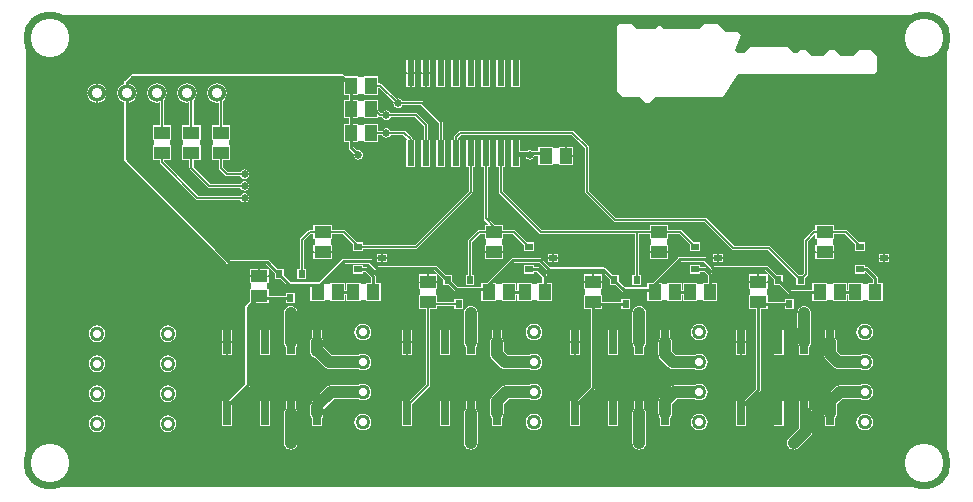
<source format=gtl>
G04 -- Generated By PCBWeb Designer*
%FSLAX24Y24*%
%MOIN*%
%OFA0B0*%
%SFA1.0B1.0*%
%AMROTRECT*21,1,$1,$2,0,0,$3*%
%AMROTOBLONG*1,1,$7,$1,$2*1,1,$7,$3,$4*21,1,$5,$6,0,0,$8*%
%ADD10C,0.025*%
%ADD11R,0.022X0.085*%
%ADD12R,0.032X0.095*%
%ADD13C,0.006*%
%ADD14C,0.0075*%
%ADD15C,0.0235*%
%ADD16C,0.008*%
%ADD17C,0.024*%
%ADD18C,0.05*%
%ADD19C,0.028*%
%ADD20C,0.06*%
%ADD21C,0.035*%
%ADD22C,0.07*%
%ADD23R,0.0433X0.055*%
%ADD24R,0.0533X0.065*%
%ADD25R,0.055X0.0433*%
%ADD26R,0.065X0.0533*%
%ADD27C,0.1772*%
%ADD28C,0.128*%
%ADD29C,0.1872*%
%ADD30C,0.0059*%
%ADD31R,0.0276X0.0236*%
%ADD32R,0.0376X0.0336*%
%ADD33C,0.01*%
%ADD34C,0.0039*%
%ADD35C,0.0199*%
%ADD36R,0.07X0.085*%
%ADD37R,0.08X0.095*%
%ADD38R,0.0276X0.0787*%
%ADD39R,0.0376X0.0887*%
%ADD40R,0.0236X0.0276*%
%ADD41R,0.0336X0.0376*%
%ADD42C,0.0*%
%ADD43C,0.0394*%
%ADD44C,0.0258*%
%ADD45C,0.0098*%
G01*
%LNBASEFILL*%
%LPD*%
G36*
X1575Y14961D02*
X787Y15748D01*
X2884Y5992D01*
X1575Y14961D01*
G37*
G36*
X2884Y5992D02*
X787Y15748D01*
X787Y1575D01*
X2884Y5992D01*
G37*
G36*
X2884Y5992D02*
X787Y1575D01*
X2871Y5906D01*
X2884Y5992D01*
G37*
G36*
X2871Y5906D02*
X787Y1575D01*
X1575Y2362D01*
X2871Y5906D01*
G37*
G36*
X1575Y2362D02*
X2871Y4906D01*
X2871Y5906D01*
X1575Y2362D01*
G37*
G36*
X2871Y5906D02*
X2871Y4906D01*
X2884Y5819D01*
X2871Y5906D01*
G37*
G36*
X2871Y4906D02*
X2884Y4992D01*
X2884Y5819D01*
X2871Y4906D01*
G37*
G36*
X2884Y5819D02*
X2884Y4992D01*
X2924Y5069D01*
X2884Y5819D01*
G37*
G36*
X2924Y5742D02*
X2884Y5819D01*
X2924Y5069D01*
X2924Y5742D01*
G37*
G36*
X2924Y5742D02*
X2924Y5069D01*
X2986Y5680D01*
X2924Y5742D01*
G37*
G36*
X2924Y5069D02*
X2986Y5131D01*
X2986Y5680D01*
X2924Y5069D01*
G37*
G36*
X2986Y5680D02*
X2986Y5131D01*
X3063Y5640D01*
X2986Y5680D01*
G37*
G36*
X2986Y5131D02*
X3063Y5171D01*
X3063Y5640D01*
X2986Y5131D01*
G37*
G36*
X3063Y5640D02*
X3063Y5171D01*
X3150Y5627D01*
X3063Y5640D01*
G37*
G36*
X3063Y5171D02*
X3150Y5184D01*
X3150Y5627D01*
X3063Y5171D01*
G37*
G36*
X3150Y5627D02*
X3150Y5184D01*
X3236Y5171D01*
X3150Y5627D01*
G37*
G36*
X3150Y5627D02*
X3236Y5171D01*
X3236Y5640D01*
X3150Y5627D01*
G37*
G36*
X3236Y5640D02*
X3236Y5171D01*
X3314Y5131D01*
X3236Y5640D01*
G37*
G36*
X3236Y5640D02*
X3314Y5131D01*
X3314Y5680D01*
X3236Y5640D01*
G37*
G36*
X3375Y5742D02*
X3314Y5680D01*
X3314Y5131D01*
X3375Y5742D01*
G37*
G36*
X3375Y5742D02*
X3314Y5131D01*
X3375Y5069D01*
X3375Y5742D01*
G37*
G36*
X3415Y5819D02*
X3375Y5742D01*
X3375Y5069D01*
X3415Y5819D01*
G37*
G36*
X3415Y5819D02*
X3375Y5069D01*
X3415Y4992D01*
X3415Y5819D01*
G37*
G36*
X5233Y4906D02*
X3415Y5819D01*
X3415Y4992D01*
X5233Y4906D01*
G37*
G36*
X3429Y4906D02*
X5233Y4906D01*
X3415Y4992D01*
X3429Y4906D01*
G37*
G36*
X5233Y4906D02*
X3429Y4906D01*
X5246Y4819D01*
X5233Y4906D01*
G37*
G36*
X5246Y4819D02*
X3429Y4906D01*
X5246Y3992D01*
X5246Y4819D01*
G37*
G36*
X5246Y3992D02*
X3429Y4906D01*
X3415Y4819D01*
X5246Y3992D01*
G37*
G36*
X5246Y3992D02*
X3415Y4819D01*
X5233Y3906D01*
X5246Y3992D01*
G37*
G36*
X5233Y3906D02*
X3415Y4819D01*
X3415Y3992D01*
X5233Y3906D01*
G37*
G36*
X3415Y4819D02*
X3375Y4069D01*
X3415Y3992D01*
X3415Y4819D01*
G37*
G36*
X3415Y4819D02*
X3375Y4742D01*
X3375Y4069D01*
X3415Y4819D01*
G37*
G36*
X3375Y4742D02*
X3314Y4131D01*
X3375Y4069D01*
X3375Y4742D01*
G37*
G36*
X3375Y4742D02*
X3314Y4680D01*
X3314Y4131D01*
X3375Y4742D01*
G37*
G36*
X3236Y4640D02*
X3314Y4131D01*
X3314Y4680D01*
X3236Y4640D01*
G37*
G36*
X3236Y4640D02*
X3236Y4171D01*
X3314Y4131D01*
X3236Y4640D01*
G37*
G36*
X3150Y4627D02*
X3236Y4171D01*
X3236Y4640D01*
X3150Y4627D01*
G37*
G36*
X3150Y4627D02*
X3150Y4184D01*
X3236Y4171D01*
X3150Y4627D01*
G37*
G36*
X3063Y4171D02*
X3150Y4184D01*
X3150Y4627D01*
X3063Y4171D01*
G37*
G36*
X3063Y4640D02*
X3063Y4171D01*
X3150Y4627D01*
X3063Y4640D01*
G37*
G36*
X2986Y4131D02*
X3063Y4171D01*
X3063Y4640D01*
X2986Y4131D01*
G37*
G36*
X2986Y4680D02*
X2986Y4131D01*
X3063Y4640D01*
X2986Y4680D01*
G37*
G36*
X2924Y4069D02*
X2986Y4131D01*
X2986Y4680D01*
X2924Y4069D01*
G37*
G36*
X2924Y4742D02*
X2924Y4069D01*
X2986Y4680D01*
X2924Y4742D01*
G37*
G36*
X2924Y4742D02*
X2884Y4819D01*
X2924Y4069D01*
X2924Y4742D01*
G37*
G36*
X2884Y4819D02*
X2884Y3992D01*
X2924Y4069D01*
X2884Y4819D01*
G37*
G36*
X2884Y3992D02*
X2884Y4819D01*
X1575Y2362D01*
X2884Y3992D01*
G37*
G36*
X2871Y4906D02*
X1575Y2362D01*
X2884Y4819D01*
X2871Y4906D01*
G37*
G36*
X1575Y2362D02*
X2871Y3906D01*
X2884Y3992D01*
X1575Y2362D01*
G37*
G36*
X2871Y3906D02*
X1575Y2362D01*
X2884Y3819D01*
X2871Y3906D01*
G37*
G36*
X2884Y2992D02*
X2884Y3819D01*
X1575Y2362D01*
X2884Y2992D01*
G37*
G36*
X1575Y2362D02*
X2871Y2906D01*
X2884Y2992D01*
X1575Y2362D01*
G37*
G36*
X2871Y2906D02*
X1575Y2362D01*
X2884Y2819D01*
X2871Y2906D01*
G37*
G36*
X2884Y2819D02*
X1575Y2362D01*
X2924Y2742D01*
X2884Y2819D01*
G37*
G36*
X1575Y2362D02*
X2362Y1575D01*
X2924Y2742D01*
X1575Y2362D01*
G37*
G36*
X2986Y2680D02*
X2924Y2742D01*
X2362Y1575D01*
X2986Y2680D01*
G37*
G36*
X3063Y2640D02*
X2986Y2680D01*
X2362Y1575D01*
X3063Y2640D01*
G37*
G36*
X3150Y2627D02*
X3063Y2640D01*
X2362Y1575D01*
X3150Y2627D01*
G37*
G36*
X9411Y2151D02*
X3150Y2627D01*
X2362Y1575D01*
X9411Y2151D01*
G37*
G36*
X9411Y2151D02*
X2362Y1575D01*
X9447Y2104D01*
X9411Y2151D01*
G37*
G36*
X9447Y2104D02*
X2362Y1575D01*
X9493Y2068D01*
X9447Y2104D01*
G37*
G36*
X2362Y1575D02*
X1575Y787D01*
X9493Y2068D01*
X2362Y1575D01*
G37*
G36*
X9548Y2046D02*
X9493Y2068D01*
X1575Y787D01*
X9548Y2046D01*
G37*
G36*
X9606Y2038D02*
X9548Y2046D01*
X1575Y787D01*
X9606Y2038D01*
G37*
G36*
X1575Y787D02*
X30709Y787D01*
X9606Y2038D01*
X1575Y787D01*
G37*
G36*
X30709Y787D02*
X15610Y2038D01*
X9606Y2038D01*
X30709Y787D01*
G37*
G36*
X9665Y2046D02*
X9606Y2038D01*
X15610Y2038D01*
X9665Y2046D01*
G37*
G36*
X15552Y2046D02*
X9665Y2046D01*
X15610Y2038D01*
X15552Y2046D01*
G37*
G36*
X9719Y2068D02*
X9665Y2046D01*
X15552Y2046D01*
X9719Y2068D01*
G37*
G36*
X15497Y2068D02*
X9719Y2068D01*
X15552Y2046D01*
X15497Y2068D01*
G37*
G36*
X9719Y2068D02*
X15497Y2068D01*
X12008Y2674D01*
X9719Y2068D01*
G37*
G36*
X12008Y2674D02*
X15497Y2068D01*
X15451Y2104D01*
X12008Y2674D01*
G37*
G36*
X15451Y2104D02*
X12094Y2687D01*
X12008Y2674D01*
X15451Y2104D01*
G37*
G36*
X15451Y2104D02*
X15415Y2151D01*
X12094Y2687D01*
X15451Y2104D01*
G37*
G36*
X15415Y2151D02*
X15392Y2205D01*
X12094Y2687D01*
X15415Y2151D01*
G37*
G36*
X13318Y2825D02*
X12094Y2687D01*
X15392Y2205D01*
X13318Y2825D01*
G37*
G36*
X15392Y2205D02*
X13651Y2825D01*
X13318Y2825D01*
X15392Y2205D01*
G37*
G36*
X15392Y2205D02*
X14577Y2825D01*
X13651Y2825D01*
X15392Y2205D01*
G37*
G36*
X13651Y3563D02*
X13651Y2825D01*
X14577Y2825D01*
X13651Y3563D01*
G37*
G36*
X13651Y3563D02*
X14577Y2825D01*
X14577Y3671D01*
X13651Y3563D01*
G37*
G36*
X14222Y4134D02*
X13651Y3563D01*
X14577Y3671D01*
X14222Y4134D01*
G37*
G36*
X14233Y4149D02*
X14222Y4134D01*
X14577Y3671D01*
X14233Y4149D01*
G37*
G36*
X14240Y4165D02*
X14233Y4149D01*
X14577Y3671D01*
X14240Y4165D01*
G37*
G36*
X14243Y4183D02*
X14240Y4165D01*
X14577Y3671D01*
X14243Y4183D01*
G37*
G36*
X14911Y3671D02*
X14243Y4183D01*
X14577Y3671D01*
X14911Y3671D01*
G37*
G36*
X14911Y5188D02*
X14243Y4183D01*
X14911Y3671D01*
X14911Y5188D01*
G37*
G36*
X14911Y5188D02*
X14911Y3671D01*
X15444Y3671D01*
X14911Y5188D01*
G37*
G36*
X14911Y3671D02*
X15415Y3361D01*
X15444Y3671D01*
X14911Y3671D01*
G37*
G36*
X15415Y3361D02*
X15444Y3399D01*
X15444Y3671D01*
X15415Y3361D01*
G37*
G36*
X15415Y3361D02*
X14911Y3671D01*
X15392Y3307D01*
X15415Y3361D01*
G37*
G36*
X15392Y3307D02*
X14911Y3671D01*
X15384Y3248D01*
X15392Y3307D01*
G37*
G36*
X15384Y3248D02*
X14911Y3671D01*
X14911Y2825D01*
X15384Y3248D01*
G37*
G36*
X14911Y2825D02*
X15384Y2264D01*
X15384Y3248D01*
X14911Y2825D01*
G37*
G36*
X14911Y2825D02*
X14577Y2825D01*
X15384Y2264D01*
X14911Y2825D01*
G37*
G36*
X15384Y2264D02*
X14577Y2825D01*
X15392Y2205D01*
X15384Y2264D01*
G37*
G36*
X15444Y3671D02*
X15444Y5188D01*
X14911Y5188D01*
X15444Y3671D01*
G37*
G36*
X15415Y5497D02*
X14911Y5188D01*
X15444Y5188D01*
X15415Y5497D01*
G37*
G36*
X15444Y5460D02*
X15415Y5497D01*
X15444Y5188D01*
X15444Y5460D01*
G37*
G36*
X15392Y5552D02*
X14911Y5188D01*
X15415Y5497D01*
X15392Y5552D01*
G37*
G36*
X15384Y5610D02*
X14911Y5188D01*
X15392Y5552D01*
X15384Y5610D01*
G37*
G36*
X15384Y5610D02*
X14911Y6033D01*
X14911Y5188D01*
X15384Y5610D01*
G37*
G36*
X14911Y6033D02*
X15384Y5610D01*
X15384Y6594D01*
X14911Y6033D01*
G37*
G36*
X15060Y6723D02*
X14911Y6033D01*
X15384Y6594D01*
X15060Y6723D01*
G37*
G36*
X15354Y6723D02*
X15060Y6723D01*
X15384Y6594D01*
X15354Y6723D01*
G37*
G36*
X15392Y6653D02*
X15354Y6723D01*
X15384Y6594D01*
X15392Y6653D01*
G37*
G36*
X15354Y6723D02*
X15392Y6653D01*
X15415Y6707D01*
X15354Y6723D01*
G37*
G36*
X15451Y6754D02*
X15354Y6723D01*
X15415Y6707D01*
X15451Y6754D01*
G37*
G36*
X15451Y6754D02*
X15354Y7057D01*
X15354Y6723D01*
X15451Y6754D01*
G37*
G36*
X15354Y7057D02*
X15451Y6754D01*
X15497Y6790D01*
X15354Y7057D01*
G37*
G36*
X15354Y7057D02*
X15497Y6790D01*
X15552Y6813D01*
X15354Y7057D01*
G37*
G36*
X15354Y7057D02*
X15552Y6813D01*
X15610Y6820D01*
X15354Y7057D01*
G37*
G36*
X15966Y7308D02*
X15354Y7057D01*
X15610Y6820D01*
X15966Y7308D01*
G37*
G36*
X15966Y7308D02*
X15610Y6820D01*
X15966Y6980D01*
X15966Y7308D01*
G37*
G36*
X15966Y6980D02*
X15610Y6820D01*
X15669Y6813D01*
X15966Y6980D01*
G37*
G36*
X15966Y6980D02*
X15669Y6813D01*
X15723Y6790D01*
X15966Y6980D01*
G37*
G36*
X15723Y6790D02*
X15770Y6754D01*
X15966Y6980D01*
X15723Y6790D01*
G37*
G36*
X15770Y6754D02*
X15806Y6707D01*
X15966Y6980D01*
X15770Y6754D01*
G37*
G36*
X15806Y6707D02*
X15828Y6653D01*
X15966Y6980D01*
X15806Y6707D01*
G37*
G36*
X15966Y6980D02*
X15828Y6653D01*
X16457Y6980D01*
X15966Y6980D01*
G37*
G36*
X15836Y6594D02*
X16457Y6980D01*
X15828Y6653D01*
X15836Y6594D01*
G37*
G36*
X16457Y6980D02*
X15836Y6594D01*
X16310Y6033D01*
X16457Y6980D01*
G37*
G36*
X15836Y6594D02*
X15836Y5610D01*
X16310Y6033D01*
X15836Y6594D01*
G37*
G36*
X16310Y6033D02*
X15836Y5610D01*
X16281Y5723D01*
X16310Y6033D01*
G37*
G36*
X16281Y5723D02*
X15836Y5610D01*
X16258Y5669D01*
X16281Y5723D01*
G37*
G36*
X16258Y5669D02*
X15836Y5610D01*
X16251Y5610D01*
X16258Y5669D01*
G37*
G36*
X15836Y5610D02*
X15828Y5552D01*
X16251Y5610D01*
X15836Y5610D01*
G37*
G36*
X16251Y5610D02*
X15828Y5552D01*
X15806Y5497D01*
X16251Y5610D01*
G37*
G36*
X16251Y5610D02*
X15806Y5497D01*
X16251Y5217D01*
X16251Y5610D01*
G37*
G36*
X16251Y5217D02*
X15806Y5497D01*
X15777Y5188D01*
X16251Y5217D01*
G37*
G36*
X15806Y5497D02*
X15777Y5460D01*
X15777Y5188D01*
X15806Y5497D01*
G37*
G36*
X16251Y5217D02*
X15777Y5188D01*
X16258Y5158D01*
X16251Y5217D01*
G37*
G36*
X16258Y5158D02*
X15777Y5188D01*
X16281Y5104D01*
X16258Y5158D01*
G37*
G36*
X16281Y5104D02*
X15777Y5188D01*
X15444Y5188D01*
X16281Y5104D01*
G37*
G36*
X15444Y3671D02*
X16281Y5104D01*
X15444Y5188D01*
X15444Y3671D01*
G37*
G36*
X15444Y3671D02*
X16317Y5057D01*
X16281Y5104D01*
X15444Y3671D01*
G37*
G36*
X16317Y5057D02*
X15444Y3671D01*
X15777Y3671D01*
X16317Y5057D01*
G37*
G36*
X16317Y3802D02*
X16317Y5057D01*
X15777Y3671D01*
X16317Y3802D01*
G37*
G36*
X16317Y3802D02*
X15777Y3671D01*
X16281Y3755D01*
X16317Y3802D01*
G37*
G36*
X15777Y3671D02*
X16258Y3700D01*
X16281Y3755D01*
X15777Y3671D01*
G37*
G36*
X15777Y3671D02*
X16251Y3642D01*
X16258Y3700D01*
X15777Y3671D01*
G37*
G36*
X15777Y3671D02*
X15806Y3361D01*
X16251Y3642D01*
X15777Y3671D01*
G37*
G36*
X16251Y3642D02*
X15806Y3361D01*
X16251Y3248D01*
X16251Y3642D01*
G37*
G36*
X16251Y3248D02*
X15806Y3361D01*
X15828Y3307D01*
X16251Y3248D01*
G37*
G36*
X15828Y3307D02*
X15836Y3248D01*
X16251Y3248D01*
X15828Y3307D01*
G37*
G36*
X16251Y3248D02*
X15836Y3248D01*
X16258Y3190D01*
X16251Y3248D01*
G37*
G36*
X16258Y3190D02*
X15836Y3248D01*
X16281Y3135D01*
X16258Y3190D01*
G37*
G36*
X15836Y3248D02*
X16310Y2825D01*
X16281Y3135D01*
X15836Y3248D01*
G37*
G36*
X16310Y3098D02*
X16281Y3135D01*
X16310Y2825D01*
X16310Y3098D01*
G37*
G36*
X15836Y3248D02*
X15836Y2264D01*
X16310Y2825D01*
X15836Y3248D01*
G37*
G36*
X15836Y2264D02*
X15828Y2205D01*
X16310Y2825D01*
X15836Y2264D01*
G37*
G36*
X16310Y2825D02*
X15828Y2205D01*
X16643Y2825D01*
X16310Y2825D01*
G37*
G36*
X16643Y2825D02*
X15828Y2205D01*
X17553Y2727D01*
X16643Y2825D01*
G37*
G36*
X17630Y2687D02*
X17553Y2727D01*
X15828Y2205D01*
X17630Y2687D01*
G37*
G36*
X17717Y2674D02*
X17630Y2687D01*
X15828Y2205D01*
X17717Y2674D01*
G37*
G36*
X15806Y2151D02*
X17717Y2674D01*
X15828Y2205D01*
X15806Y2151D01*
G37*
G36*
X15770Y2104D02*
X17717Y2674D01*
X15806Y2151D01*
X15770Y2104D01*
G37*
G36*
X17717Y2674D02*
X15770Y2104D01*
X15723Y2068D01*
X17717Y2674D01*
G37*
G36*
X15723Y2068D02*
X21108Y2068D01*
X17717Y2674D01*
X15723Y2068D01*
G37*
G36*
X17717Y2674D02*
X21108Y2068D01*
X21061Y2104D01*
X17717Y2674D01*
G37*
G36*
X21061Y2104D02*
X17803Y2687D01*
X17717Y2674D01*
X21061Y2104D01*
G37*
G36*
X21061Y2104D02*
X21025Y2151D01*
X17803Y2687D01*
X21061Y2104D01*
G37*
G36*
X17803Y2687D02*
X21025Y2151D01*
X21002Y2205D01*
X17803Y2687D01*
G37*
G36*
X18928Y2825D02*
X17803Y2687D01*
X21002Y2205D01*
X18928Y2825D01*
G37*
G36*
X21002Y2205D02*
X19261Y2825D01*
X18928Y2825D01*
X21002Y2205D01*
G37*
G36*
X21002Y2205D02*
X20188Y2825D01*
X19261Y2825D01*
X21002Y2205D01*
G37*
G36*
X19261Y3550D02*
X19261Y2825D01*
X20188Y2825D01*
X19261Y3550D01*
G37*
G36*
X19261Y3550D02*
X20188Y2825D01*
X20188Y3671D01*
X19261Y3550D01*
G37*
G36*
X19741Y4029D02*
X19261Y3550D01*
X20188Y3671D01*
X19741Y4029D01*
G37*
G36*
X19753Y4046D02*
X19741Y4029D01*
X20188Y3671D01*
X19753Y4046D01*
G37*
G36*
X19761Y4065D02*
X19753Y4046D01*
X20188Y3671D01*
X19761Y4065D01*
G37*
G36*
X19764Y4085D02*
X19761Y4065D01*
X20188Y3671D01*
X19764Y4085D01*
G37*
G36*
X20521Y3671D02*
X19764Y4085D01*
X20188Y3671D01*
X20521Y3671D01*
G37*
G36*
X20521Y5188D02*
X19764Y4085D01*
X20521Y3671D01*
X20521Y5188D01*
G37*
G36*
X20521Y5188D02*
X20521Y3671D01*
X21054Y3671D01*
X20521Y5188D01*
G37*
G36*
X20521Y3671D02*
X21025Y3361D01*
X21054Y3671D01*
X20521Y3671D01*
G37*
G36*
X21025Y3361D02*
X21054Y3399D01*
X21054Y3671D01*
X21025Y3361D01*
G37*
G36*
X21025Y3361D02*
X20521Y3671D01*
X21002Y3307D01*
X21025Y3361D01*
G37*
G36*
X21002Y3307D02*
X20521Y3671D01*
X20995Y3248D01*
X21002Y3307D01*
G37*
G36*
X20995Y3248D02*
X20521Y3671D01*
X20521Y2825D01*
X20995Y3248D01*
G37*
G36*
X20521Y2825D02*
X20995Y2264D01*
X20995Y3248D01*
X20521Y2825D01*
G37*
G36*
X20521Y2825D02*
X20188Y2825D01*
X20995Y2264D01*
X20521Y2825D01*
G37*
G36*
X20995Y2264D02*
X20188Y2825D01*
X21002Y2205D01*
X20995Y2264D01*
G37*
G36*
X21054Y3671D02*
X21054Y5188D01*
X20521Y5188D01*
X21054Y3671D01*
G37*
G36*
X21025Y5497D02*
X20521Y5188D01*
X21054Y5188D01*
X21025Y5497D01*
G37*
G36*
X21054Y5460D02*
X21025Y5497D01*
X21054Y5188D01*
X21054Y5460D01*
G37*
G36*
X21002Y5552D02*
X20521Y5188D01*
X21025Y5497D01*
X21002Y5552D01*
G37*
G36*
X20995Y5610D02*
X20521Y5188D01*
X21002Y5552D01*
X20995Y5610D01*
G37*
G36*
X20995Y5610D02*
X20521Y6033D01*
X20521Y5188D01*
X20995Y5610D01*
G37*
G36*
X20521Y6033D02*
X20995Y5610D01*
X20995Y6594D01*
X20521Y6033D01*
G37*
G36*
X20621Y6723D02*
X20521Y6033D01*
X20995Y6594D01*
X20621Y6723D01*
G37*
G36*
X20915Y6723D02*
X20621Y6723D01*
X20995Y6594D01*
X20915Y6723D01*
G37*
G36*
X21002Y6653D02*
X20915Y6723D01*
X20995Y6594D01*
X21002Y6653D01*
G37*
G36*
X20915Y6723D02*
X21002Y6653D01*
X21025Y6707D01*
X20915Y6723D01*
G37*
G36*
X21061Y6754D02*
X20915Y6723D01*
X21025Y6707D01*
X21061Y6754D01*
G37*
G36*
X21061Y6754D02*
X20915Y7057D01*
X20915Y6723D01*
X21061Y6754D01*
G37*
G36*
X20915Y7057D02*
X21061Y6754D01*
X21108Y6790D01*
X20915Y7057D01*
G37*
G36*
X20915Y7057D02*
X21108Y6790D01*
X21162Y6813D01*
X20915Y7057D01*
G37*
G36*
X20915Y7057D02*
X21162Y6813D01*
X21221Y6820D01*
X20915Y7057D01*
G37*
G36*
X21487Y6979D02*
X20915Y7057D01*
X21221Y6820D01*
X21487Y6979D01*
G37*
G36*
X21487Y6979D02*
X21221Y6820D01*
X21279Y6813D01*
X21487Y6979D01*
G37*
G36*
X21279Y6813D02*
X21334Y6790D01*
X21487Y6979D01*
X21279Y6813D01*
G37*
G36*
X21334Y6790D02*
X21380Y6754D01*
X21487Y6979D01*
X21334Y6790D01*
G37*
G36*
X21380Y6754D02*
X21416Y6707D01*
X21487Y6979D01*
X21380Y6754D01*
G37*
G36*
X21416Y6707D02*
X21439Y6653D01*
X21487Y6979D01*
X21416Y6707D01*
G37*
G36*
X21487Y6979D02*
X21439Y6653D01*
X21978Y6979D01*
X21487Y6979D01*
G37*
G36*
X21446Y6594D02*
X21978Y6979D01*
X21439Y6653D01*
X21446Y6594D01*
G37*
G36*
X21978Y6979D02*
X21446Y6594D01*
X21920Y6033D01*
X21978Y6979D01*
G37*
G36*
X21446Y6594D02*
X21446Y5610D01*
X21920Y6033D01*
X21446Y6594D01*
G37*
G36*
X21920Y6033D02*
X21446Y5610D01*
X21891Y5723D01*
X21920Y6033D01*
G37*
G36*
X21891Y5723D02*
X21446Y5610D01*
X21869Y5669D01*
X21891Y5723D01*
G37*
G36*
X21869Y5669D02*
X21446Y5610D01*
X21861Y5610D01*
X21869Y5669D01*
G37*
G36*
X21446Y5610D02*
X21439Y5552D01*
X21861Y5610D01*
X21446Y5610D01*
G37*
G36*
X21861Y5610D02*
X21439Y5552D01*
X21416Y5497D01*
X21861Y5610D01*
G37*
G36*
X21861Y5610D02*
X21416Y5497D01*
X21861Y5217D01*
X21861Y5610D01*
G37*
G36*
X21861Y5217D02*
X21416Y5497D01*
X21387Y5188D01*
X21861Y5217D01*
G37*
G36*
X21416Y5497D02*
X21387Y5460D01*
X21387Y5188D01*
X21416Y5497D01*
G37*
G36*
X21861Y5217D02*
X21387Y5188D01*
X21869Y5158D01*
X21861Y5217D01*
G37*
G36*
X21869Y5158D02*
X21387Y5188D01*
X21891Y5104D01*
X21869Y5158D01*
G37*
G36*
X21891Y5104D02*
X21387Y5188D01*
X21054Y5188D01*
X21891Y5104D01*
G37*
G36*
X21054Y3671D02*
X21891Y5104D01*
X21054Y5188D01*
X21054Y3671D01*
G37*
G36*
X21054Y3671D02*
X21927Y5057D01*
X21891Y5104D01*
X21054Y3671D01*
G37*
G36*
X21927Y5057D02*
X21054Y3671D01*
X21387Y3671D01*
X21927Y5057D01*
G37*
G36*
X21927Y3802D02*
X21927Y5057D01*
X21387Y3671D01*
X21927Y3802D01*
G37*
G36*
X21927Y3802D02*
X21387Y3671D01*
X21891Y3755D01*
X21927Y3802D01*
G37*
G36*
X21387Y3671D02*
X21869Y3700D01*
X21891Y3755D01*
X21387Y3671D01*
G37*
G36*
X21387Y3671D02*
X21861Y3642D01*
X21869Y3700D01*
X21387Y3671D01*
G37*
G36*
X21387Y3671D02*
X21416Y3361D01*
X21861Y3642D01*
X21387Y3671D01*
G37*
G36*
X21861Y3642D02*
X21416Y3361D01*
X21861Y3248D01*
X21861Y3642D01*
G37*
G36*
X21861Y3248D02*
X21416Y3361D01*
X21439Y3307D01*
X21861Y3248D01*
G37*
G36*
X21439Y3307D02*
X21446Y3248D01*
X21861Y3248D01*
X21439Y3307D01*
G37*
G36*
X21861Y3248D02*
X21446Y3248D01*
X21869Y3190D01*
X21861Y3248D01*
G37*
G36*
X21869Y3190D02*
X21446Y3248D01*
X21891Y3135D01*
X21869Y3190D01*
G37*
G36*
X21446Y3248D02*
X21920Y2825D01*
X21891Y3135D01*
X21446Y3248D01*
G37*
G36*
X21920Y3098D02*
X21891Y3135D01*
X21920Y2825D01*
X21920Y3098D01*
G37*
G36*
X21446Y3248D02*
X21446Y2264D01*
X21920Y2825D01*
X21446Y3248D01*
G37*
G36*
X21439Y2205D02*
X21920Y2825D01*
X21446Y2264D01*
X21439Y2205D01*
G37*
G36*
X21920Y2825D02*
X21439Y2205D01*
X22254Y2825D01*
X21920Y2825D01*
G37*
G36*
X22254Y2825D02*
X21439Y2205D01*
X23064Y2727D01*
X22254Y2825D01*
G37*
G36*
X23142Y2687D02*
X23064Y2727D01*
X21439Y2205D01*
X23142Y2687D01*
G37*
G36*
X23228Y2674D02*
X23142Y2687D01*
X21439Y2205D01*
X23228Y2674D01*
G37*
G36*
X21416Y2151D02*
X23228Y2674D01*
X21439Y2205D01*
X21416Y2151D01*
G37*
G36*
X21380Y2104D02*
X23228Y2674D01*
X21416Y2151D01*
X21380Y2104D01*
G37*
G36*
X21334Y2068D02*
X23228Y2674D01*
X21380Y2104D01*
X21334Y2068D01*
G37*
G36*
X21334Y2068D02*
X26265Y2068D01*
X23228Y2674D01*
X21334Y2068D01*
G37*
G36*
X26265Y2068D02*
X23315Y2687D01*
X23228Y2674D01*
X26265Y2068D01*
G37*
G36*
X26265Y2068D02*
X26218Y2104D01*
X23315Y2687D01*
X26265Y2068D01*
G37*
G36*
X26183Y2151D02*
X23315Y2687D01*
X26218Y2104D01*
X26183Y2151D01*
G37*
G36*
X23315Y2687D02*
X26183Y2151D01*
X26160Y2205D01*
X23315Y2687D01*
G37*
G36*
X26152Y2264D02*
X23315Y2687D01*
X26160Y2205D01*
X26152Y2264D01*
G37*
G36*
X24440Y2825D02*
X23315Y2687D01*
X26152Y2264D01*
X24440Y2825D01*
G37*
G36*
X26152Y2264D02*
X24773Y2825D01*
X24440Y2825D01*
X26152Y2264D01*
G37*
G36*
X26152Y2264D02*
X25700Y2825D01*
X24773Y2825D01*
X26152Y2264D01*
G37*
G36*
X24773Y3500D02*
X24773Y2825D01*
X25700Y2825D01*
X24773Y3500D01*
G37*
G36*
X25700Y3671D02*
X24773Y3500D01*
X25700Y2825D01*
X25700Y3671D01*
G37*
G36*
X25700Y3671D02*
X24774Y3501D01*
X24773Y3500D01*
X25700Y3671D01*
G37*
G36*
X25253Y3980D02*
X24774Y3501D01*
X25700Y3671D01*
X25253Y3980D01*
G37*
G36*
X25265Y3996D02*
X25253Y3980D01*
X25700Y3671D01*
X25265Y3996D01*
G37*
G36*
X25273Y4015D02*
X25265Y3996D01*
X25700Y3671D01*
X25273Y4015D01*
G37*
G36*
X25276Y4036D02*
X25273Y4015D01*
X25700Y3671D01*
X25276Y4036D01*
G37*
G36*
X26033Y3671D02*
X25276Y4036D01*
X25700Y3671D01*
X26033Y3671D01*
G37*
G36*
X26033Y5188D02*
X25276Y4036D01*
X26033Y3671D01*
X26033Y5188D01*
G37*
G36*
X26033Y5188D02*
X26033Y3671D01*
X26566Y3671D01*
X26033Y5188D01*
G37*
G36*
X26033Y3671D02*
X26566Y3335D01*
X26566Y3671D01*
X26033Y3671D01*
G37*
G36*
X26566Y3335D02*
X26033Y3671D01*
X26554Y3307D01*
X26566Y3335D01*
G37*
G36*
X26554Y3307D02*
X26033Y3671D01*
X26546Y3248D01*
X26554Y3307D01*
G37*
G36*
X26546Y3248D02*
X26033Y3671D01*
X26033Y2825D01*
X26546Y3248D01*
G37*
G36*
X26033Y2825D02*
X26546Y2751D01*
X26546Y3248D01*
X26033Y2825D01*
G37*
G36*
X26033Y2825D02*
X26219Y2424D01*
X26546Y2751D01*
X26033Y2825D01*
G37*
G36*
X26219Y2424D02*
X26033Y2825D01*
X26183Y2377D01*
X26219Y2424D01*
G37*
G36*
X26033Y2825D02*
X25700Y2825D01*
X26183Y2377D01*
X26033Y2825D01*
G37*
G36*
X25700Y2825D02*
X26160Y2322D01*
X26183Y2377D01*
X25700Y2825D01*
G37*
G36*
X26160Y2322D02*
X25700Y2825D01*
X26152Y2264D01*
X26160Y2322D01*
G37*
G36*
X26033Y5188D02*
X26566Y3671D01*
X26566Y5188D01*
X26033Y5188D01*
G37*
G36*
X26566Y5188D02*
X26566Y3671D01*
X26899Y3671D01*
X26566Y5188D01*
G37*
G36*
X27439Y5057D02*
X26566Y5188D01*
X26899Y3671D01*
X27439Y5057D01*
G37*
G36*
X27439Y3802D02*
X27439Y5057D01*
X26899Y3671D01*
X27439Y3802D01*
G37*
G36*
X27439Y3802D02*
X26899Y3671D01*
X27403Y3755D01*
X27439Y3802D01*
G37*
G36*
X26899Y3671D02*
X27380Y3700D01*
X27403Y3755D01*
X26899Y3671D01*
G37*
G36*
X26899Y3671D02*
X27373Y3642D01*
X27380Y3700D01*
X26899Y3671D01*
G37*
G36*
X26899Y3671D02*
X26932Y3408D01*
X27373Y3642D01*
X26899Y3671D01*
G37*
G36*
X26932Y3408D02*
X26967Y3361D01*
X27373Y3642D01*
X26932Y3408D01*
G37*
G36*
X27373Y3642D02*
X26967Y3361D01*
X27373Y3248D01*
X27373Y3642D01*
G37*
G36*
X27373Y3248D02*
X26967Y3361D01*
X26990Y3307D01*
X27373Y3248D01*
G37*
G36*
X26990Y3307D02*
X26998Y3248D01*
X27373Y3248D01*
X26990Y3307D01*
G37*
G36*
X27373Y3248D02*
X26998Y3248D01*
X27380Y3190D01*
X27373Y3248D01*
G37*
G36*
X27403Y3135D02*
X27380Y3190D01*
X26998Y3248D01*
X27403Y3135D01*
G37*
G36*
X27432Y2825D02*
X27403Y3135D01*
X26998Y3248D01*
X27432Y2825D01*
G37*
G36*
X27432Y2825D02*
X26998Y3248D01*
X26998Y2658D01*
X27432Y2825D01*
G37*
G36*
X26990Y2599D02*
X27432Y2825D01*
X26998Y2658D01*
X26990Y2599D01*
G37*
G36*
X27432Y2825D02*
X26990Y2599D01*
X27765Y2825D01*
X27432Y2825D01*
G37*
G36*
X26990Y2599D02*
X28654Y2687D01*
X27765Y2825D01*
X26990Y2599D01*
G37*
G36*
X28576Y2727D02*
X27765Y2825D01*
X28654Y2687D01*
X28576Y2727D01*
G37*
G36*
X28514Y2789D02*
X27765Y2825D01*
X28576Y2727D01*
X28514Y2789D01*
G37*
G36*
X28475Y2867D02*
X27765Y2825D01*
X28514Y2789D01*
X28475Y2867D01*
G37*
G36*
X28461Y2953D02*
X27765Y2825D01*
X28475Y2867D01*
X28461Y2953D01*
G37*
G36*
X28461Y2953D02*
X27794Y3135D01*
X27765Y2825D01*
X28461Y2953D01*
G37*
G36*
X27794Y3135D02*
X27765Y3098D01*
X27765Y2825D01*
X27794Y3135D01*
G37*
G36*
X28461Y2953D02*
X27817Y3190D01*
X27794Y3135D01*
X28461Y2953D01*
G37*
G36*
X28475Y3039D02*
X27817Y3190D01*
X28461Y2953D01*
X28475Y3039D01*
G37*
G36*
X27824Y3248D02*
X27817Y3190D01*
X28475Y3039D01*
X27824Y3248D01*
G37*
G36*
X28514Y3117D02*
X27824Y3248D01*
X28475Y3039D01*
X28514Y3117D01*
G37*
G36*
X28514Y3117D02*
X28003Y3727D01*
X27824Y3248D01*
X28514Y3117D01*
G37*
G36*
X27824Y3248D02*
X28003Y3727D01*
X27824Y3548D01*
X27824Y3248D01*
G37*
G36*
X28003Y3727D02*
X28514Y3117D01*
X28576Y3178D01*
X28003Y3727D01*
G37*
G36*
X28576Y3727D02*
X28003Y3727D01*
X28576Y3178D01*
X28576Y3727D01*
G37*
G36*
X28576Y3727D02*
X28576Y3178D01*
X28654Y3218D01*
X28576Y3727D01*
G37*
G36*
X28654Y3218D02*
X28654Y3687D01*
X28576Y3727D01*
X28654Y3218D01*
G37*
G36*
X28654Y3687D02*
X28654Y3218D01*
X28740Y3674D01*
X28654Y3687D01*
G37*
G36*
X28654Y3218D02*
X28740Y3232D01*
X28740Y3674D01*
X28654Y3218D01*
G37*
G36*
X28740Y3674D02*
X28740Y3232D01*
X28826Y3218D01*
X28740Y3674D01*
G37*
G36*
X28740Y3674D02*
X28826Y3218D01*
X28826Y3687D01*
X28740Y3674D01*
G37*
G36*
X28826Y3687D02*
X28826Y3218D01*
X28904Y3178D01*
X28826Y3687D01*
G37*
G36*
X28826Y3687D02*
X28904Y3178D01*
X28904Y3727D01*
X28826Y3687D01*
G37*
G36*
X28966Y3789D02*
X28904Y3727D01*
X28904Y3178D01*
X28966Y3789D01*
G37*
G36*
X28966Y3789D02*
X28904Y3178D01*
X28966Y3117D01*
X28966Y3789D01*
G37*
G36*
X29005Y3867D02*
X28966Y3789D01*
X28966Y3117D01*
X29005Y3867D01*
G37*
G36*
X29005Y3867D02*
X28966Y3117D01*
X29005Y3039D01*
X29005Y3867D01*
G37*
G36*
X30709Y2362D02*
X29005Y3867D01*
X29005Y3039D01*
X30709Y2362D01*
G37*
G36*
X29019Y2953D02*
X30709Y2362D01*
X29005Y3039D01*
X29019Y2953D01*
G37*
G36*
X29019Y2953D02*
X29005Y2867D01*
X30709Y2362D01*
X29019Y2953D01*
G37*
G36*
X30709Y2362D02*
X29005Y2867D01*
X29921Y1575D01*
X30709Y2362D01*
G37*
G36*
X29921Y1575D02*
X29005Y2867D01*
X28966Y2789D01*
X29921Y1575D01*
G37*
G36*
X29921Y1575D02*
X28966Y2789D01*
X28904Y2727D01*
X29921Y1575D01*
G37*
G36*
X28904Y2727D02*
X28826Y2687D01*
X29921Y1575D01*
X28904Y2727D01*
G37*
G36*
X28826Y2687D02*
X28740Y2674D01*
X29921Y1575D01*
X28826Y2687D01*
G37*
G36*
X29921Y1575D02*
X28740Y2674D01*
X26538Y2104D01*
X29921Y1575D01*
G37*
G36*
X28740Y2674D02*
X26932Y2498D01*
X26538Y2104D01*
X28740Y2674D01*
G37*
G36*
X28740Y2674D02*
X26967Y2545D01*
X26932Y2498D01*
X28740Y2674D01*
G37*
G36*
X28740Y2674D02*
X26990Y2599D01*
X26967Y2545D01*
X28740Y2674D01*
G37*
G36*
X28740Y2674D02*
X28654Y2687D01*
X26990Y2599D01*
X28740Y2674D01*
G37*
G36*
X26538Y2104D02*
X26491Y2068D01*
X29921Y1575D01*
X26538Y2104D01*
G37*
G36*
X26491Y2068D02*
X26437Y2046D01*
X29921Y1575D01*
X26491Y2068D01*
G37*
G36*
X29921Y1575D02*
X26437Y2046D01*
X30709Y787D01*
X29921Y1575D01*
G37*
G36*
X30709Y787D02*
X26437Y2046D01*
X26378Y2038D01*
X30709Y787D01*
G37*
G36*
X26378Y2038D02*
X26320Y2046D01*
X30709Y787D01*
X26378Y2038D01*
G37*
G36*
X30709Y787D02*
X26320Y2046D01*
X21279Y2046D01*
X30709Y787D01*
G37*
G36*
X21334Y2068D02*
X21279Y2046D01*
X26320Y2046D01*
X21334Y2068D01*
G37*
G36*
X26265Y2068D02*
X21334Y2068D01*
X26320Y2046D01*
X26265Y2068D01*
G37*
G36*
X21221Y2038D02*
X30709Y787D01*
X21279Y2046D01*
X21221Y2038D01*
G37*
G36*
X30709Y787D02*
X21221Y2038D01*
X15610Y2038D01*
X30709Y787D01*
G37*
G36*
X15669Y2046D02*
X15610Y2038D01*
X21221Y2038D01*
X15669Y2046D01*
G37*
G36*
X21162Y2046D02*
X15669Y2046D01*
X21221Y2038D01*
X21162Y2046D01*
G37*
G36*
X15723Y2068D02*
X15669Y2046D01*
X21162Y2046D01*
X15723Y2068D01*
G37*
G36*
X21108Y2068D02*
X15723Y2068D01*
X21162Y2046D01*
X21108Y2068D01*
G37*
G36*
X29019Y3953D02*
X29005Y3867D01*
X30709Y2362D01*
X29019Y3953D01*
G37*
G36*
X29019Y3953D02*
X30709Y2362D01*
X29005Y4039D01*
X29019Y3953D01*
G37*
G36*
X30709Y2362D02*
X29005Y4867D01*
X29005Y4039D01*
X30709Y2362D01*
G37*
G36*
X29005Y4867D02*
X28966Y4117D01*
X29005Y4039D01*
X29005Y4867D01*
G37*
G36*
X29005Y4867D02*
X28966Y4789D01*
X28966Y4117D01*
X29005Y4867D01*
G37*
G36*
X28966Y4789D02*
X28904Y4178D01*
X28966Y4117D01*
X28966Y4789D01*
G37*
G36*
X28966Y4789D02*
X28904Y4727D01*
X28904Y4178D01*
X28966Y4789D01*
G37*
G36*
X28826Y4687D02*
X28904Y4178D01*
X28904Y4727D01*
X28826Y4687D01*
G37*
G36*
X28826Y4687D02*
X28826Y4218D01*
X28904Y4178D01*
X28826Y4687D01*
G37*
G36*
X28740Y4674D02*
X28826Y4218D01*
X28826Y4687D01*
X28740Y4674D01*
G37*
G36*
X28740Y4674D02*
X28740Y4232D01*
X28826Y4218D01*
X28740Y4674D01*
G37*
G36*
X28654Y4218D02*
X28740Y4232D01*
X28740Y4674D01*
X28654Y4218D01*
G37*
G36*
X28654Y4687D02*
X28654Y4218D01*
X28740Y4674D01*
X28654Y4687D01*
G37*
G36*
X28654Y4687D02*
X28576Y4727D01*
X28654Y4218D01*
X28654Y4687D01*
G37*
G36*
X28576Y4727D02*
X28576Y4179D01*
X28654Y4218D01*
X28576Y4727D01*
G37*
G36*
X27910Y4179D02*
X28576Y4179D01*
X28576Y4727D01*
X27910Y4179D01*
G37*
G36*
X27863Y4727D02*
X27910Y4179D01*
X28576Y4727D01*
X27863Y4727D01*
G37*
G36*
X27863Y4727D02*
X27851Y4171D01*
X27910Y4179D01*
X27863Y4727D01*
G37*
G36*
X27804Y4735D02*
X27851Y4171D01*
X27863Y4727D01*
X27804Y4735D01*
G37*
G36*
X27804Y4735D02*
X27797Y4148D01*
X27851Y4171D01*
X27804Y4735D01*
G37*
G36*
X27750Y4757D02*
X27797Y4148D01*
X27804Y4735D01*
X27750Y4757D01*
G37*
G36*
X27750Y4757D02*
X27750Y4112D01*
X27797Y4148D01*
X27750Y4757D01*
G37*
G36*
X27750Y4757D02*
X27703Y4793D01*
X27750Y4112D01*
X27750Y4757D01*
G37*
G36*
X27750Y4112D02*
X27703Y4793D01*
X27439Y3802D01*
X27750Y4112D01*
G37*
G36*
X27439Y5057D02*
X27439Y3802D01*
X27703Y4793D01*
X27439Y5057D01*
G37*
G36*
X29019Y4953D02*
X29005Y4867D01*
X30709Y2362D01*
X29019Y4953D01*
G37*
G36*
X30709Y2362D02*
X29340Y6979D01*
X29019Y4953D01*
X30709Y2362D01*
G37*
G36*
X29340Y6979D02*
X29019Y5953D01*
X29019Y4953D01*
X29340Y6979D01*
G37*
G36*
X29005Y5867D02*
X29019Y4953D01*
X29019Y5953D01*
X29005Y5867D01*
G37*
G36*
X29005Y5867D02*
X29005Y5039D01*
X29019Y4953D01*
X29005Y5867D01*
G37*
G36*
X29005Y5867D02*
X28966Y5117D01*
X29005Y5039D01*
X29005Y5867D01*
G37*
G36*
X29005Y5867D02*
X28966Y5789D01*
X28966Y5117D01*
X29005Y5867D01*
G37*
G36*
X28966Y5789D02*
X28904Y5178D01*
X28966Y5117D01*
X28966Y5789D01*
G37*
G36*
X28966Y5789D02*
X28904Y5727D01*
X28904Y5178D01*
X28966Y5789D01*
G37*
G36*
X28826Y5687D02*
X28904Y5178D01*
X28904Y5727D01*
X28826Y5687D01*
G37*
G36*
X28826Y5687D02*
X28826Y5218D01*
X28904Y5178D01*
X28826Y5687D01*
G37*
G36*
X28740Y5674D02*
X28826Y5218D01*
X28826Y5687D01*
X28740Y5674D01*
G37*
G36*
X28740Y5674D02*
X28740Y5232D01*
X28826Y5218D01*
X28740Y5674D01*
G37*
G36*
X28654Y5218D02*
X28740Y5232D01*
X28740Y5674D01*
X28654Y5218D01*
G37*
G36*
X28654Y5687D02*
X28654Y5218D01*
X28740Y5674D01*
X28654Y5687D01*
G37*
G36*
X28576Y5179D02*
X28654Y5218D01*
X28654Y5687D01*
X28576Y5179D01*
G37*
G36*
X28576Y5727D02*
X28576Y5179D01*
X28654Y5687D01*
X28576Y5727D01*
G37*
G36*
X28576Y5727D02*
X27956Y5179D01*
X28576Y5179D01*
X28576Y5727D01*
G37*
G36*
X27956Y5179D02*
X28576Y5727D01*
X28514Y5789D01*
X27956Y5179D01*
G37*
G36*
X28514Y5789D02*
X27824Y5610D01*
X27956Y5179D01*
X28514Y5789D01*
G37*
G36*
X27824Y5610D02*
X27824Y5310D01*
X27956Y5179D01*
X27824Y5610D01*
G37*
G36*
X28514Y5789D02*
X28475Y5867D01*
X27824Y5610D01*
X28514Y5789D01*
G37*
G36*
X27824Y5610D02*
X28475Y5867D01*
X27817Y5669D01*
X27824Y5610D01*
G37*
G36*
X28475Y5867D02*
X27794Y5723D01*
X27817Y5669D01*
X28475Y5867D01*
G37*
G36*
X28461Y5953D02*
X27794Y5723D01*
X28475Y5867D01*
X28461Y5953D01*
G37*
G36*
X27765Y6033D02*
X27794Y5723D01*
X28461Y5953D01*
X27765Y6033D01*
G37*
G36*
X28475Y6039D02*
X27765Y6033D01*
X28461Y5953D01*
X28475Y6039D01*
G37*
G36*
X28514Y6117D02*
X27765Y6033D01*
X28475Y6039D01*
X28514Y6117D01*
G37*
G36*
X27765Y6033D02*
X28514Y6117D01*
X28159Y6979D01*
X27765Y6033D01*
G37*
G36*
X28180Y6979D02*
X28159Y6979D01*
X28514Y6117D01*
X28180Y6979D01*
G37*
G36*
X28576Y6178D02*
X28180Y6979D01*
X28514Y6117D01*
X28576Y6178D01*
G37*
G36*
X28654Y6218D02*
X28180Y6979D01*
X28576Y6178D01*
X28654Y6218D01*
G37*
G36*
X28671Y6979D02*
X28180Y6979D01*
X28654Y6218D01*
X28671Y6979D01*
G37*
G36*
X28740Y6232D02*
X28671Y6979D01*
X28654Y6218D01*
X28740Y6232D01*
G37*
G36*
X28671Y6979D02*
X28740Y6232D01*
X28849Y6979D01*
X28671Y6979D01*
G37*
G36*
X28740Y6232D02*
X28826Y6218D01*
X28849Y6979D01*
X28740Y6232D01*
G37*
G36*
X28849Y6979D02*
X28826Y6218D01*
X28904Y6178D01*
X28849Y6979D01*
G37*
G36*
X28849Y6979D02*
X28904Y6178D01*
X29340Y6979D01*
X28849Y6979D01*
G37*
G36*
X28904Y6178D02*
X28966Y6117D01*
X29340Y6979D01*
X28904Y6178D01*
G37*
G36*
X28966Y6117D02*
X29005Y6039D01*
X29340Y6979D01*
X28966Y6117D01*
G37*
G36*
X29005Y6039D02*
X29019Y5953D01*
X29340Y6979D01*
X29005Y6039D01*
G37*
G36*
X28671Y7014D02*
X28671Y6979D01*
X28849Y6979D01*
X28671Y7014D01*
G37*
G36*
X28671Y7014D02*
X28849Y6979D01*
X28849Y7014D01*
X28671Y7014D01*
G37*
G36*
X28180Y7205D02*
X28159Y6979D01*
X28180Y6979D01*
X28180Y7205D01*
G37*
G36*
X28180Y7205D02*
X28159Y7205D01*
X28159Y6979D01*
X28180Y7205D01*
G37*
G36*
X27668Y6979D02*
X27765Y6033D01*
X28159Y6979D01*
X27668Y6979D01*
G37*
G36*
X27765Y6033D02*
X27668Y6979D01*
X27432Y6033D01*
X27765Y6033D01*
G37*
G36*
X27668Y6979D02*
X27490Y6979D01*
X27432Y6033D01*
X27668Y6979D01*
G37*
G36*
X27490Y6979D02*
X26949Y6597D01*
X27432Y6033D01*
X27490Y6979D01*
G37*
G36*
X27432Y6033D02*
X26949Y6597D01*
X26958Y5612D01*
X27432Y6033D01*
G37*
G36*
X27432Y6033D02*
X26958Y5612D01*
X27403Y5723D01*
X27432Y6033D01*
G37*
G36*
X27403Y5723D02*
X26958Y5612D01*
X27380Y5669D01*
X27403Y5723D01*
G37*
G36*
X26958Y5612D02*
X27373Y5610D01*
X27380Y5669D01*
X26958Y5612D01*
G37*
G36*
X26958Y5612D02*
X26951Y5554D01*
X27373Y5610D01*
X26958Y5612D01*
G37*
G36*
X27373Y5610D02*
X26951Y5554D01*
X26929Y5499D01*
X27373Y5610D01*
G37*
G36*
X27373Y5610D02*
X26929Y5499D01*
X27373Y5217D01*
X27373Y5610D01*
G37*
G36*
X27373Y5217D02*
X26929Y5499D01*
X26899Y5188D01*
X27373Y5217D01*
G37*
G36*
X26929Y5499D02*
X26899Y5460D01*
X26899Y5188D01*
X26929Y5499D01*
G37*
G36*
X27373Y5217D02*
X26899Y5188D01*
X27380Y5158D01*
X27373Y5217D01*
G37*
G36*
X27380Y5158D02*
X26899Y5188D01*
X27403Y5104D01*
X27380Y5158D01*
G37*
G36*
X27403Y5104D02*
X26899Y5188D01*
X26566Y5188D01*
X27403Y5104D01*
G37*
G36*
X26566Y5188D02*
X27439Y5057D01*
X27403Y5104D01*
X26566Y5188D01*
G37*
G36*
X27403Y5723D02*
X27432Y5761D01*
X27432Y6033D01*
X27403Y5723D01*
G37*
G36*
X26949Y6597D02*
X27490Y6979D01*
X26945Y6625D01*
X26949Y6597D01*
G37*
G36*
X27490Y6979D02*
X26941Y6653D01*
X26945Y6625D01*
X27490Y6979D01*
G37*
G36*
X27490Y6979D02*
X26941Y6655D01*
X26941Y6653D01*
X27490Y6979D01*
G37*
G36*
X26941Y6655D02*
X26941Y6654D01*
X26941Y6653D01*
X26941Y6655D01*
G37*
G36*
X27490Y6979D02*
X26999Y6979D01*
X26941Y6655D01*
X27490Y6979D01*
G37*
G36*
X26930Y6681D02*
X26941Y6655D01*
X26999Y6979D01*
X26930Y6681D01*
G37*
G36*
X26919Y6708D02*
X26930Y6681D01*
X26999Y6979D01*
X26919Y6708D01*
G37*
G36*
X26999Y6979D02*
X26918Y6709D01*
X26919Y6708D01*
X26999Y6979D01*
G37*
G36*
X26918Y6709D02*
X26918Y6708D01*
X26919Y6708D01*
X26918Y6709D01*
G37*
G36*
X26900Y6732D02*
X26918Y6709D01*
X26999Y6979D01*
X26900Y6732D01*
G37*
G36*
X26883Y6754D02*
X26900Y6732D01*
X26999Y6979D01*
X26883Y6754D01*
G37*
G36*
X26999Y6979D02*
X26881Y6756D01*
X26883Y6754D01*
X26999Y6979D01*
G37*
G36*
X26881Y6756D02*
X26882Y6755D01*
X26883Y6754D01*
X26881Y6756D01*
G37*
G36*
X26859Y6773D02*
X26881Y6756D01*
X26999Y6979D01*
X26859Y6773D01*
G37*
G36*
X26836Y6790D02*
X26859Y6773D01*
X26999Y6979D01*
X26836Y6790D01*
G37*
G36*
X26836Y6790D02*
X26999Y6979D01*
X26834Y6791D01*
X26836Y6790D01*
G37*
G36*
X26999Y6979D02*
X26808Y6802D01*
X26834Y6791D01*
X26999Y6979D01*
G37*
G36*
X26999Y6979D02*
X26782Y6813D01*
X26808Y6802D01*
X26999Y6979D01*
G37*
G36*
X26782Y6813D02*
X26999Y6979D01*
X26780Y6813D01*
X26782Y6813D01*
G37*
G36*
X26999Y6979D02*
X26751Y6817D01*
X26780Y6813D01*
X26999Y6979D01*
G37*
G36*
X26999Y6979D02*
X26723Y6821D01*
X26751Y6817D01*
X26999Y6979D01*
G37*
G36*
X26999Y7213D02*
X26723Y6821D01*
X26999Y6979D01*
X26999Y7213D01*
G37*
G36*
X26999Y7213D02*
X26721Y6821D01*
X26723Y6821D01*
X26999Y7213D01*
G37*
G36*
X26721Y6821D02*
X26722Y6820D01*
X26723Y6821D01*
X26721Y6821D01*
G37*
G36*
X26378Y7057D02*
X26721Y6821D01*
X26999Y7213D01*
X26378Y7057D01*
G37*
G36*
X26240Y7213D02*
X26378Y7057D01*
X26999Y7213D01*
X26240Y7213D01*
G37*
G36*
X26240Y7213D02*
X26084Y7057D01*
X26378Y7057D01*
X26240Y7213D01*
G37*
G36*
X26220Y7216D02*
X26084Y7057D01*
X26240Y7213D01*
X26220Y7216D01*
G37*
G36*
X26200Y7224D02*
X26084Y7057D01*
X26220Y7216D01*
X26200Y7224D01*
G37*
G36*
X26184Y7237D02*
X26084Y7057D01*
X26200Y7224D01*
X26184Y7237D01*
G37*
G36*
X26184Y7237D02*
X25910Y7511D01*
X26084Y7057D01*
X26184Y7237D01*
G37*
G36*
X26084Y7057D02*
X25910Y7511D01*
X25710Y7511D01*
X26084Y7057D01*
G37*
G36*
X26084Y7057D02*
X25710Y7511D01*
X25502Y7205D01*
X26084Y7057D01*
G37*
G36*
X25710Y7511D02*
X25502Y7383D01*
X25502Y7205D01*
X25710Y7511D01*
G37*
G36*
X25502Y7383D02*
X25467Y7205D01*
X25502Y7205D01*
X25502Y7383D01*
G37*
G36*
X25502Y7383D02*
X25467Y7383D01*
X25467Y7205D01*
X25502Y7383D01*
G37*
G36*
X25502Y7383D02*
X25710Y7511D01*
X25710Y7711D01*
X25502Y7383D01*
G37*
G36*
X25710Y7711D02*
X25502Y7874D01*
X25502Y7383D01*
X25710Y7711D01*
G37*
G36*
X25413Y8007D02*
X25502Y7874D01*
X25710Y7711D01*
X25413Y8007D01*
G37*
G36*
X25413Y8007D02*
X24894Y7874D01*
X25502Y7874D01*
X25413Y8007D01*
G37*
G36*
X23691Y8007D02*
X24894Y7874D01*
X25413Y8007D01*
X23691Y8007D01*
G37*
G36*
X23691Y8007D02*
X23828Y7587D01*
X24894Y7874D01*
X23691Y8007D01*
G37*
G36*
X23828Y7587D02*
X24894Y7383D01*
X24894Y7874D01*
X23828Y7587D01*
G37*
G36*
X24894Y7205D02*
X24894Y7383D01*
X23828Y7587D01*
X24894Y7205D01*
G37*
G36*
X24894Y7205D02*
X23828Y7587D01*
X23828Y6979D01*
X24894Y7205D01*
G37*
G36*
X24894Y7205D02*
X23828Y6979D01*
X24440Y6033D01*
X24894Y7205D01*
G37*
G36*
X23828Y6979D02*
X23454Y6117D01*
X24440Y6033D01*
X23828Y6979D01*
G37*
G36*
X24440Y6033D02*
X23454Y6117D01*
X23494Y6039D01*
X24440Y6033D01*
G37*
G36*
X24440Y6033D02*
X23494Y6039D01*
X23507Y5953D01*
X24440Y6033D01*
G37*
G36*
X24440Y6033D02*
X23507Y5953D01*
X23494Y5867D01*
X24440Y6033D01*
G37*
G36*
X24440Y6033D02*
X23494Y5867D01*
X24440Y5188D01*
X24440Y6033D01*
G37*
G36*
X23494Y5867D02*
X23454Y5789D01*
X24440Y5188D01*
X23494Y5867D01*
G37*
G36*
X24440Y5188D02*
X23454Y5789D01*
X23454Y5117D01*
X24440Y5188D01*
G37*
G36*
X23454Y5789D02*
X23392Y5178D01*
X23454Y5117D01*
X23454Y5789D01*
G37*
G36*
X23454Y5789D02*
X23392Y5727D01*
X23392Y5178D01*
X23454Y5789D01*
G37*
G36*
X23315Y5687D02*
X23392Y5178D01*
X23392Y5727D01*
X23315Y5687D01*
G37*
G36*
X23315Y5687D02*
X23315Y5218D01*
X23392Y5178D01*
X23315Y5687D01*
G37*
G36*
X23228Y5674D02*
X23315Y5218D01*
X23315Y5687D01*
X23228Y5674D01*
G37*
G36*
X23228Y5674D02*
X23228Y5232D01*
X23315Y5218D01*
X23228Y5674D01*
G37*
G36*
X23142Y5218D02*
X23228Y5232D01*
X23228Y5674D01*
X23142Y5218D01*
G37*
G36*
X23142Y5687D02*
X23142Y5218D01*
X23228Y5674D01*
X23142Y5687D01*
G37*
G36*
X23065Y5179D02*
X23142Y5218D01*
X23142Y5687D01*
X23065Y5179D01*
G37*
G36*
X23064Y5727D02*
X23065Y5179D01*
X23142Y5687D01*
X23064Y5727D01*
G37*
G36*
X23064Y5727D02*
X22444Y5179D01*
X23065Y5179D01*
X23064Y5727D01*
G37*
G36*
X22444Y5179D02*
X23064Y5727D01*
X23003Y5789D01*
X22444Y5179D01*
G37*
G36*
X23003Y5789D02*
X22313Y5610D01*
X22444Y5179D01*
X23003Y5789D01*
G37*
G36*
X22313Y5610D02*
X22313Y5310D01*
X22444Y5179D01*
X22313Y5610D01*
G37*
G36*
X23003Y5789D02*
X22963Y5867D01*
X22313Y5610D01*
X23003Y5789D01*
G37*
G36*
X22313Y5610D02*
X22963Y5867D01*
X22305Y5669D01*
X22313Y5610D01*
G37*
G36*
X22963Y5867D02*
X22282Y5723D01*
X22305Y5669D01*
X22963Y5867D01*
G37*
G36*
X22949Y5953D02*
X22282Y5723D01*
X22963Y5867D01*
X22949Y5953D01*
G37*
G36*
X22254Y6033D02*
X22282Y5723D01*
X22949Y5953D01*
X22254Y6033D01*
G37*
G36*
X22963Y6039D02*
X22254Y6033D01*
X22949Y5953D01*
X22963Y6039D01*
G37*
G36*
X23003Y6117D02*
X22254Y6033D01*
X22963Y6039D01*
X23003Y6117D01*
G37*
G36*
X22254Y6033D02*
X23003Y6117D01*
X22647Y6979D01*
X22254Y6033D01*
G37*
G36*
X22668Y6979D02*
X22647Y6979D01*
X23003Y6117D01*
X22668Y6979D01*
G37*
G36*
X23064Y6178D02*
X22668Y6979D01*
X23003Y6117D01*
X23064Y6178D01*
G37*
G36*
X23142Y6218D02*
X22668Y6979D01*
X23064Y6178D01*
X23142Y6218D01*
G37*
G36*
X23159Y6979D02*
X22668Y6979D01*
X23142Y6218D01*
X23159Y6979D01*
G37*
G36*
X23228Y6232D02*
X23159Y6979D01*
X23142Y6218D01*
X23228Y6232D01*
G37*
G36*
X23159Y6979D02*
X23228Y6232D01*
X23337Y6979D01*
X23159Y6979D01*
G37*
G36*
X23228Y6232D02*
X23315Y6218D01*
X23337Y6979D01*
X23228Y6232D01*
G37*
G36*
X23337Y6979D02*
X23315Y6218D01*
X23392Y6178D01*
X23337Y6979D01*
G37*
G36*
X23337Y6979D02*
X23392Y6178D01*
X23828Y6979D01*
X23337Y6979D01*
G37*
G36*
X23392Y6178D02*
X23454Y6117D01*
X23828Y6979D01*
X23392Y6178D01*
G37*
G36*
X23159Y7014D02*
X23159Y6979D01*
X23337Y6979D01*
X23159Y7014D01*
G37*
G36*
X23159Y7014D02*
X23337Y6979D01*
X23337Y7014D01*
X23159Y7014D01*
G37*
G36*
X22668Y7205D02*
X22647Y6979D01*
X22668Y6979D01*
X22668Y7205D01*
G37*
G36*
X22668Y7205D02*
X22647Y7205D01*
X22647Y6979D01*
X22668Y7205D01*
G37*
G36*
X22156Y6979D02*
X22254Y6033D01*
X22647Y6979D01*
X22156Y6979D01*
G37*
G36*
X22254Y6033D02*
X22156Y6979D01*
X21920Y6033D01*
X22254Y6033D01*
G37*
G36*
X22156Y6979D02*
X21978Y6979D01*
X21920Y6033D01*
X22156Y6979D01*
G37*
G36*
X21978Y7014D02*
X21978Y6979D01*
X22156Y6979D01*
X21978Y7014D01*
G37*
G36*
X21978Y7014D02*
X22156Y6979D01*
X22156Y7014D01*
X21978Y7014D01*
G37*
G36*
X22254Y6033D02*
X22254Y5761D01*
X22282Y5723D01*
X22254Y6033D01*
G37*
G36*
X24440Y5188D02*
X23454Y5117D01*
X23494Y5039D01*
X24440Y5188D01*
G37*
G36*
X23494Y5039D02*
X23507Y4953D01*
X24440Y5188D01*
X23494Y5039D01*
G37*
G36*
X24440Y5188D02*
X23507Y4953D01*
X23494Y4867D01*
X24440Y5188D01*
G37*
G36*
X24440Y5188D02*
X23494Y4867D01*
X24440Y3671D01*
X24440Y5188D01*
G37*
G36*
X24440Y3671D02*
X23494Y4867D01*
X23454Y4789D01*
X24440Y3671D01*
G37*
G36*
X23454Y4117D02*
X24440Y3671D01*
X23454Y4789D01*
X23454Y4117D01*
G37*
G36*
X23454Y4789D02*
X23392Y4178D01*
X23454Y4117D01*
X23454Y4789D01*
G37*
G36*
X23454Y4789D02*
X23392Y4727D01*
X23392Y4178D01*
X23454Y4789D01*
G37*
G36*
X23315Y4687D02*
X23392Y4178D01*
X23392Y4727D01*
X23315Y4687D01*
G37*
G36*
X23315Y4687D02*
X23315Y4218D01*
X23392Y4178D01*
X23315Y4687D01*
G37*
G36*
X23228Y4674D02*
X23315Y4218D01*
X23315Y4687D01*
X23228Y4674D01*
G37*
G36*
X23228Y4674D02*
X23228Y4232D01*
X23315Y4218D01*
X23228Y4674D01*
G37*
G36*
X23142Y4218D02*
X23228Y4232D01*
X23228Y4674D01*
X23142Y4218D01*
G37*
G36*
X23142Y4687D02*
X23142Y4218D01*
X23228Y4674D01*
X23142Y4687D01*
G37*
G36*
X23142Y4687D02*
X23065Y4727D01*
X23142Y4218D01*
X23142Y4687D01*
G37*
G36*
X23065Y4727D02*
X23065Y4179D01*
X23142Y4218D01*
X23065Y4727D01*
G37*
G36*
X22398Y4179D02*
X23065Y4179D01*
X23065Y4727D01*
X22398Y4179D01*
G37*
G36*
X22351Y4727D02*
X22398Y4179D01*
X23065Y4727D01*
X22351Y4727D01*
G37*
G36*
X22351Y4727D02*
X22339Y4171D01*
X22398Y4179D01*
X22351Y4727D01*
G37*
G36*
X22292Y4735D02*
X22339Y4171D01*
X22351Y4727D01*
X22292Y4735D01*
G37*
G36*
X22292Y4735D02*
X22285Y4148D01*
X22339Y4171D01*
X22292Y4735D01*
G37*
G36*
X22238Y4757D02*
X22285Y4148D01*
X22292Y4735D01*
X22238Y4757D01*
G37*
G36*
X22238Y4757D02*
X22238Y4112D01*
X22285Y4148D01*
X22238Y4757D01*
G37*
G36*
X22238Y4757D02*
X22191Y4793D01*
X22238Y4112D01*
X22238Y4757D01*
G37*
G36*
X22238Y4112D02*
X22191Y4793D01*
X21927Y3802D01*
X22238Y4112D01*
G37*
G36*
X21927Y5057D02*
X21927Y3802D01*
X22191Y4793D01*
X21927Y5057D01*
G37*
G36*
X23494Y4039D02*
X24440Y3671D01*
X23454Y4117D01*
X23494Y4039D01*
G37*
G36*
X23507Y3953D02*
X24440Y3671D01*
X23494Y4039D01*
X23507Y3953D01*
G37*
G36*
X23507Y3953D02*
X23494Y3867D01*
X24440Y3671D01*
X23507Y3953D01*
G37*
G36*
X23494Y3867D02*
X23454Y3789D01*
X24440Y3671D01*
X23494Y3867D01*
G37*
G36*
X24440Y3671D02*
X23454Y3789D01*
X23454Y3117D01*
X24440Y3671D01*
G37*
G36*
X23454Y3117D02*
X23454Y3789D01*
X23392Y3178D01*
X23454Y3117D01*
G37*
G36*
X23454Y3789D02*
X23392Y3727D01*
X23392Y3178D01*
X23454Y3789D01*
G37*
G36*
X23315Y3687D02*
X23392Y3178D01*
X23392Y3727D01*
X23315Y3687D01*
G37*
G36*
X23315Y3687D02*
X23315Y3218D01*
X23392Y3178D01*
X23315Y3687D01*
G37*
G36*
X23228Y3674D02*
X23315Y3218D01*
X23315Y3687D01*
X23228Y3674D01*
G37*
G36*
X23228Y3674D02*
X23228Y3232D01*
X23315Y3218D01*
X23228Y3674D01*
G37*
G36*
X23142Y3218D02*
X23228Y3232D01*
X23228Y3674D01*
X23142Y3218D01*
G37*
G36*
X23142Y3687D02*
X23142Y3218D01*
X23228Y3674D01*
X23142Y3687D01*
G37*
G36*
X23142Y3218D02*
X23142Y3687D01*
X23065Y3727D01*
X23142Y3218D01*
G37*
G36*
X23065Y3727D02*
X23064Y3178D01*
X23142Y3218D01*
X23065Y3727D01*
G37*
G36*
X23065Y3727D02*
X22491Y3727D01*
X23064Y3178D01*
X23065Y3727D01*
G37*
G36*
X22491Y3727D02*
X23003Y3117D01*
X23064Y3178D01*
X22491Y3727D01*
G37*
G36*
X23003Y3117D02*
X22491Y3727D01*
X22313Y3248D01*
X23003Y3117D01*
G37*
G36*
X22313Y3248D02*
X22491Y3727D01*
X22313Y3548D01*
X22313Y3248D01*
G37*
G36*
X23003Y3117D02*
X22313Y3248D01*
X22963Y3039D01*
X23003Y3117D01*
G37*
G36*
X22313Y3248D02*
X22305Y3190D01*
X22963Y3039D01*
X22313Y3248D01*
G37*
G36*
X22963Y3039D02*
X22305Y3190D01*
X22949Y2953D01*
X22963Y3039D01*
G37*
G36*
X22949Y2953D02*
X22305Y3190D01*
X22282Y3135D01*
X22949Y2953D01*
G37*
G36*
X22949Y2953D02*
X22282Y3135D01*
X22254Y2825D01*
X22949Y2953D01*
G37*
G36*
X22282Y3135D02*
X22254Y3098D01*
X22254Y2825D01*
X22282Y3135D01*
G37*
G36*
X22949Y2953D02*
X22254Y2825D01*
X22963Y2867D01*
X22949Y2953D01*
G37*
G36*
X22963Y2867D02*
X22254Y2825D01*
X23003Y2789D01*
X22963Y2867D01*
G37*
G36*
X23003Y2789D02*
X22254Y2825D01*
X23064Y2727D01*
X23003Y2789D01*
G37*
G36*
X23454Y3117D02*
X23494Y3039D01*
X24440Y3671D01*
X23454Y3117D01*
G37*
G36*
X24440Y3671D02*
X23494Y3039D01*
X24440Y2825D01*
X24440Y3671D01*
G37*
G36*
X23494Y3039D02*
X23507Y2953D01*
X24440Y2825D01*
X23494Y3039D01*
G37*
G36*
X23507Y2953D02*
X23494Y2867D01*
X24440Y2825D01*
X23507Y2953D01*
G37*
G36*
X23494Y2867D02*
X23454Y2789D01*
X24440Y2825D01*
X23494Y2867D01*
G37*
G36*
X23392Y2727D02*
X24440Y2825D01*
X23454Y2789D01*
X23392Y2727D01*
G37*
G36*
X23315Y2687D02*
X24440Y2825D01*
X23392Y2727D01*
X23315Y2687D01*
G37*
G36*
X25119Y4068D02*
X24440Y5188D01*
X24440Y3671D01*
X25119Y4068D01*
G37*
G36*
X25119Y4068D02*
X24440Y3671D01*
X24722Y3671D01*
X25119Y4068D01*
G37*
G36*
X24773Y5188D02*
X24440Y5188D01*
X25119Y4068D01*
X24773Y5188D01*
G37*
G36*
X24773Y5188D02*
X25119Y4068D01*
X25119Y6714D01*
X24773Y5188D01*
G37*
G36*
X25119Y6714D02*
X24773Y6033D01*
X24773Y5188D01*
X25119Y6714D01*
G37*
G36*
X25119Y6714D02*
X24894Y6714D01*
X24773Y6033D01*
X25119Y6714D01*
G37*
G36*
X24440Y6033D02*
X24773Y6033D01*
X24894Y6714D01*
X24440Y6033D01*
G37*
G36*
X24894Y7205D02*
X24440Y6033D01*
X24894Y6714D01*
X24894Y7205D01*
G37*
G36*
X24929Y7383D02*
X24894Y7383D01*
X24894Y7205D01*
X24929Y7383D01*
G37*
G36*
X24929Y7383D02*
X24894Y7205D01*
X24929Y7205D01*
X24929Y7383D01*
G37*
G36*
X23691Y8007D02*
X23661Y7874D01*
X23828Y7587D01*
X23691Y8007D01*
G37*
G36*
X23661Y7874D02*
X23661Y7587D01*
X23828Y7587D01*
X23661Y7874D01*
G37*
G36*
X23658Y7894D02*
X23661Y7874D01*
X23691Y8007D01*
X23658Y7894D01*
G37*
G36*
X23650Y7913D02*
X23658Y7894D01*
X23691Y8007D01*
X23650Y7913D01*
G37*
G36*
X23638Y7929D02*
X23650Y7913D01*
X23691Y8007D01*
X23638Y7929D01*
G37*
G36*
X23670Y8010D02*
X23638Y7929D01*
X23691Y8007D01*
X23670Y8010D01*
G37*
G36*
X23651Y8018D02*
X23638Y7929D01*
X23670Y8010D01*
X23651Y8018D01*
G37*
G36*
X23635Y8031D02*
X23638Y7929D01*
X23651Y8018D01*
X23635Y8031D01*
G37*
G36*
X23638Y7929D02*
X23635Y8031D01*
X23461Y8106D01*
X23638Y7929D01*
G37*
G36*
X23635Y8031D02*
X23370Y8296D01*
X23461Y8106D01*
X23635Y8031D01*
G37*
G36*
X23461Y8106D02*
X23370Y8296D01*
X23445Y8119D01*
X23461Y8106D01*
G37*
G36*
X23370Y8296D02*
X23426Y8127D01*
X23445Y8119D01*
X23370Y8296D01*
G37*
G36*
X23370Y8296D02*
X23405Y8129D01*
X23426Y8127D01*
X23370Y8296D01*
G37*
G36*
X23370Y8296D02*
X23238Y8198D01*
X23405Y8129D01*
X23370Y8296D01*
G37*
G36*
X23238Y8198D02*
X23238Y8129D01*
X23405Y8129D01*
X23238Y8198D01*
G37*
G36*
X22904Y8198D02*
X23238Y8198D01*
X23370Y8296D01*
X22904Y8198D01*
G37*
G36*
X22599Y8296D02*
X22904Y8198D01*
X23370Y8296D01*
X22599Y8296D01*
G37*
G36*
X22904Y8198D02*
X22599Y8296D01*
X22904Y7904D01*
X22904Y8198D01*
G37*
G36*
X22904Y7904D02*
X22599Y8296D01*
X22647Y7587D01*
X22904Y7904D01*
G37*
G36*
X22599Y8296D02*
X22156Y7587D01*
X22647Y7587D01*
X22599Y8296D01*
G37*
G36*
X21978Y7587D02*
X22156Y7587D01*
X22599Y8296D01*
X21978Y7587D01*
G37*
G36*
X22599Y8296D02*
X21892Y7589D01*
X21978Y7587D01*
X22599Y8296D01*
G37*
G36*
X21892Y7589D02*
X21893Y7587D01*
X21978Y7587D01*
X21892Y7589D01*
G37*
G36*
X21978Y7587D02*
X22156Y7552D01*
X22156Y7587D01*
X21978Y7587D01*
G37*
G36*
X21978Y7587D02*
X21978Y7552D01*
X22156Y7552D01*
X21978Y7587D01*
G37*
G36*
X22647Y7587D02*
X22668Y7587D01*
X22904Y7904D01*
X22647Y7587D01*
G37*
G36*
X22904Y7904D02*
X22668Y7587D01*
X23159Y7587D01*
X22904Y7904D01*
G37*
G36*
X22904Y7904D02*
X23159Y7587D01*
X23238Y7904D01*
X22904Y7904D01*
G37*
G36*
X23238Y7904D02*
X23159Y7587D01*
X23337Y7587D01*
X23238Y7904D01*
G37*
G36*
X23159Y7587D02*
X23337Y7552D01*
X23337Y7587D01*
X23159Y7587D01*
G37*
G36*
X23159Y7587D02*
X23159Y7552D01*
X23337Y7552D01*
X23159Y7587D01*
G37*
G36*
X23238Y7904D02*
X23337Y7587D01*
X23504Y7842D01*
X23238Y7904D01*
G37*
G36*
X23337Y7587D02*
X23504Y7587D01*
X23504Y7842D01*
X23337Y7587D01*
G37*
G36*
X23504Y7842D02*
X23373Y7973D01*
X23238Y7904D01*
X23504Y7842D01*
G37*
G36*
X23373Y7973D02*
X23238Y7973D01*
X23238Y7904D01*
X23373Y7973D01*
G37*
G36*
X22668Y7587D02*
X22647Y7587D01*
X22647Y7362D01*
X22668Y7587D01*
G37*
G36*
X22668Y7362D02*
X22668Y7587D01*
X22647Y7362D01*
X22668Y7362D01*
G37*
G36*
X26084Y7057D02*
X25502Y7205D01*
X25502Y6968D01*
X26084Y7057D01*
G37*
G36*
X25502Y6968D02*
X26084Y6968D01*
X26084Y7057D01*
X25502Y6968D01*
G37*
G36*
X26378Y7057D02*
X26693Y6817D01*
X26721Y6821D01*
X26378Y7057D01*
G37*
G36*
X26378Y7057D02*
X26665Y6813D01*
X26693Y6817D01*
X26378Y7057D01*
G37*
G36*
X26665Y6813D02*
X26378Y7057D01*
X26663Y6812D01*
X26665Y6813D01*
G37*
G36*
X26378Y7057D02*
X26637Y6801D01*
X26663Y6812D01*
X26378Y7057D01*
G37*
G36*
X26378Y7057D02*
X26610Y6790D01*
X26637Y6801D01*
X26378Y7057D01*
G37*
G36*
X26610Y6790D02*
X26378Y7057D01*
X26608Y6789D01*
X26610Y6790D01*
G37*
G36*
X26378Y7057D02*
X26586Y6772D01*
X26608Y6789D01*
X26378Y7057D01*
G37*
G36*
X26378Y7057D02*
X26564Y6754D01*
X26586Y6772D01*
X26378Y7057D01*
G37*
G36*
X26378Y7057D02*
X26378Y6723D01*
X26564Y6754D01*
X26378Y7057D01*
G37*
G36*
X26562Y6753D02*
X26564Y6754D01*
X26378Y6723D01*
X26562Y6753D01*
G37*
G36*
X26562Y6753D02*
X26378Y6723D01*
X26545Y6730D01*
X26562Y6753D01*
G37*
G36*
X26545Y6730D02*
X26378Y6723D01*
X26528Y6708D01*
X26545Y6730D01*
G37*
G36*
X26527Y6706D02*
X26528Y6708D01*
X26378Y6723D01*
X26527Y6706D01*
G37*
G36*
X26527Y6706D02*
X26378Y6723D01*
X26516Y6679D01*
X26527Y6706D01*
G37*
G36*
X26378Y6723D02*
X26505Y6653D01*
X26516Y6679D01*
X26378Y6723D01*
G37*
G36*
X26505Y6653D02*
X26378Y6723D01*
X26505Y6651D01*
X26505Y6653D01*
G37*
G36*
X26505Y6651D02*
X26378Y6723D01*
X26501Y6623D01*
X26505Y6651D01*
G37*
G36*
X26501Y6623D02*
X26378Y6723D01*
X26497Y6595D01*
X26501Y6623D01*
G37*
G36*
X26497Y6595D02*
X26378Y6723D01*
X26497Y6592D01*
X26497Y6595D01*
G37*
G36*
X26497Y6592D02*
X26378Y6723D01*
X26084Y6723D01*
X26497Y6592D01*
G37*
G36*
X26497Y6592D02*
X26084Y6723D01*
X26033Y6033D01*
X26497Y6592D01*
G37*
G36*
X25700Y6033D02*
X26033Y6033D01*
X26084Y6723D01*
X25700Y6033D01*
G37*
G36*
X26084Y6723D02*
X25502Y6714D01*
X25700Y6033D01*
X26084Y6723D01*
G37*
G36*
X25502Y6714D02*
X25276Y6714D01*
X25700Y6033D01*
X25502Y6714D01*
G37*
G36*
X25700Y6033D02*
X25276Y6714D01*
X25700Y5188D01*
X25700Y6033D01*
G37*
G36*
X25700Y5188D02*
X25276Y6714D01*
X25276Y4036D01*
X25700Y5188D01*
G37*
G36*
X26033Y5188D02*
X25700Y5188D01*
X25276Y4036D01*
X26033Y5188D01*
G37*
G36*
X26084Y6723D02*
X25502Y6812D01*
X25502Y6714D01*
X26084Y6723D01*
G37*
G36*
X25502Y6812D02*
X26084Y6723D01*
X26084Y6812D01*
X25502Y6812D01*
G37*
G36*
X26497Y6592D02*
X26033Y6033D01*
X26507Y5608D01*
X26497Y6592D01*
G37*
G36*
X26507Y5608D02*
X26033Y6033D01*
X26033Y5188D01*
X26507Y5608D01*
G37*
G36*
X26507Y5608D02*
X26033Y5188D01*
X26515Y5550D01*
X26507Y5608D01*
G37*
G36*
X26515Y5550D02*
X26033Y5188D01*
X26538Y5496D01*
X26515Y5550D01*
G37*
G36*
X26538Y5496D02*
X26033Y5188D01*
X26566Y5188D01*
X26538Y5496D01*
G37*
G36*
X26566Y5460D02*
X26538Y5496D01*
X26566Y5188D01*
X26566Y5460D01*
G37*
G36*
X26497Y6595D02*
X26497Y6592D01*
X26498Y6594D01*
X26497Y6595D01*
G37*
G36*
X26505Y6653D02*
X26505Y6651D01*
X26505Y6652D01*
X26505Y6653D01*
G37*
G36*
X26527Y6707D02*
X26528Y6708D01*
X26527Y6706D01*
X26527Y6707D01*
G37*
G36*
X26564Y6754D02*
X26562Y6753D01*
X26563Y6754D01*
X26564Y6754D01*
G37*
G36*
X26608Y6789D02*
X26609Y6790D01*
X26610Y6790D01*
X26608Y6789D01*
G37*
G36*
X26663Y6812D02*
X26664Y6812D01*
X26665Y6813D01*
X26663Y6812D01*
G37*
G36*
X26782Y6813D02*
X26780Y6813D01*
X26781Y6813D01*
X26782Y6813D01*
G37*
G36*
X26834Y6791D02*
X26835Y6791D01*
X26836Y6790D01*
X26834Y6791D01*
G37*
G36*
X27490Y7014D02*
X27490Y6979D01*
X27668Y6979D01*
X27490Y7014D01*
G37*
G36*
X27490Y7014D02*
X27668Y6979D01*
X27668Y7014D01*
X27490Y7014D01*
G37*
G36*
X27765Y6033D02*
X27765Y5761D01*
X27794Y5723D01*
X27765Y6033D01*
G37*
G36*
X29340Y6979D02*
X30709Y2362D01*
X31496Y1575D01*
X29340Y6979D01*
G37*
G36*
X29340Y6979D02*
X31496Y1575D01*
X29537Y8278D01*
X29340Y6979D01*
G37*
G36*
X31496Y1575D02*
X29537Y8572D01*
X29537Y8278D01*
X31496Y1575D01*
G37*
G36*
X31496Y1575D02*
X31496Y15748D01*
X29537Y8572D01*
X31496Y1575D01*
G37*
G36*
X31496Y15748D02*
X30709Y14961D01*
X29537Y8572D01*
X31496Y15748D01*
G37*
G36*
X30709Y14961D02*
X29133Y15157D01*
X29537Y8572D01*
X30709Y14961D01*
G37*
G36*
X29537Y8572D02*
X29133Y15157D01*
X29133Y14666D01*
X29537Y8572D01*
G37*
G36*
X29537Y8572D02*
X29133Y14666D01*
X29035Y14568D01*
X29537Y8572D01*
G37*
G36*
X29537Y8572D02*
X29035Y14568D01*
X28749Y8946D01*
X29537Y8572D01*
G37*
G36*
X29035Y14568D02*
X28159Y9340D01*
X28749Y8946D01*
X29035Y14568D01*
G37*
G36*
X28159Y9340D02*
X28553Y8946D01*
X28749Y8946D01*
X28159Y9340D01*
G37*
G36*
X28145Y9351D02*
X28159Y9340D01*
X29035Y14568D01*
X28145Y9351D01*
G37*
G36*
X28128Y9358D02*
X28145Y9351D01*
X29035Y14568D01*
X28128Y9358D01*
G37*
G36*
X29035Y14568D02*
X27706Y9537D01*
X28128Y9358D01*
X29035Y14568D01*
G37*
G36*
X27706Y9537D02*
X28110Y9360D01*
X28128Y9358D01*
X27706Y9537D01*
G37*
G36*
X27706Y9537D02*
X27706Y9360D01*
X28110Y9360D01*
X27706Y9537D01*
G37*
G36*
X27098Y9537D02*
X27706Y9537D01*
X29035Y14568D01*
X27098Y9537D01*
G37*
G36*
X29035Y14568D02*
X24015Y13781D01*
X27098Y9537D01*
X29035Y14568D01*
G37*
G36*
X26724Y9055D02*
X27098Y9537D01*
X24015Y13781D01*
X26724Y9055D01*
G37*
G36*
X26724Y9055D02*
X24015Y13781D01*
X26713Y9041D01*
X26724Y9055D01*
G37*
G36*
X24015Y13781D02*
X25542Y8829D01*
X26713Y9041D01*
X24015Y13781D01*
G37*
G36*
X26706Y9024D02*
X26713Y9041D01*
X25542Y8829D01*
X26706Y9024D01*
G37*
G36*
X26706Y9024D02*
X25542Y8829D01*
X25560Y8827D01*
X26706Y9024D01*
G37*
G36*
X26706Y9024D02*
X25560Y8827D01*
X25577Y8820D01*
X26706Y9024D01*
G37*
G36*
X26706Y9024D02*
X25577Y8820D01*
X25591Y8809D01*
X26706Y9024D01*
G37*
G36*
X26706Y9024D02*
X25591Y8809D01*
X26703Y9006D01*
X26706Y9024D01*
G37*
G36*
X25591Y8809D02*
X26556Y7844D01*
X26703Y9006D01*
X25591Y8809D01*
G37*
G36*
X26703Y9006D02*
X26556Y7844D01*
X26703Y7903D01*
X26703Y9006D01*
G37*
G36*
X26556Y7844D02*
X26645Y7844D01*
X26703Y7903D01*
X26556Y7844D01*
G37*
G36*
X25542Y8829D02*
X24015Y13781D01*
X23475Y9744D01*
X25542Y8829D01*
G37*
G36*
X23460Y9755D02*
X23475Y9744D01*
X24015Y13781D01*
X23460Y9755D01*
G37*
G36*
X23444Y9762D02*
X23460Y9755D01*
X24015Y13781D01*
X23444Y9762D01*
G37*
G36*
X23426Y9764D02*
X23444Y9762D01*
X24015Y13781D01*
X23426Y9764D01*
G37*
G36*
X24015Y13781D02*
X21555Y13584D01*
X23426Y9764D01*
X24015Y13781D01*
G37*
G36*
X23426Y9764D02*
X21555Y13584D01*
X20452Y9764D01*
X23426Y9764D01*
G37*
G36*
X20452Y9764D02*
X21555Y13584D01*
X19558Y12107D01*
X20452Y9764D01*
G37*
G36*
X21457Y13584D02*
X19558Y12107D01*
X21555Y13584D01*
X21457Y13584D01*
G37*
G36*
X19555Y12124D02*
X19558Y12107D01*
X21457Y13584D01*
X19555Y12124D01*
G37*
G36*
X21457Y13584D02*
X20670Y13781D01*
X19555Y12124D01*
X21457Y13584D01*
G37*
G36*
X20670Y13781D02*
X19548Y12141D01*
X19555Y12124D01*
X20670Y13781D01*
G37*
G36*
X19537Y12155D02*
X19548Y12141D01*
X20670Y13781D01*
X19537Y12155D01*
G37*
G36*
X19045Y12648D02*
X19537Y12155D01*
X20670Y13781D01*
X19045Y12648D01*
G37*
G36*
X20474Y13977D02*
X19045Y12648D01*
X20670Y13781D01*
X20474Y13977D01*
G37*
G36*
X19031Y12659D02*
X19045Y12648D01*
X20474Y13977D01*
X19031Y12659D01*
G37*
G36*
X20474Y13977D02*
X19014Y12665D01*
X19031Y12659D01*
X20474Y13977D01*
G37*
G36*
X20474Y13977D02*
X18997Y12668D01*
X19014Y12665D01*
X20474Y13977D01*
G37*
G36*
X18997Y12668D02*
X20474Y13977D01*
X17243Y14120D01*
X18997Y12668D01*
G37*
G36*
X20474Y13977D02*
X17243Y15028D01*
X17243Y14120D01*
X20474Y13977D01*
G37*
G36*
X20474Y16141D02*
X17243Y15028D01*
X20474Y13977D01*
X20474Y16141D01*
G37*
G36*
X17243Y15028D02*
X20474Y16141D01*
X20571Y16239D01*
X17243Y15028D01*
G37*
G36*
X20571Y16239D02*
X16965Y15028D01*
X17243Y15028D01*
X20571Y16239D01*
G37*
G36*
X20571Y16239D02*
X16743Y15028D01*
X16965Y15028D01*
X20571Y16239D01*
G37*
G36*
X16965Y15028D02*
X16743Y15028D01*
X16743Y14120D01*
X16965Y15028D01*
G37*
G36*
X16965Y15028D02*
X16743Y14120D01*
X16965Y14120D01*
X16965Y15028D01*
G37*
G36*
X15256Y12668D02*
X16965Y14120D01*
X16743Y14120D01*
X15256Y12668D01*
G37*
G36*
X15256Y12668D02*
X16743Y14120D01*
X16465Y14120D01*
X15256Y12668D01*
G37*
G36*
X15256Y12668D02*
X16465Y14120D01*
X16243Y14120D01*
X15256Y12668D01*
G37*
G36*
X16465Y15028D02*
X16243Y14120D01*
X16465Y14120D01*
X16465Y15028D01*
G37*
G36*
X16465Y15028D02*
X16243Y15028D01*
X16243Y14120D01*
X16465Y15028D01*
G37*
G36*
X20571Y16239D02*
X16243Y15028D01*
X16465Y15028D01*
X20571Y16239D01*
G37*
G36*
X20571Y16239D02*
X16465Y15028D01*
X16743Y15028D01*
X20571Y16239D01*
G37*
G36*
X20571Y16239D02*
X15965Y15028D01*
X16243Y15028D01*
X20571Y16239D01*
G37*
G36*
X20571Y16239D02*
X15743Y15028D01*
X15965Y15028D01*
X20571Y16239D01*
G37*
G36*
X15965Y15028D02*
X15743Y15028D01*
X15743Y14120D01*
X15965Y15028D01*
G37*
G36*
X15965Y15028D02*
X15743Y14120D01*
X15965Y14120D01*
X15965Y15028D01*
G37*
G36*
X15256Y12668D02*
X15965Y14120D01*
X15743Y14120D01*
X15256Y12668D01*
G37*
G36*
X15743Y14120D02*
X15465Y14120D01*
X15256Y12668D01*
X15743Y14120D01*
G37*
G36*
X15243Y14120D02*
X15256Y12668D01*
X15465Y14120D01*
X15243Y14120D01*
G37*
G36*
X15465Y15028D02*
X15243Y14120D01*
X15465Y14120D01*
X15465Y15028D01*
G37*
G36*
X15465Y15028D02*
X15243Y15028D01*
X15243Y14120D01*
X15465Y15028D01*
G37*
G36*
X20571Y16239D02*
X15243Y15028D01*
X15465Y15028D01*
X20571Y16239D01*
G37*
G36*
X20571Y16239D02*
X15465Y15028D01*
X15743Y15028D01*
X20571Y16239D01*
G37*
G36*
X20571Y16239D02*
X14965Y15028D01*
X15243Y15028D01*
X20571Y16239D01*
G37*
G36*
X20571Y16239D02*
X14743Y15028D01*
X14965Y15028D01*
X20571Y16239D01*
G37*
G36*
X14965Y15028D02*
X14743Y15028D01*
X14743Y14120D01*
X14965Y15028D01*
G37*
G36*
X14965Y15028D02*
X14743Y14120D01*
X14965Y14120D01*
X14965Y15028D01*
G37*
G36*
X14743Y14120D02*
X14653Y13003D01*
X14965Y14120D01*
X14743Y14120D01*
G37*
G36*
X14664Y12989D02*
X14965Y14120D01*
X14653Y13003D01*
X14664Y12989D01*
G37*
G36*
X14664Y12989D02*
X15243Y14120D01*
X14965Y14120D01*
X14664Y12989D01*
G37*
G36*
X15256Y12668D02*
X15243Y14120D01*
X14664Y12989D01*
X15256Y12668D01*
G37*
G36*
X15256Y12668D02*
X14664Y12989D01*
X14671Y12973D01*
X15256Y12668D01*
G37*
G36*
X15238Y12665D02*
X15256Y12668D01*
X14671Y12973D01*
X15238Y12665D01*
G37*
G36*
X15238Y12665D02*
X14671Y12973D01*
X15222Y12659D01*
X15238Y12665D01*
G37*
G36*
X14671Y12973D02*
X14673Y12955D01*
X15222Y12659D01*
X14671Y12973D01*
G37*
G36*
X14673Y12955D02*
X15208Y12648D01*
X15222Y12659D01*
X14673Y12955D01*
G37*
G36*
X14673Y12955D02*
X15110Y12550D01*
X15208Y12648D01*
X14673Y12955D01*
G37*
G36*
X14673Y12955D02*
X15058Y12502D01*
X15110Y12550D01*
X14673Y12955D01*
G37*
G36*
X15058Y12502D02*
X14673Y12955D01*
X15056Y12500D01*
X15058Y12502D01*
G37*
G36*
X15056Y12500D02*
X14673Y12955D01*
X15046Y12488D01*
X15056Y12500D01*
G37*
G36*
X14743Y12368D02*
X15046Y12488D01*
X14673Y12955D01*
X14743Y12368D01*
G37*
G36*
X14673Y12955D02*
X14673Y12368D01*
X14743Y12368D01*
X14673Y12955D01*
G37*
G36*
X15045Y12486D02*
X15046Y12488D01*
X14743Y12368D01*
X15045Y12486D01*
G37*
G36*
X15039Y12472D02*
X15045Y12486D01*
X14743Y12368D01*
X15039Y12472D01*
G37*
G36*
X15038Y12469D02*
X15039Y12472D01*
X14743Y12368D01*
X15038Y12469D01*
G37*
G36*
X15038Y12469D02*
X14743Y12368D01*
X15037Y12461D01*
X15038Y12469D01*
G37*
G36*
X15037Y12461D02*
X14743Y12368D01*
X15035Y12454D01*
X15037Y12461D01*
G37*
G36*
X15035Y12454D02*
X14743Y12368D01*
X14965Y12368D01*
X15035Y12454D01*
G37*
G36*
X14965Y12368D02*
X14743Y12368D01*
X14743Y11460D01*
X14965Y12368D01*
G37*
G36*
X14965Y12368D02*
X14743Y11460D01*
X14965Y11460D01*
X14965Y12368D01*
G37*
G36*
X14965Y11460D02*
X14743Y11460D01*
X15535Y10659D01*
X14965Y11460D01*
G37*
G36*
X14743Y11460D02*
X14465Y11460D01*
X15535Y10659D01*
X14743Y11460D01*
G37*
G36*
X14465Y11460D02*
X14243Y11460D01*
X15535Y10659D01*
X14465Y11460D01*
G37*
G36*
X15535Y10659D02*
X14243Y11460D01*
X13745Y8868D01*
X15535Y10659D01*
G37*
G36*
X13745Y8868D02*
X14243Y11460D01*
X13965Y11460D01*
X13745Y8868D01*
G37*
G36*
X13745Y8868D02*
X13965Y11460D01*
X13743Y11460D01*
X13745Y8868D01*
G37*
G36*
X13965Y12368D02*
X13743Y11460D01*
X13965Y11460D01*
X13965Y12368D01*
G37*
G36*
X13965Y12368D02*
X13743Y12368D01*
X13743Y11460D01*
X13965Y12368D01*
G37*
G36*
X14035Y12836D02*
X13743Y12368D01*
X13965Y12368D01*
X14035Y12836D01*
G37*
G36*
X13965Y12368D02*
X14035Y12368D01*
X14035Y12836D01*
X13965Y12368D01*
G37*
G36*
X13743Y12368D02*
X14035Y12836D01*
X13671Y12398D01*
X13743Y12368D01*
G37*
G36*
X14035Y12836D02*
X13664Y12414D01*
X13671Y12398D01*
X14035Y12836D01*
G37*
G36*
X14035Y12836D02*
X13653Y12429D01*
X13664Y12414D01*
X14035Y12836D01*
G37*
G36*
X14035Y12836D02*
X13435Y12647D01*
X13653Y12429D01*
X14035Y12836D01*
G37*
G36*
X13751Y13120D02*
X13435Y12647D01*
X14035Y12836D01*
X13751Y13120D01*
G37*
G36*
X13420Y12658D02*
X13435Y12647D01*
X13751Y13120D01*
X13420Y12658D01*
G37*
G36*
X13404Y12665D02*
X13420Y12658D01*
X13751Y13120D01*
X13404Y12665D01*
G37*
G36*
X13386Y12667D02*
X13404Y12665D01*
X13751Y13120D01*
X13386Y12667D01*
G37*
G36*
X12935Y13120D02*
X13386Y12667D01*
X13751Y13120D01*
X12935Y13120D01*
G37*
G36*
X12935Y13120D02*
X12923Y13096D01*
X13386Y12667D01*
X12935Y13120D01*
G37*
G36*
X13386Y12667D02*
X12923Y13096D01*
X12923Y12691D01*
X13386Y12667D01*
G37*
G36*
X12888Y13061D02*
X12923Y12691D01*
X12923Y13096D01*
X12888Y13061D01*
G37*
G36*
X12888Y13061D02*
X12888Y12726D01*
X12923Y12691D01*
X12888Y13061D01*
G37*
G36*
X12888Y13061D02*
X12844Y12749D01*
X12888Y12726D01*
X12888Y13061D01*
G37*
G36*
X12888Y13061D02*
X12844Y13039D01*
X12844Y12749D01*
X12888Y13061D01*
G37*
G36*
X12844Y13039D02*
X12795Y12756D01*
X12844Y12749D01*
X12844Y13039D01*
G37*
G36*
X12844Y13039D02*
X12795Y13031D01*
X12795Y12756D01*
X12844Y13039D01*
G37*
G36*
X12795Y13031D02*
X12746Y13039D01*
X12795Y12756D01*
X12795Y13031D01*
G37*
G36*
X12746Y13039D02*
X12746Y12749D01*
X12795Y12756D01*
X12746Y13039D01*
G37*
G36*
X12746Y13039D02*
X12529Y12902D01*
X12746Y12749D01*
X12746Y13039D01*
G37*
G36*
X12529Y12902D02*
X12702Y12726D01*
X12746Y12749D01*
X12529Y12902D01*
G37*
G36*
X12529Y12902D02*
X12667Y12691D01*
X12702Y12726D01*
X12529Y12902D01*
G37*
G36*
X12667Y12691D02*
X12529Y12902D01*
X12529Y12667D01*
X12667Y12691D01*
G37*
G36*
X12667Y12691D02*
X12529Y12667D01*
X12655Y12667D01*
X12667Y12691D01*
G37*
G36*
X12702Y13061D02*
X12529Y12902D01*
X12746Y13039D01*
X12702Y13061D01*
G37*
G36*
X12529Y13082D02*
X12529Y12902D01*
X12702Y13061D01*
X12529Y13082D01*
G37*
G36*
X12667Y13096D02*
X12529Y13082D01*
X12702Y13061D01*
X12667Y13096D01*
G37*
G36*
X12598Y13120D02*
X12529Y13082D01*
X12667Y13096D01*
X12598Y13120D01*
G37*
G36*
X12655Y13120D02*
X12598Y13120D01*
X12667Y13096D01*
X12655Y13120D01*
G37*
G36*
X12581Y13122D02*
X12529Y13082D01*
X12598Y13120D01*
X12581Y13122D01*
G37*
G36*
X12564Y13129D02*
X12529Y13082D01*
X12581Y13122D01*
X12564Y13129D01*
G37*
G36*
X12550Y13140D02*
X12529Y13082D01*
X12564Y13129D01*
X12550Y13140D01*
G37*
G36*
X12529Y13159D02*
X12529Y13082D01*
X12550Y13140D01*
X12529Y13159D01*
G37*
G36*
X12530Y13160D02*
X12529Y13159D01*
X12550Y13140D01*
X12530Y13160D01*
G37*
G36*
X12038Y13082D02*
X12529Y12902D01*
X12529Y13082D01*
X12038Y13082D01*
G37*
G36*
X12038Y13082D02*
X12038Y12902D01*
X12529Y12902D01*
X12038Y13082D01*
G37*
G36*
X11860Y13082D02*
X12038Y12902D01*
X12038Y13082D01*
X11860Y13082D01*
G37*
G36*
X11860Y13117D02*
X11860Y13082D01*
X12038Y13082D01*
X11860Y13117D01*
G37*
G36*
X11860Y13117D02*
X12038Y13082D01*
X12038Y13117D01*
X11860Y13117D01*
G37*
G36*
X11860Y13082D02*
X11860Y12902D01*
X12038Y12902D01*
X11860Y13082D01*
G37*
G36*
X11860Y12902D02*
X12038Y12867D01*
X12038Y12902D01*
X11860Y12902D01*
G37*
G36*
X11860Y12902D02*
X11860Y12867D01*
X12038Y12867D01*
X11860Y12902D01*
G37*
G36*
X11860Y13082D02*
X11692Y12902D01*
X11860Y12902D01*
X11860Y13082D01*
G37*
G36*
X11860Y13082D02*
X11692Y13082D01*
X11692Y12902D01*
X11860Y13082D01*
G37*
G36*
X12935Y12667D02*
X13386Y12667D01*
X12923Y12691D01*
X12935Y12667D01*
G37*
G36*
X13673Y12380D02*
X13743Y12368D01*
X13671Y12398D01*
X13673Y12380D01*
G37*
G36*
X13673Y12380D02*
X13673Y12368D01*
X13743Y12368D01*
X13673Y12380D01*
G37*
G36*
X13743Y11460D02*
X13465Y11460D01*
X13745Y8868D01*
X13743Y11460D01*
G37*
G36*
X13465Y11460D02*
X12017Y8946D01*
X13745Y8868D01*
X13465Y11460D01*
G37*
G36*
X12017Y8946D02*
X12017Y8868D01*
X13745Y8868D01*
X12017Y8946D01*
G37*
G36*
X13465Y11460D02*
X11427Y9340D01*
X12017Y8946D01*
X13465Y11460D01*
G37*
G36*
X12017Y8946D02*
X11427Y9340D01*
X11821Y8946D01*
X12017Y8946D01*
G37*
G36*
X13465Y11460D02*
X11909Y11710D01*
X11427Y9340D01*
X13465Y11460D01*
G37*
G36*
X11412Y9351D02*
X11427Y9340D01*
X11909Y11710D01*
X11412Y9351D01*
G37*
G36*
X11861Y11703D02*
X11412Y9351D01*
X11909Y11710D01*
X11861Y11703D01*
G37*
G36*
X11396Y9358D02*
X11412Y9351D01*
X11861Y11703D01*
X11396Y9358D01*
G37*
G36*
X11812Y11710D02*
X11396Y9358D01*
X11861Y11703D01*
X11812Y11710D01*
G37*
G36*
X11812Y11710D02*
X11378Y9360D01*
X11396Y9358D01*
X11812Y11710D01*
G37*
G36*
X11812Y11710D02*
X11768Y11733D01*
X11378Y9360D01*
X11812Y11710D01*
G37*
G36*
X11768Y11733D02*
X11733Y11768D01*
X11378Y9360D01*
X11768Y11733D01*
G37*
G36*
X11733Y11768D02*
X10973Y9537D01*
X11378Y9360D01*
X11733Y11768D01*
G37*
G36*
X10973Y9537D02*
X10973Y9360D01*
X11378Y9360D01*
X10973Y9537D01*
G37*
G36*
X11733Y11768D02*
X10365Y9537D01*
X10973Y9537D01*
X11733Y11768D01*
G37*
G36*
X11733Y11768D02*
X11710Y11812D01*
X10365Y9537D01*
X11733Y11768D01*
G37*
G36*
X11710Y11812D02*
X11559Y12051D01*
X10365Y9537D01*
X11710Y11812D01*
G37*
G36*
X10365Y9537D02*
X11559Y12051D01*
X11553Y12059D01*
X10365Y9537D01*
G37*
G36*
X11546Y12067D02*
X10365Y9537D01*
X11553Y12059D01*
X11546Y12067D01*
G37*
G36*
X11369Y12294D02*
X10365Y9537D01*
X11546Y12067D01*
X11369Y12294D01*
G37*
G36*
X11546Y12067D02*
X11546Y12068D01*
X11369Y12294D01*
X11546Y12067D01*
G37*
G36*
X11546Y12068D02*
X11543Y12076D01*
X11369Y12294D01*
X11546Y12068D01*
G37*
G36*
X11369Y12294D02*
X11543Y12076D01*
X11539Y12086D01*
X11369Y12294D01*
G37*
G36*
X11539Y12086D02*
X11539Y12086D01*
X11369Y12294D01*
X11539Y12086D01*
G37*
G36*
X11539Y12086D02*
X11537Y12098D01*
X11369Y12294D01*
X11539Y12086D01*
G37*
G36*
X11537Y12098D02*
X11536Y12107D01*
X11369Y12294D01*
X11537Y12098D01*
G37*
G36*
X11536Y12107D02*
X11369Y12294D01*
X11536Y12107D01*
X11536Y12107D01*
G37*
G36*
X11536Y12107D02*
X11536Y12107D01*
X11536Y12107D01*
X11536Y12107D01*
G37*
G36*
X11369Y12294D02*
X11536Y12107D01*
X11536Y12294D01*
X11369Y12294D01*
G37*
G36*
X11539Y12086D02*
X11539Y12086D01*
X11539Y12086D01*
X11539Y12086D01*
G37*
G36*
X11546Y12068D02*
X11546Y12068D01*
X11546Y12067D01*
X11546Y12068D01*
G37*
G36*
X11369Y12902D02*
X10365Y9537D01*
X11369Y12294D01*
X11369Y12902D01*
G37*
G36*
X11369Y12902D02*
X8229Y11220D01*
X10365Y9537D01*
X11369Y12902D01*
G37*
G36*
X8229Y11220D02*
X8229Y10827D01*
X10365Y9537D01*
X8229Y11220D01*
G37*
G36*
X10202Y9351D02*
X10365Y9537D01*
X8229Y10827D01*
X10202Y9351D01*
G37*
G36*
X8229Y10433D02*
X10202Y9351D01*
X8229Y10827D01*
X8229Y10433D01*
G37*
G36*
X8229Y10827D02*
X8221Y10482D01*
X8229Y10433D01*
X8229Y10827D01*
G37*
G36*
X8229Y10827D02*
X8221Y10778D01*
X8221Y10482D01*
X8229Y10827D01*
G37*
G36*
X8221Y10778D02*
X8199Y10526D01*
X8221Y10482D01*
X8221Y10778D01*
G37*
G36*
X8221Y10778D02*
X8199Y10734D01*
X8199Y10526D01*
X8221Y10778D01*
G37*
G36*
X8164Y10699D02*
X8199Y10526D01*
X8199Y10734D01*
X8164Y10699D01*
G37*
G36*
X8164Y10699D02*
X8164Y10561D01*
X8199Y10526D01*
X8164Y10699D01*
G37*
G36*
X8120Y10676D02*
X8164Y10561D01*
X8164Y10699D01*
X8120Y10676D01*
G37*
G36*
X8120Y10676D02*
X8120Y10583D01*
X8164Y10561D01*
X8120Y10676D01*
G37*
G36*
X8120Y10676D02*
X8071Y10591D01*
X8120Y10583D01*
X8120Y10676D01*
G37*
G36*
X8120Y10676D02*
X8071Y10669D01*
X8071Y10591D01*
X8120Y10676D01*
G37*
G36*
X8071Y10669D02*
X8022Y10676D01*
X8071Y10591D01*
X8071Y10669D01*
G37*
G36*
X8022Y10676D02*
X8022Y10583D01*
X8071Y10591D01*
X8022Y10676D01*
G37*
G36*
X7978Y10561D02*
X8022Y10583D01*
X8022Y10676D01*
X7978Y10561D01*
G37*
G36*
X7978Y10699D02*
X7978Y10561D01*
X8022Y10676D01*
X7978Y10699D01*
G37*
G36*
X7943Y10526D02*
X7978Y10561D01*
X7978Y10699D01*
X7943Y10526D01*
G37*
G36*
X7943Y10734D02*
X7943Y10526D01*
X7978Y10699D01*
X7943Y10734D01*
G37*
G36*
X7943Y10526D02*
X7943Y10734D01*
X7931Y10758D01*
X7943Y10526D01*
G37*
G36*
X7931Y10758D02*
X7931Y10502D01*
X7943Y10526D01*
X7931Y10758D01*
G37*
G36*
X7931Y10758D02*
X6890Y10758D01*
X7931Y10502D01*
X7931Y10758D01*
G37*
G36*
X6890Y10758D02*
X6525Y10502D01*
X7931Y10502D01*
X6890Y10758D01*
G37*
G36*
X6872Y10760D02*
X6525Y10502D01*
X6890Y10758D01*
X6872Y10760D01*
G37*
G36*
X6855Y10767D02*
X6525Y10502D01*
X6872Y10760D01*
X6855Y10767D01*
G37*
G36*
X6841Y10778D02*
X6525Y10502D01*
X6855Y10767D01*
X6841Y10778D01*
G37*
G36*
X6250Y11368D02*
X6525Y10502D01*
X6841Y10778D01*
X6250Y11368D01*
G37*
G36*
X6525Y10502D02*
X6250Y11368D01*
X5384Y11643D01*
X6525Y10502D01*
G37*
G36*
X6239Y11383D02*
X5384Y11643D01*
X6250Y11368D01*
X6239Y11383D01*
G37*
G36*
X6239Y11383D02*
X6233Y11399D01*
X5384Y11643D01*
X6239Y11383D01*
G37*
G36*
X6233Y11399D02*
X5619Y11684D01*
X5384Y11643D01*
X6233Y11399D01*
G37*
G36*
X5619Y11684D02*
X5384Y11684D01*
X5384Y11643D01*
X5619Y11684D01*
G37*
G36*
X5619Y11684D02*
X6233Y11399D01*
X5995Y11684D01*
X5619Y11684D01*
G37*
G36*
X6230Y11417D02*
X5995Y11684D01*
X6233Y11399D01*
X6230Y11417D01*
G37*
G36*
X5995Y11684D02*
X6230Y11417D01*
X6230Y11684D01*
X5995Y11684D01*
G37*
G36*
X5619Y12175D02*
X5619Y11684D01*
X5995Y11684D01*
X5619Y12175D01*
G37*
G36*
X5619Y12175D02*
X5995Y11684D01*
X5995Y12175D01*
X5619Y12175D01*
G37*
G36*
X5619Y12353D02*
X5619Y12175D01*
X5995Y12175D01*
X5619Y12353D01*
G37*
G36*
X5619Y12353D02*
X5995Y12175D01*
X5995Y12353D01*
X5619Y12353D01*
G37*
G36*
X6030Y12353D02*
X5995Y12353D01*
X5995Y12175D01*
X6030Y12353D01*
G37*
G36*
X6030Y12353D02*
X5995Y12175D01*
X6030Y12175D01*
X6030Y12353D01*
G37*
G36*
X5619Y12844D02*
X5619Y12353D01*
X5995Y12353D01*
X5619Y12844D01*
G37*
G36*
X5619Y12844D02*
X5995Y12353D01*
X5995Y12844D01*
X5619Y12844D01*
G37*
G36*
X6052Y13612D02*
X5619Y12844D01*
X5995Y12844D01*
X6052Y13612D01*
G37*
G36*
X6052Y13612D02*
X5995Y12844D01*
X6154Y13596D01*
X6052Y13612D01*
G37*
G36*
X6154Y13596D02*
X5995Y12844D01*
X6230Y12844D01*
X6154Y13596D01*
G37*
G36*
X6154Y13596D02*
X6230Y12844D01*
X6230Y13608D01*
X6154Y13596D01*
G37*
G36*
X6052Y13612D02*
X5960Y13659D01*
X5619Y12844D01*
X6052Y13612D01*
G37*
G36*
X5384Y13696D02*
X5619Y12844D01*
X5960Y13659D01*
X5384Y13696D01*
G37*
G36*
X5960Y13659D02*
X5887Y13732D01*
X5384Y13696D01*
X5960Y13659D01*
G37*
G36*
X5887Y13732D02*
X5420Y13732D01*
X5384Y13696D01*
X5887Y13732D01*
G37*
G36*
X5466Y13824D02*
X5420Y13732D01*
X5887Y13732D01*
X5466Y13824D01*
G37*
G36*
X5841Y13824D02*
X5466Y13824D01*
X5887Y13732D01*
X5841Y13824D01*
G37*
G36*
X5841Y13824D02*
X5825Y13925D01*
X5466Y13824D01*
X5841Y13824D01*
G37*
G36*
X5825Y13925D02*
X5483Y13925D01*
X5466Y13824D01*
X5825Y13925D01*
G37*
G36*
X5483Y13925D02*
X5825Y13925D01*
X5841Y14027D01*
X5483Y13925D01*
G37*
G36*
X5466Y14027D02*
X5483Y13925D01*
X5841Y14027D01*
X5466Y14027D01*
G37*
G36*
X5420Y14119D02*
X5466Y14027D01*
X5841Y14027D01*
X5420Y14119D01*
G37*
G36*
X5841Y14027D02*
X5887Y14119D01*
X5420Y14119D01*
X5841Y14027D01*
G37*
G36*
X5887Y14119D02*
X5347Y14191D01*
X5420Y14119D01*
X5887Y14119D01*
G37*
G36*
X5960Y14191D02*
X5347Y14191D01*
X5887Y14119D01*
X5960Y14191D01*
G37*
G36*
X5960Y14191D02*
X6052Y14238D01*
X5347Y14191D01*
X5960Y14191D01*
G37*
G36*
X5255Y14238D02*
X5347Y14191D01*
X6052Y14238D01*
X5255Y14238D01*
G37*
G36*
X6052Y14238D02*
X5154Y14254D01*
X5255Y14238D01*
X6052Y14238D01*
G37*
G36*
X5154Y14254D02*
X6052Y14238D01*
X6154Y14254D01*
X5154Y14254D01*
G37*
G36*
X4363Y14391D02*
X5154Y14254D01*
X6154Y14254D01*
X4363Y14391D01*
G37*
G36*
X4363Y14391D02*
X6154Y14254D01*
X7154Y14254D01*
X4363Y14391D01*
G37*
G36*
X6154Y14254D02*
X7052Y14238D01*
X7154Y14254D01*
X6154Y14254D01*
G37*
G36*
X7052Y14238D02*
X6154Y14254D01*
X6255Y14238D01*
X7052Y14238D01*
G37*
G36*
X6255Y14238D02*
X6347Y14191D01*
X7052Y14238D01*
X6255Y14238D01*
G37*
G36*
X6960Y14191D02*
X7052Y14238D01*
X6347Y14191D01*
X6960Y14191D01*
G37*
G36*
X6960Y14191D02*
X6347Y14191D01*
X6887Y14119D01*
X6960Y14191D01*
G37*
G36*
X6887Y14119D02*
X6347Y14191D01*
X6420Y14119D01*
X6887Y14119D01*
G37*
G36*
X6841Y14027D02*
X6887Y14119D01*
X6420Y14119D01*
X6841Y14027D01*
G37*
G36*
X6420Y14119D02*
X6466Y14027D01*
X6841Y14027D01*
X6420Y14119D01*
G37*
G36*
X6466Y14027D02*
X6483Y13925D01*
X6841Y14027D01*
X6466Y14027D01*
G37*
G36*
X6483Y13925D02*
X6825Y13925D01*
X6841Y14027D01*
X6483Y13925D01*
G37*
G36*
X6825Y13925D02*
X6483Y13925D01*
X6466Y13824D01*
X6825Y13925D01*
G37*
G36*
X6841Y13824D02*
X6825Y13925D01*
X6466Y13824D01*
X6841Y13824D01*
G37*
G36*
X6841Y13824D02*
X6466Y13824D01*
X6887Y13732D01*
X6841Y13824D01*
G37*
G36*
X6466Y13824D02*
X6420Y13732D01*
X6887Y13732D01*
X6466Y13824D01*
G37*
G36*
X6887Y13732D02*
X6420Y13732D01*
X6368Y13680D01*
X6887Y13732D01*
G37*
G36*
X6960Y13659D02*
X6887Y13732D01*
X6368Y13680D01*
X6960Y13659D01*
G37*
G36*
X6368Y13680D02*
X6603Y12844D01*
X6960Y13659D01*
X6368Y13680D01*
G37*
G36*
X6960Y13659D02*
X6603Y12844D01*
X6979Y12844D01*
X6960Y13659D01*
G37*
G36*
X6603Y12844D02*
X6979Y12353D01*
X6979Y12844D01*
X6603Y12844D01*
G37*
G36*
X6603Y12844D02*
X6603Y12353D01*
X6979Y12353D01*
X6603Y12844D01*
G37*
G36*
X6603Y12353D02*
X6979Y12175D01*
X6979Y12353D01*
X6603Y12353D01*
G37*
G36*
X7014Y12353D02*
X6979Y12353D01*
X6979Y12175D01*
X7014Y12353D01*
G37*
G36*
X7014Y12353D02*
X6979Y12175D01*
X7014Y12175D01*
X7014Y12353D01*
G37*
G36*
X6603Y12353D02*
X6603Y12175D01*
X6979Y12175D01*
X6603Y12353D01*
G37*
G36*
X6603Y12175D02*
X6979Y11684D01*
X6979Y12175D01*
X6603Y12175D01*
G37*
G36*
X6603Y12175D02*
X6603Y11684D01*
X6979Y11684D01*
X6603Y12175D01*
G37*
G36*
X6979Y11684D02*
X6603Y11684D01*
X7214Y11417D01*
X6979Y11684D01*
G37*
G36*
X7214Y11417D02*
X6603Y11684D01*
X6368Y11446D01*
X7214Y11417D01*
G37*
G36*
X6368Y11446D02*
X6603Y11684D01*
X6368Y11684D01*
X6368Y11446D01*
G37*
G36*
X7217Y11399D02*
X7214Y11417D01*
X6368Y11446D01*
X7217Y11399D01*
G37*
G36*
X7217Y11399D02*
X6368Y11446D01*
X6918Y10896D01*
X7217Y11399D01*
G37*
G36*
X7217Y11399D02*
X6918Y10896D01*
X7224Y11383D01*
X7217Y11399D01*
G37*
G36*
X7224Y11383D02*
X6918Y10896D01*
X7235Y11368D01*
X7224Y11383D01*
G37*
G36*
X7235Y11368D02*
X6918Y10896D01*
X7431Y11172D01*
X7235Y11368D01*
G37*
G36*
X7431Y11172D02*
X6918Y10896D01*
X7446Y11161D01*
X7431Y11172D01*
G37*
G36*
X7446Y11161D02*
X6918Y10896D01*
X7462Y11154D01*
X7446Y11161D01*
G37*
G36*
X7462Y11154D02*
X6918Y10896D01*
X7480Y11151D01*
X7462Y11154D01*
G37*
G36*
X7480Y11151D02*
X6918Y10896D01*
X7931Y10896D01*
X7480Y11151D01*
G37*
G36*
X7931Y11151D02*
X7480Y11151D01*
X7931Y10896D01*
X7931Y11151D01*
G37*
G36*
X7931Y11151D02*
X7931Y10896D01*
X7943Y10920D01*
X7931Y11151D01*
G37*
G36*
X7943Y10920D02*
X7943Y11128D01*
X7931Y11151D01*
X7943Y10920D01*
G37*
G36*
X7943Y11128D02*
X7943Y10920D01*
X7978Y11093D01*
X7943Y11128D01*
G37*
G36*
X7943Y10920D02*
X7978Y10955D01*
X7978Y11093D01*
X7943Y10920D01*
G37*
G36*
X7978Y11093D02*
X7978Y10955D01*
X8022Y11070D01*
X7978Y11093D01*
G37*
G36*
X7978Y10955D02*
X8022Y10977D01*
X8022Y11070D01*
X7978Y10955D01*
G37*
G36*
X8022Y11070D02*
X8022Y10977D01*
X8071Y10985D01*
X8022Y11070D01*
G37*
G36*
X8071Y11062D02*
X8022Y11070D01*
X8071Y10985D01*
X8071Y11062D01*
G37*
G36*
X8120Y11070D02*
X8071Y11062D01*
X8071Y10985D01*
X8120Y11070D01*
G37*
G36*
X8120Y11070D02*
X8071Y10985D01*
X8120Y10977D01*
X8120Y11070D01*
G37*
G36*
X8120Y11070D02*
X8120Y10977D01*
X8164Y10955D01*
X8120Y11070D01*
G37*
G36*
X8120Y11070D02*
X8164Y10955D01*
X8164Y11093D01*
X8120Y11070D01*
G37*
G36*
X8164Y11093D02*
X8164Y10955D01*
X8199Y10920D01*
X8164Y11093D01*
G37*
G36*
X8164Y11093D02*
X8199Y10920D01*
X8199Y11128D01*
X8164Y11093D01*
G37*
G36*
X8221Y11172D02*
X8199Y11128D01*
X8199Y10920D01*
X8221Y11172D01*
G37*
G36*
X8221Y11172D02*
X8199Y10920D01*
X8221Y10876D01*
X8221Y11172D01*
G37*
G36*
X8229Y11220D02*
X8221Y11172D01*
X8221Y10876D01*
X8229Y11220D01*
G37*
G36*
X8229Y11220D02*
X8221Y10876D01*
X8229Y10827D01*
X8229Y11220D01*
G37*
G36*
X6979Y11684D02*
X7214Y11417D01*
X7214Y11684D01*
X6979Y11684D01*
G37*
G36*
X6603Y12353D02*
X6568Y12175D01*
X6603Y12175D01*
X6603Y12353D01*
G37*
G36*
X6603Y12353D02*
X6568Y12353D01*
X6568Y12175D01*
X6603Y12353D01*
G37*
G36*
X6960Y13659D02*
X6979Y12844D01*
X7052Y13612D01*
X6960Y13659D01*
G37*
G36*
X7052Y13612D02*
X6979Y12844D01*
X7154Y13596D01*
X7052Y13612D01*
G37*
G36*
X7154Y13596D02*
X6979Y12844D01*
X7214Y12844D01*
X7154Y13596D01*
G37*
G36*
X7154Y13596D02*
X7214Y12844D01*
X7214Y13606D01*
X7154Y13596D01*
G37*
G36*
X6603Y12844D02*
X6368Y13680D01*
X6368Y12844D01*
X6603Y12844D01*
G37*
G36*
X7154Y14254D02*
X11287Y14391D01*
X4363Y14391D01*
X7154Y14254D01*
G37*
G36*
X7154Y14254D02*
X7255Y14238D01*
X11287Y14391D01*
X7154Y14254D01*
G37*
G36*
X7255Y14238D02*
X7347Y14191D01*
X11287Y14391D01*
X7255Y14238D01*
G37*
G36*
X7347Y14191D02*
X7420Y14119D01*
X11287Y14391D01*
X7347Y14191D01*
G37*
G36*
X7420Y14119D02*
X7466Y14027D01*
X11287Y14391D01*
X7420Y14119D01*
G37*
G36*
X7466Y14027D02*
X7483Y13925D01*
X11287Y14391D01*
X7466Y14027D01*
G37*
G36*
X11287Y14391D02*
X7483Y13925D01*
X11369Y13869D01*
X11287Y14391D01*
G37*
G36*
X11369Y13869D02*
X7483Y13925D01*
X11369Y13690D01*
X11369Y13869D01*
G37*
G36*
X11369Y13690D02*
X7483Y13925D01*
X7466Y13824D01*
X11369Y13690D01*
G37*
G36*
X7466Y13824D02*
X7587Y12844D01*
X11369Y13690D01*
X7466Y13824D01*
G37*
G36*
X8164Y11348D02*
X11369Y13690D01*
X7587Y12844D01*
X8164Y11348D01*
G37*
G36*
X8164Y11348D02*
X7587Y12844D01*
X8120Y11371D01*
X8164Y11348D01*
G37*
G36*
X8120Y11371D02*
X7587Y12844D01*
X7587Y12353D01*
X8120Y11371D01*
G37*
G36*
X8120Y11371D02*
X7587Y12353D01*
X7587Y12175D01*
X8120Y11371D01*
G37*
G36*
X7587Y12353D02*
X7552Y12175D01*
X7587Y12175D01*
X7587Y12353D01*
G37*
G36*
X7587Y12353D02*
X7552Y12353D01*
X7552Y12175D01*
X7587Y12353D01*
G37*
G36*
X8071Y11378D02*
X8120Y11371D01*
X7587Y12175D01*
X8071Y11378D01*
G37*
G36*
X7587Y12175D02*
X7587Y11684D01*
X8071Y11378D01*
X7587Y12175D01*
G37*
G36*
X7587Y11684D02*
X8022Y11371D01*
X8071Y11378D01*
X7587Y11684D01*
G37*
G36*
X7587Y11684D02*
X7978Y11348D01*
X8022Y11371D01*
X7587Y11684D01*
G37*
G36*
X7587Y11684D02*
X7943Y11313D01*
X7978Y11348D01*
X7587Y11684D01*
G37*
G36*
X7943Y11313D02*
X7587Y11684D01*
X7509Y11289D01*
X7943Y11313D01*
G37*
G36*
X7587Y11684D02*
X7352Y11446D01*
X7509Y11289D01*
X7587Y11684D01*
G37*
G36*
X7587Y11684D02*
X7352Y11684D01*
X7352Y11446D01*
X7587Y11684D01*
G37*
G36*
X7943Y11313D02*
X7509Y11289D01*
X7931Y11289D01*
X7943Y11313D01*
G37*
G36*
X11369Y13082D02*
X11369Y13690D01*
X8164Y11348D01*
X11369Y13082D01*
G37*
G36*
X11369Y13082D02*
X8164Y11348D01*
X8199Y11313D01*
X11369Y13082D01*
G37*
G36*
X11369Y13082D02*
X8199Y11313D01*
X8221Y11269D01*
X11369Y13082D01*
G37*
G36*
X11369Y13082D02*
X8221Y11269D01*
X11369Y12902D01*
X11369Y13082D01*
G37*
G36*
X11369Y12902D02*
X8221Y11269D01*
X8229Y11220D01*
X11369Y12902D01*
G37*
G36*
X11536Y13082D02*
X11369Y13082D01*
X11369Y12902D01*
X11536Y13082D01*
G37*
G36*
X11536Y13082D02*
X11369Y12902D01*
X11536Y12902D01*
X11536Y13082D01*
G37*
G36*
X7466Y13824D02*
X7420Y13732D01*
X7587Y12844D01*
X7466Y13824D01*
G37*
G36*
X7420Y13732D02*
X7352Y13665D01*
X7587Y12844D01*
X7420Y13732D01*
G37*
G36*
X7352Y13665D02*
X7352Y12844D01*
X7587Y12844D01*
X7352Y13665D01*
G37*
G36*
X11536Y13869D02*
X11369Y13869D01*
X11369Y13690D01*
X11536Y13869D01*
G37*
G36*
X11536Y13869D02*
X11369Y13690D01*
X11536Y13690D01*
X11536Y13869D01*
G37*
G36*
X11369Y14309D02*
X11287Y14391D01*
X11369Y13869D01*
X11369Y14309D01*
G37*
G36*
X4363Y14391D02*
X5052Y14238D01*
X5154Y14254D01*
X4363Y14391D01*
G37*
G36*
X4363Y14391D02*
X4960Y14191D01*
X5052Y14238D01*
X4363Y14391D01*
G37*
G36*
X4363Y14391D02*
X4887Y14119D01*
X4960Y14191D01*
X4363Y14391D01*
G37*
G36*
X4887Y14119D02*
X4363Y14391D01*
X4420Y14119D01*
X4887Y14119D01*
G37*
G36*
X4363Y14391D02*
X4347Y14191D01*
X4420Y14119D01*
X4363Y14391D01*
G37*
G36*
X4255Y14238D02*
X4347Y14191D01*
X4363Y14391D01*
X4255Y14238D01*
G37*
G36*
X4363Y14391D02*
X4218Y14245D01*
X4255Y14238D01*
X4363Y14391D01*
G37*
G36*
X4218Y14245D02*
X4218Y14244D01*
X4255Y14238D01*
X4218Y14245D01*
G37*
G36*
X4887Y14119D02*
X4420Y14119D01*
X4841Y14027D01*
X4887Y14119D01*
G37*
G36*
X4420Y14119D02*
X4466Y14027D01*
X4841Y14027D01*
X4420Y14119D01*
G37*
G36*
X4466Y14027D02*
X4483Y13925D01*
X4841Y14027D01*
X4466Y14027D01*
G37*
G36*
X4483Y13925D02*
X4825Y13925D01*
X4841Y14027D01*
X4483Y13925D01*
G37*
G36*
X4825Y13925D02*
X4483Y13925D01*
X4466Y13824D01*
X4825Y13925D01*
G37*
G36*
X4841Y13824D02*
X4825Y13925D01*
X4466Y13824D01*
X4841Y13824D01*
G37*
G36*
X4841Y13824D02*
X4466Y13824D01*
X4887Y13732D01*
X4841Y13824D01*
G37*
G36*
X4466Y13824D02*
X4420Y13732D01*
X4887Y13732D01*
X4466Y13824D01*
G37*
G36*
X4887Y13732D02*
X4420Y13732D01*
X4960Y13659D01*
X4887Y13732D01*
G37*
G36*
X4420Y13732D02*
X4347Y13659D01*
X4960Y13659D01*
X4420Y13732D01*
G37*
G36*
X5011Y12844D02*
X4960Y13659D01*
X4347Y13659D01*
X5011Y12844D01*
G37*
G36*
X4255Y13612D02*
X5011Y12844D01*
X4347Y13659D01*
X4255Y13612D01*
G37*
G36*
X4255Y13612D02*
X4213Y13606D01*
X5011Y12844D01*
X4255Y13612D01*
G37*
G36*
X5011Y12844D02*
X4213Y13606D01*
X4213Y11740D01*
X5011Y12844D01*
G37*
G36*
X4213Y11740D02*
X5011Y12353D01*
X5011Y12844D01*
X4213Y11740D01*
G37*
G36*
X4213Y11740D02*
X5011Y12175D01*
X5011Y12353D01*
X4213Y11740D01*
G37*
G36*
X5046Y12353D02*
X5011Y12353D01*
X5011Y12175D01*
X5046Y12353D01*
G37*
G36*
X5046Y12353D02*
X5011Y12175D01*
X5046Y12175D01*
X5046Y12353D01*
G37*
G36*
X4213Y11740D02*
X5011Y11684D01*
X5011Y12175D01*
X4213Y11740D01*
G37*
G36*
X5011Y11684D02*
X4213Y11740D01*
X5266Y11565D01*
X5011Y11684D01*
G37*
G36*
X6447Y10384D02*
X5266Y11565D01*
X4213Y11740D01*
X6447Y10384D01*
G37*
G36*
X6462Y10373D02*
X6447Y10384D01*
X4213Y11740D01*
X6462Y10373D01*
G37*
G36*
X6462Y10373D02*
X4213Y11740D01*
X7584Y8368D01*
X6462Y10373D01*
G37*
G36*
X7584Y8368D02*
X6478Y10366D01*
X6462Y10373D01*
X7584Y8368D01*
G37*
G36*
X7584Y8368D02*
X6496Y10364D01*
X6478Y10366D01*
X7584Y8368D01*
G37*
G36*
X7978Y10305D02*
X6496Y10364D01*
X7584Y8368D01*
X7978Y10305D01*
G37*
G36*
X7978Y10305D02*
X7584Y8368D01*
X8022Y10283D01*
X7978Y10305D01*
G37*
G36*
X8022Y10283D02*
X7584Y8368D01*
X8071Y10275D01*
X8022Y10283D01*
G37*
G36*
X8071Y10275D02*
X7584Y8368D01*
X8810Y8368D01*
X8071Y10275D01*
G37*
G36*
X8120Y10283D02*
X8071Y10275D01*
X8810Y8368D01*
X8120Y10283D01*
G37*
G36*
X8164Y10305D02*
X8120Y10283D01*
X8810Y8368D01*
X8164Y10305D01*
G37*
G36*
X8164Y10305D02*
X8810Y8368D01*
X9902Y9025D01*
X8164Y10305D01*
G37*
G36*
X8810Y8368D02*
X8830Y8366D01*
X9902Y9025D01*
X8810Y8368D01*
G37*
G36*
X8830Y8366D02*
X8849Y8358D01*
X9902Y9025D01*
X8830Y8366D01*
G37*
G36*
X8849Y8358D02*
X8866Y8345D01*
X9902Y9025D01*
X8849Y8358D01*
G37*
G36*
X9902Y9025D02*
X8866Y8345D01*
X9370Y8041D01*
X9902Y9025D01*
G37*
G36*
X8866Y8345D02*
X9170Y8041D01*
X9370Y8041D01*
X8866Y8345D01*
G37*
G36*
X9370Y8041D02*
X9824Y8041D01*
X9902Y9025D01*
X9370Y8041D01*
G37*
G36*
X9824Y8041D02*
X9902Y8041D01*
X9902Y9025D01*
X9824Y8041D01*
G37*
G36*
X9824Y8041D02*
X9370Y8041D01*
X9370Y7841D01*
X9824Y8041D01*
G37*
G36*
X9824Y8041D02*
X9370Y7841D01*
X9592Y7619D01*
X9824Y8041D01*
G37*
G36*
X9592Y7619D02*
X9824Y7707D01*
X9824Y8041D01*
X9592Y7619D01*
G37*
G36*
X10118Y7707D02*
X9824Y7707D01*
X9592Y7619D01*
X10118Y7707D01*
G37*
G36*
X10550Y7619D02*
X10118Y7707D01*
X9592Y7619D01*
X10550Y7619D01*
G37*
G36*
X10118Y8041D02*
X10118Y7707D01*
X10550Y7619D01*
X10118Y8041D01*
G37*
G36*
X10365Y8377D02*
X10118Y8041D01*
X10550Y7619D01*
X10365Y8377D01*
G37*
G36*
X10973Y8377D02*
X10365Y8377D01*
X10550Y7619D01*
X10973Y8377D01*
G37*
G36*
X11313Y8373D02*
X10973Y8377D01*
X10550Y7619D01*
X11313Y8373D01*
G37*
G36*
X11321Y8379D02*
X10973Y8377D01*
X11313Y8373D01*
X11321Y8379D01*
G37*
G36*
X11329Y8386D02*
X10973Y8377D01*
X11321Y8379D01*
X11329Y8386D01*
G37*
G36*
X10973Y8377D02*
X11329Y8386D01*
X10973Y8868D01*
X10973Y8377D01*
G37*
G36*
X10973Y8868D02*
X11329Y8386D01*
X11329Y8386D01*
X10973Y8868D01*
G37*
G36*
X11329Y8386D02*
X11329Y8386D01*
X11329Y8386D01*
X11329Y8386D01*
G37*
G36*
X11329Y8386D02*
X10973Y9046D01*
X10973Y8868D01*
X11329Y8386D01*
G37*
G36*
X10973Y9046D02*
X10938Y8868D01*
X10973Y8868D01*
X10973Y9046D01*
G37*
G36*
X10973Y9046D02*
X10938Y9046D01*
X10938Y8868D01*
X10973Y9046D01*
G37*
G36*
X11329Y8386D02*
X10973Y9222D01*
X10973Y9046D01*
X11329Y8386D01*
G37*
G36*
X11349Y9222D02*
X10973Y9222D01*
X11329Y8386D01*
X11349Y9222D01*
G37*
G36*
X11329Y8386D02*
X11339Y8390D01*
X11349Y9222D01*
X11329Y8386D01*
G37*
G36*
X11339Y8390D02*
X11348Y8393D01*
X11349Y9222D01*
X11339Y8390D01*
G37*
G36*
X11349Y9222D02*
X11348Y8393D01*
X11348Y8394D01*
X11349Y9222D01*
G37*
G36*
X11348Y8393D02*
X11348Y8393D01*
X11348Y8394D01*
X11348Y8393D01*
G37*
G36*
X11684Y8888D02*
X11349Y9222D01*
X11348Y8394D01*
X11684Y8888D01*
G37*
G36*
X11358Y8395D02*
X11684Y8888D01*
X11348Y8394D01*
X11358Y8395D01*
G37*
G36*
X11684Y8888D02*
X11358Y8395D01*
X11368Y8396D01*
X11684Y8888D01*
G37*
G36*
X11368Y8396D02*
X11684Y8652D01*
X11684Y8888D01*
X11368Y8396D01*
G37*
G36*
X11684Y8652D02*
X11368Y8396D01*
X12254Y8396D01*
X11684Y8652D01*
G37*
G36*
X12017Y8652D02*
X11684Y8652D01*
X12254Y8396D01*
X12017Y8652D01*
G37*
G36*
X12471Y8572D02*
X12017Y8652D01*
X12254Y8396D01*
X12471Y8572D01*
G37*
G36*
X12256Y8396D02*
X12471Y8572D01*
X12254Y8396D01*
X12256Y8396D01*
G37*
G36*
X12254Y8396D02*
X12255Y8396D01*
X12256Y8396D01*
X12254Y8396D01*
G37*
G36*
X12256Y8396D02*
X12265Y8395D01*
X12471Y8572D01*
X12256Y8396D01*
G37*
G36*
X12265Y8395D02*
X12275Y8393D01*
X12471Y8572D01*
X12265Y8395D01*
G37*
G36*
X12471Y8572D02*
X12275Y8393D01*
X12276Y8393D01*
X12471Y8572D01*
G37*
G36*
X12275Y8393D02*
X12275Y8393D01*
X12276Y8393D01*
X12275Y8393D01*
G37*
G36*
X12276Y8393D02*
X12285Y8389D01*
X12471Y8572D01*
X12276Y8393D01*
G37*
G36*
X12285Y8389D02*
X12294Y8386D01*
X12471Y8572D01*
X12285Y8389D01*
G37*
G36*
X12471Y8572D02*
X12294Y8386D01*
X12295Y8385D01*
X12471Y8572D01*
G37*
G36*
X12294Y8386D02*
X12294Y8385D01*
X12295Y8385D01*
X12294Y8386D01*
G37*
G36*
X12295Y8385D02*
X12303Y8379D01*
X12471Y8572D01*
X12295Y8385D01*
G37*
G36*
X12303Y8379D02*
X12310Y8373D01*
X12471Y8572D01*
X12303Y8379D01*
G37*
G36*
X12471Y8572D02*
X12310Y8373D01*
X12311Y8372D01*
X12471Y8572D01*
G37*
G36*
X12310Y8373D02*
X12311Y8372D01*
X12311Y8372D01*
X12310Y8373D01*
G37*
G36*
X12311Y8372D02*
X12471Y8278D01*
X12471Y8572D01*
X12311Y8372D01*
G37*
G36*
X12471Y8278D02*
X12311Y8372D01*
X12508Y8168D01*
X12471Y8278D01*
G37*
G36*
X12471Y8278D02*
X12508Y8168D01*
X12805Y8278D01*
X12471Y8278D01*
G37*
G36*
X12805Y8278D02*
X12508Y8168D01*
X14423Y8168D01*
X12805Y8278D01*
G37*
G36*
X14423Y8168D02*
X13773Y8730D01*
X12805Y8278D01*
X14423Y8168D01*
G37*
G36*
X13773Y8730D02*
X12805Y8572D01*
X12805Y8278D01*
X13773Y8730D01*
G37*
G36*
X13773Y8730D02*
X12017Y8730D01*
X12805Y8572D01*
X13773Y8730D01*
G37*
G36*
X12017Y8730D02*
X12471Y8572D01*
X12805Y8572D01*
X12017Y8730D01*
G37*
G36*
X12471Y8572D02*
X12017Y8730D01*
X12017Y8652D01*
X12471Y8572D01*
G37*
G36*
X13791Y8733D02*
X13773Y8730D01*
X14423Y8168D01*
X13791Y8733D01*
G37*
G36*
X13808Y8739D02*
X13791Y8733D01*
X14423Y8168D01*
X13808Y8739D01*
G37*
G36*
X13822Y8750D02*
X13808Y8739D01*
X14423Y8168D01*
X13822Y8750D01*
G37*
G36*
X13822Y8750D02*
X14423Y8168D01*
X14444Y8165D01*
X13822Y8750D01*
G37*
G36*
X15512Y8976D02*
X13822Y8750D01*
X14444Y8165D01*
X15512Y8976D01*
G37*
G36*
X14444Y8165D02*
X14463Y8157D01*
X15512Y8976D01*
X14444Y8165D01*
G37*
G36*
X14463Y8157D02*
X14479Y8145D01*
X15512Y8976D01*
X14463Y8157D01*
G37*
G36*
X15512Y8976D02*
X14479Y8145D01*
X14980Y7844D01*
X15512Y8976D01*
G37*
G36*
X14479Y8145D02*
X14780Y7844D01*
X14980Y7844D01*
X14479Y8145D01*
G37*
G36*
X14980Y7844D02*
X15434Y7844D01*
X15512Y8976D01*
X14980Y7844D01*
G37*
G36*
X15512Y7844D02*
X15512Y8976D01*
X15434Y7844D01*
X15512Y7844D01*
G37*
G36*
X15434Y7844D02*
X14980Y7844D01*
X14980Y7644D01*
X15434Y7844D01*
G37*
G36*
X15434Y7844D02*
X14980Y7644D01*
X15158Y7466D01*
X15434Y7844D01*
G37*
G36*
X15158Y7466D02*
X15434Y7511D01*
X15434Y7844D01*
X15158Y7466D01*
G37*
G36*
X15434Y7511D02*
X15158Y7466D01*
X15966Y7466D01*
X15434Y7511D01*
G37*
G36*
X15728Y7511D02*
X15434Y7511D01*
X15966Y7466D01*
X15728Y7511D01*
G37*
G36*
X15728Y7511D02*
X15966Y7466D01*
X15966Y7588D01*
X15728Y7511D01*
G37*
G36*
X15966Y7588D02*
X15728Y7844D01*
X15728Y7511D01*
X15966Y7588D01*
G37*
G36*
X16137Y7588D02*
X15728Y7844D01*
X15966Y7588D01*
X16137Y7588D01*
G37*
G36*
X16074Y8377D02*
X15728Y7844D01*
X16137Y7588D01*
X16074Y8377D01*
G37*
G36*
X16682Y8377D02*
X16074Y8377D01*
X16137Y7588D01*
X16682Y8377D01*
G37*
G36*
X16137Y7588D02*
X16951Y8402D01*
X16682Y8377D01*
X16137Y7588D01*
G37*
G36*
X16951Y8402D02*
X16682Y8868D01*
X16682Y8377D01*
X16951Y8402D01*
G37*
G36*
X16951Y8402D02*
X16968Y8415D01*
X16682Y8868D01*
X16951Y8402D01*
G37*
G36*
X16968Y8415D02*
X16987Y8422D01*
X16682Y8868D01*
X16968Y8415D01*
G37*
G36*
X16987Y8422D02*
X16682Y9046D01*
X16682Y8868D01*
X16987Y8422D01*
G37*
G36*
X16682Y9046D02*
X16647Y8868D01*
X16682Y8868D01*
X16682Y9046D01*
G37*
G36*
X16682Y9046D02*
X16647Y9046D01*
X16647Y8868D01*
X16682Y9046D01*
G37*
G36*
X16682Y9046D02*
X16987Y8422D01*
X17007Y8425D01*
X16682Y9046D01*
G37*
G36*
X17392Y8849D02*
X16682Y9046D01*
X17007Y8425D01*
X17392Y8849D01*
G37*
G36*
X17007Y8425D02*
X17392Y8652D01*
X17392Y8849D01*
X17007Y8425D01*
G37*
G36*
X17392Y8652D02*
X17007Y8425D01*
X17914Y8425D01*
X17392Y8652D01*
G37*
G36*
X17726Y8652D02*
X17392Y8652D01*
X17914Y8425D01*
X17726Y8652D01*
G37*
G36*
X17914Y8425D02*
X17935Y8422D01*
X17726Y8652D01*
X17914Y8425D01*
G37*
G36*
X17726Y8652D02*
X17935Y8422D01*
X18180Y8572D01*
X17726Y8652D01*
G37*
G36*
X18180Y8572D02*
X17935Y8422D01*
X17954Y8415D01*
X18180Y8572D01*
G37*
G36*
X17954Y8415D02*
X17970Y8402D01*
X18180Y8572D01*
X17954Y8415D01*
G37*
G36*
X17970Y8402D02*
X18180Y8278D01*
X18180Y8572D01*
X17970Y8402D01*
G37*
G36*
X18259Y8114D02*
X18180Y8278D01*
X17970Y8402D01*
X18259Y8114D01*
G37*
G36*
X18180Y8278D02*
X18259Y8114D01*
X18513Y8278D01*
X18180Y8278D01*
G37*
G36*
X18513Y8278D02*
X18259Y8114D01*
X20031Y8114D01*
X18513Y8278D01*
G37*
G36*
X18513Y8572D02*
X18513Y8278D01*
X20031Y8114D01*
X18513Y8572D01*
G37*
G36*
X18513Y8572D02*
X20031Y8114D01*
X21073Y9222D01*
X18513Y8572D01*
G37*
G36*
X20031Y8114D02*
X20052Y8111D01*
X21073Y9222D01*
X20031Y8114D01*
G37*
G36*
X20052Y8111D02*
X20071Y8103D01*
X21073Y9222D01*
X20052Y8111D01*
G37*
G36*
X20071Y8103D02*
X20087Y8090D01*
X21073Y9222D01*
X20071Y8103D01*
G37*
G36*
X21073Y9222D02*
X20087Y8090D01*
X20541Y7844D01*
X21073Y9222D01*
G37*
G36*
X20087Y8090D02*
X20333Y7844D01*
X20541Y7844D01*
X20087Y8090D01*
G37*
G36*
X20541Y7844D02*
X20995Y7844D01*
X21073Y9222D01*
X20541Y7844D01*
G37*
G36*
X20995Y7844D02*
X21073Y7844D01*
X21073Y9222D01*
X20995Y7844D01*
G37*
G36*
X20995Y7844D02*
X20541Y7844D01*
X20541Y7636D01*
X20995Y7844D01*
G37*
G36*
X20995Y7844D02*
X20541Y7636D01*
X20734Y7443D01*
X20995Y7844D01*
G37*
G36*
X20734Y7443D02*
X20995Y7511D01*
X20995Y7844D01*
X20734Y7443D01*
G37*
G36*
X20995Y7511D02*
X20734Y7443D01*
X21487Y7443D01*
X20995Y7511D01*
G37*
G36*
X21289Y7511D02*
X20995Y7511D01*
X21487Y7443D01*
X21289Y7511D01*
G37*
G36*
X21289Y7511D02*
X21487Y7443D01*
X21487Y7587D01*
X21289Y7511D01*
G37*
G36*
X21487Y7587D02*
X21289Y7844D01*
X21289Y7511D01*
X21487Y7587D01*
G37*
G36*
X21667Y7587D02*
X21289Y7844D01*
X21487Y7587D01*
X21667Y7587D01*
G37*
G36*
X21586Y8377D02*
X21289Y7844D01*
X21667Y7587D01*
X21586Y8377D01*
G37*
G36*
X22194Y8377D02*
X21586Y8377D01*
X21667Y7587D01*
X22194Y8377D01*
G37*
G36*
X21667Y7587D02*
X22511Y8431D01*
X22194Y8377D01*
X21667Y7587D01*
G37*
G36*
X22511Y8431D02*
X22194Y8868D01*
X22194Y8377D01*
X22511Y8431D01*
G37*
G36*
X22194Y8868D02*
X22511Y8431D01*
X22527Y8443D01*
X22194Y8868D01*
G37*
G36*
X22527Y8443D02*
X22546Y8451D01*
X22194Y8868D01*
X22527Y8443D01*
G37*
G36*
X22546Y8451D02*
X22194Y9046D01*
X22194Y8868D01*
X22546Y8451D01*
G37*
G36*
X22194Y9046D02*
X22159Y8868D01*
X22194Y8868D01*
X22194Y9046D01*
G37*
G36*
X22194Y9046D02*
X22159Y9046D01*
X22159Y8868D01*
X22194Y9046D01*
G37*
G36*
X22546Y8451D02*
X22194Y9222D01*
X22194Y9046D01*
X22546Y8451D01*
G37*
G36*
X22570Y9222D02*
X22194Y9222D01*
X22546Y8451D01*
X22570Y9222D01*
G37*
G36*
X22546Y8451D02*
X22567Y8454D01*
X22570Y9222D01*
X22546Y8451D01*
G37*
G36*
X22570Y9222D02*
X22567Y8454D01*
X22904Y8888D01*
X22570Y9222D01*
G37*
G36*
X22567Y8454D02*
X22904Y8652D01*
X22904Y8888D01*
X22567Y8454D01*
G37*
G36*
X22904Y8652D02*
X22567Y8454D01*
X23402Y8454D01*
X22904Y8652D01*
G37*
G36*
X23238Y8652D02*
X22904Y8652D01*
X23402Y8454D01*
X23238Y8652D01*
G37*
G36*
X23402Y8454D02*
X23423Y8451D01*
X23238Y8652D01*
X23402Y8454D01*
G37*
G36*
X23423Y8451D02*
X23238Y8946D01*
X23238Y8652D01*
X23423Y8451D01*
G37*
G36*
X23691Y8572D02*
X23238Y8946D01*
X23423Y8451D01*
X23691Y8572D01*
G37*
G36*
X23423Y8451D02*
X23442Y8443D01*
X23691Y8572D01*
X23423Y8451D01*
G37*
G36*
X23442Y8443D02*
X23458Y8431D01*
X23691Y8572D01*
X23442Y8443D01*
G37*
G36*
X23458Y8431D02*
X23691Y8278D01*
X23691Y8572D01*
X23458Y8431D01*
G37*
G36*
X23724Y8165D02*
X23691Y8278D01*
X23458Y8431D01*
X23724Y8165D01*
G37*
G36*
X23691Y8278D02*
X23724Y8165D01*
X24025Y8278D01*
X23691Y8278D01*
G37*
G36*
X24025Y8278D02*
X23724Y8165D01*
X25446Y8165D01*
X24025Y8278D01*
G37*
G36*
X25446Y8165D02*
X24361Y8691D01*
X24025Y8278D01*
X25446Y8165D01*
G37*
G36*
X24361Y8691D02*
X24343Y8693D01*
X24025Y8278D01*
X24361Y8691D01*
G37*
G36*
X24025Y8278D02*
X24343Y8693D01*
X24025Y8572D01*
X24025Y8278D01*
G37*
G36*
X24326Y8700D02*
X24025Y8572D01*
X24343Y8693D01*
X24326Y8700D01*
G37*
G36*
X24312Y8711D02*
X24025Y8572D01*
X24326Y8700D01*
X24312Y8711D01*
G37*
G36*
X23397Y9626D02*
X24025Y8572D01*
X24312Y8711D01*
X23397Y9626D01*
G37*
G36*
X23397Y9626D02*
X23691Y8572D01*
X24025Y8572D01*
X23397Y9626D01*
G37*
G36*
X23238Y8946D02*
X23691Y8572D01*
X23397Y9626D01*
X23238Y8946D01*
G37*
G36*
X23041Y8946D02*
X23238Y8946D01*
X23397Y9626D01*
X23041Y8946D01*
G37*
G36*
X22647Y9340D02*
X23041Y8946D01*
X23397Y9626D01*
X22647Y9340D01*
G37*
G36*
X22633Y9351D02*
X22647Y9340D01*
X23397Y9626D01*
X22633Y9351D01*
G37*
G36*
X22616Y9358D02*
X22633Y9351D01*
X23397Y9626D01*
X22616Y9358D01*
G37*
G36*
X23397Y9626D02*
X22194Y9537D01*
X22616Y9358D01*
X23397Y9626D01*
G37*
G36*
X22194Y9537D02*
X22598Y9360D01*
X22616Y9358D01*
X22194Y9537D01*
G37*
G36*
X22194Y9537D02*
X22194Y9360D01*
X22598Y9360D01*
X22194Y9537D01*
G37*
G36*
X23397Y9626D02*
X20424Y9626D01*
X22194Y9537D01*
X23397Y9626D01*
G37*
G36*
X20424Y9626D02*
X21586Y9537D01*
X22194Y9537D01*
X20424Y9626D01*
G37*
G36*
X21586Y9537D02*
X20424Y9626D01*
X21586Y9360D01*
X21586Y9537D01*
G37*
G36*
X20424Y9626D02*
X17972Y9360D01*
X21586Y9360D01*
X20424Y9626D01*
G37*
G36*
X20406Y9629D02*
X17972Y9360D01*
X20424Y9626D01*
X20406Y9629D01*
G37*
G36*
X20389Y9635D02*
X17972Y9360D01*
X20406Y9629D01*
X20389Y9635D01*
G37*
G36*
X20375Y9646D02*
X17972Y9360D01*
X20389Y9635D01*
X20375Y9646D01*
G37*
G36*
X19440Y10581D02*
X17972Y9360D01*
X20375Y9646D01*
X19440Y10581D01*
G37*
G36*
X19429Y10596D02*
X17972Y9360D01*
X19440Y10581D01*
X19429Y10596D01*
G37*
G36*
X19422Y10612D02*
X17972Y9360D01*
X19429Y10596D01*
X19422Y10612D01*
G37*
G36*
X18356Y11507D02*
X17972Y9360D01*
X19422Y10612D01*
X18356Y11507D01*
G37*
G36*
X19420Y10630D02*
X18356Y11507D01*
X19422Y10612D01*
X19420Y10630D01*
G37*
G36*
X18534Y11507D02*
X18356Y11507D01*
X19420Y10630D01*
X18534Y11507D01*
G37*
G36*
X19025Y11507D02*
X18534Y11507D01*
X19420Y10630D01*
X19025Y11507D01*
G37*
G36*
X19420Y10630D02*
X19420Y12078D01*
X19025Y11507D01*
X19420Y10630D01*
G37*
G36*
X19025Y11507D02*
X19420Y12078D01*
X19025Y12115D01*
X19025Y11507D01*
G37*
G36*
X18968Y12530D02*
X19025Y12115D01*
X19420Y12078D01*
X18968Y12530D01*
G37*
G36*
X18968Y12530D02*
X18534Y12115D01*
X19025Y12115D01*
X18968Y12530D01*
G37*
G36*
X18356Y12115D02*
X18534Y12115D01*
X18968Y12530D01*
X18356Y12115D01*
G37*
G36*
X17865Y12115D02*
X18356Y12115D01*
X18968Y12530D01*
X17865Y12115D01*
G37*
G36*
X17243Y12368D02*
X17865Y12115D01*
X18968Y12530D01*
X17243Y12368D01*
G37*
G36*
X18968Y12530D02*
X15285Y12530D01*
X17243Y12368D01*
X18968Y12530D01*
G37*
G36*
X15285Y12530D02*
X16965Y12368D01*
X17243Y12368D01*
X15285Y12530D01*
G37*
G36*
X15285Y12530D02*
X16743Y12368D01*
X16965Y12368D01*
X15285Y12530D01*
G37*
G36*
X16743Y11460D02*
X16965Y12368D01*
X16743Y12368D01*
X16743Y11460D01*
G37*
G36*
X16965Y12368D02*
X16743Y11460D01*
X16965Y11460D01*
X16965Y12368D01*
G37*
G36*
X16673Y10659D02*
X16965Y11460D01*
X16743Y11460D01*
X16673Y10659D01*
G37*
G36*
X16673Y10659D02*
X16743Y11460D01*
X16673Y11460D01*
X16673Y10659D01*
G37*
G36*
X16673Y10659D02*
X17243Y11460D01*
X16965Y11460D01*
X16673Y10659D01*
G37*
G36*
X17243Y11460D02*
X16673Y10659D01*
X17972Y9360D01*
X17243Y11460D01*
G37*
G36*
X17972Y9360D02*
X17865Y11507D01*
X17243Y11460D01*
X17972Y9360D01*
G37*
G36*
X17569Y11703D02*
X17243Y11460D01*
X17865Y11507D01*
X17569Y11703D01*
G37*
G36*
X17618Y11710D02*
X17569Y11703D01*
X17865Y11507D01*
X17618Y11710D01*
G37*
G36*
X17662Y11733D02*
X17618Y11710D01*
X17865Y11507D01*
X17662Y11733D01*
G37*
G36*
X17697Y11768D02*
X17662Y11733D01*
X17865Y11507D01*
X17697Y11768D01*
G37*
G36*
X17865Y11507D02*
X17865Y11836D01*
X17697Y11768D01*
X17865Y11507D01*
G37*
G36*
X17865Y11836D02*
X17720Y11812D01*
X17697Y11768D01*
X17865Y11836D01*
G37*
G36*
X17865Y11836D02*
X17724Y11836D01*
X17720Y11812D01*
X17865Y11836D01*
G37*
G36*
X17521Y11710D02*
X17243Y11460D01*
X17569Y11703D01*
X17521Y11710D01*
G37*
G36*
X17477Y11733D02*
X17243Y11460D01*
X17521Y11710D01*
X17477Y11733D01*
G37*
G36*
X17477Y11733D02*
X17243Y11782D01*
X17243Y11460D01*
X17477Y11733D01*
G37*
G36*
X17442Y11768D02*
X17243Y11782D01*
X17477Y11733D01*
X17442Y11768D01*
G37*
G36*
X17434Y11782D02*
X17243Y11782D01*
X17442Y11768D01*
X17434Y11782D01*
G37*
G36*
X17972Y9360D02*
X18356Y11507D01*
X17865Y11507D01*
X17972Y9360D01*
G37*
G36*
X15285Y12530D02*
X16465Y12368D01*
X16743Y12368D01*
X15285Y12530D01*
G37*
G36*
X15285Y12530D02*
X16243Y12368D01*
X16465Y12368D01*
X15285Y12530D01*
G37*
G36*
X16465Y12368D02*
X16243Y12368D01*
X16243Y11460D01*
X16465Y12368D01*
G37*
G36*
X16465Y12368D02*
X16243Y11460D01*
X16465Y11460D01*
X16465Y12368D01*
G37*
G36*
X16465Y11460D02*
X16243Y11460D01*
X16535Y10630D01*
X16465Y11460D01*
G37*
G36*
X16243Y11460D02*
X16173Y11460D01*
X16535Y10630D01*
X16243Y11460D01*
G37*
G36*
X16535Y10630D02*
X16173Y11460D01*
X16173Y9773D01*
X16535Y10630D01*
G37*
G36*
X16535Y10630D02*
X16173Y9773D01*
X16538Y10612D01*
X16535Y10630D01*
G37*
G36*
X16545Y10596D02*
X16538Y10612D01*
X16173Y9773D01*
X16545Y10596D01*
G37*
G36*
X16556Y10581D02*
X16545Y10596D01*
X16173Y9773D01*
X16556Y10581D01*
G37*
G36*
X16556Y10581D02*
X16173Y9773D01*
X16682Y9537D01*
X16556Y10581D01*
G37*
G36*
X16682Y9537D02*
X16173Y9773D01*
X16410Y9537D01*
X16682Y9537D01*
G37*
G36*
X17065Y9358D02*
X16556Y10581D01*
X16682Y9537D01*
X17065Y9358D01*
G37*
G36*
X17065Y9358D02*
X16682Y9537D01*
X17047Y9360D01*
X17065Y9358D01*
G37*
G36*
X16682Y9537D02*
X16682Y9360D01*
X17047Y9360D01*
X16682Y9537D01*
G37*
G36*
X16556Y10581D02*
X17065Y9358D01*
X17082Y9351D01*
X16556Y10581D01*
G37*
G36*
X17894Y9243D02*
X16556Y10581D01*
X17082Y9351D01*
X17894Y9243D01*
G37*
G36*
X17894Y9243D02*
X17082Y9351D01*
X17096Y9340D01*
X17894Y9243D01*
G37*
G36*
X17096Y9340D02*
X17490Y8946D01*
X17894Y9243D01*
X17096Y9340D01*
G37*
G36*
X17490Y8946D02*
X17726Y8946D01*
X17894Y9243D01*
X17490Y8946D01*
G37*
G36*
X17894Y9243D02*
X17726Y8946D01*
X17909Y9232D01*
X17894Y9243D01*
G37*
G36*
X17909Y9232D02*
X17726Y8946D01*
X17925Y9225D01*
X17909Y9232D01*
G37*
G36*
X17925Y9225D02*
X17726Y8946D01*
X17943Y9222D01*
X17925Y9225D01*
G37*
G36*
X17943Y9222D02*
X17726Y8946D01*
X18180Y8572D01*
X17943Y9222D01*
G37*
G36*
X18180Y8572D02*
X17726Y8946D01*
X17726Y8652D01*
X18180Y8572D01*
G37*
G36*
X17943Y9222D02*
X18180Y8572D01*
X18513Y8572D01*
X17943Y9222D01*
G37*
G36*
X21073Y9222D02*
X17943Y9222D01*
X18513Y8572D01*
X21073Y9222D01*
G37*
G36*
X16535Y11460D02*
X16465Y11460D01*
X16535Y10630D01*
X16535Y11460D01*
G37*
G36*
X15285Y12530D02*
X15965Y12368D01*
X16243Y12368D01*
X15285Y12530D01*
G37*
G36*
X15285Y12530D02*
X15743Y12368D01*
X15965Y12368D01*
X15285Y12530D01*
G37*
G36*
X15965Y12368D02*
X15743Y12368D01*
X15743Y11460D01*
X15965Y12368D01*
G37*
G36*
X15965Y12368D02*
X15743Y11460D01*
X15965Y11460D01*
X15965Y12368D01*
G37*
G36*
X15673Y10630D02*
X15965Y11460D01*
X15743Y11460D01*
X15673Y10630D01*
G37*
G36*
X15743Y11460D02*
X15673Y11460D01*
X15673Y10630D01*
X15743Y11460D01*
G37*
G36*
X15673Y10630D02*
X16035Y11460D01*
X15965Y11460D01*
X15673Y10630D01*
G37*
G36*
X15671Y10612D02*
X16035Y11460D01*
X15673Y10630D01*
X15671Y10612D01*
G37*
G36*
X15664Y10596D02*
X16035Y11460D01*
X15671Y10612D01*
X15664Y10596D01*
G37*
G36*
X15664Y10596D02*
X16035Y9744D01*
X16035Y11460D01*
X15664Y10596D01*
G37*
G36*
X15653Y10581D02*
X16035Y9744D01*
X15664Y10596D01*
X15653Y10581D01*
G37*
G36*
X16035Y9744D02*
X15653Y10581D01*
X15847Y9340D01*
X16035Y9744D01*
G37*
G36*
X15653Y10581D02*
X15532Y9025D01*
X15847Y9340D01*
X15653Y10581D01*
G37*
G36*
X13822Y8750D02*
X15532Y9025D01*
X15653Y10581D01*
X13822Y8750D01*
G37*
G36*
X13822Y8750D02*
X15521Y9011D01*
X15532Y9025D01*
X13822Y8750D01*
G37*
G36*
X13822Y8750D02*
X15514Y8994D01*
X15521Y9011D01*
X13822Y8750D01*
G37*
G36*
X13822Y8750D02*
X15512Y8976D01*
X15514Y8994D01*
X13822Y8750D01*
G37*
G36*
X15862Y9351D02*
X16035Y9744D01*
X15847Y9340D01*
X15862Y9351D01*
G37*
G36*
X15878Y9358D02*
X16035Y9744D01*
X15862Y9351D01*
X15878Y9358D01*
G37*
G36*
X16038Y9727D02*
X16035Y9744D01*
X15878Y9358D01*
X16038Y9727D01*
G37*
G36*
X16045Y9710D02*
X16038Y9727D01*
X15878Y9358D01*
X16045Y9710D01*
G37*
G36*
X16074Y9537D02*
X16045Y9710D01*
X15878Y9358D01*
X16074Y9537D01*
G37*
G36*
X15896Y9360D02*
X16074Y9537D01*
X15878Y9358D01*
X15896Y9360D01*
G37*
G36*
X15896Y9360D02*
X16074Y9360D01*
X16074Y9537D01*
X15896Y9360D01*
G37*
G36*
X16056Y9696D02*
X16045Y9710D01*
X16074Y9537D01*
X16056Y9696D01*
G37*
G36*
X16056Y9696D02*
X16074Y9537D01*
X16213Y9538D01*
X16056Y9696D01*
G37*
G36*
X16074Y9537D02*
X16213Y9537D01*
X16213Y9538D01*
X16074Y9537D01*
G37*
G36*
X15285Y12530D02*
X15465Y12368D01*
X15743Y12368D01*
X15285Y12530D01*
G37*
G36*
X15285Y12530D02*
X15243Y12368D01*
X15465Y12368D01*
X15285Y12530D01*
G37*
G36*
X15465Y12368D02*
X15243Y12368D01*
X15243Y11460D01*
X15465Y12368D01*
G37*
G36*
X15465Y12368D02*
X15243Y11460D01*
X15465Y11460D01*
X15465Y12368D01*
G37*
G36*
X15535Y10659D02*
X15465Y11460D01*
X15243Y11460D01*
X15535Y10659D01*
G37*
G36*
X15243Y11460D02*
X14965Y11460D01*
X15535Y10659D01*
X15243Y11460D01*
G37*
G36*
X15535Y10659D02*
X15535Y11460D01*
X15465Y11460D01*
X15535Y10659D01*
G37*
G36*
X15207Y12452D02*
X15243Y12368D01*
X15285Y12530D01*
X15207Y12452D01*
G37*
G36*
X15243Y12368D02*
X15207Y12452D01*
X15205Y12450D01*
X15243Y12368D01*
G37*
G36*
X15207Y12452D02*
X15206Y12451D01*
X15205Y12450D01*
X15207Y12452D01*
G37*
G36*
X15205Y12450D02*
X15173Y12421D01*
X15243Y12368D01*
X15205Y12450D01*
G37*
G36*
X15173Y12421D02*
X15173Y12368D01*
X15243Y12368D01*
X15173Y12421D01*
G37*
G36*
X17865Y12115D02*
X17243Y12368D01*
X17569Y12019D01*
X17865Y12115D01*
G37*
G36*
X17243Y12368D02*
X17521Y12011D01*
X17569Y12019D01*
X17243Y12368D01*
G37*
G36*
X17243Y12368D02*
X17484Y11992D01*
X17521Y12011D01*
X17243Y12368D01*
G37*
G36*
X17243Y12368D02*
X17243Y11992D01*
X17484Y11992D01*
X17243Y12368D01*
G37*
G36*
X17569Y12019D02*
X17618Y12011D01*
X17865Y12115D01*
X17569Y12019D01*
G37*
G36*
X17618Y12011D02*
X17655Y11992D01*
X17865Y12115D01*
X17618Y12011D01*
G37*
G36*
X17655Y11992D02*
X17865Y11992D01*
X17865Y12115D01*
X17655Y11992D01*
G37*
G36*
X18356Y12115D02*
X18534Y12080D01*
X18534Y12115D01*
X18356Y12115D01*
G37*
G36*
X18356Y12115D02*
X18356Y12080D01*
X18534Y12080D01*
X18356Y12115D01*
G37*
G36*
X18356Y11542D02*
X18356Y11507D01*
X18534Y11507D01*
X18356Y11542D01*
G37*
G36*
X18356Y11542D02*
X18534Y11507D01*
X18534Y11542D01*
X18356Y11542D01*
G37*
G36*
X24361Y8691D02*
X25446Y8165D01*
X25513Y8691D01*
X24361Y8691D01*
G37*
G36*
X25446Y8165D02*
X25467Y8163D01*
X25513Y8691D01*
X25446Y8165D01*
G37*
G36*
X25467Y8163D02*
X25486Y8155D01*
X25513Y8691D01*
X25467Y8163D01*
G37*
G36*
X25486Y8155D02*
X25502Y8142D01*
X25513Y8691D01*
X25486Y8155D01*
G37*
G36*
X26004Y7844D02*
X25513Y8691D01*
X25502Y8142D01*
X26004Y7844D01*
G37*
G36*
X26004Y7844D02*
X25502Y8142D01*
X25800Y7844D01*
X26004Y7844D01*
G37*
G36*
X25513Y8691D02*
X26004Y7844D01*
X26458Y7747D01*
X25513Y8691D01*
G37*
G36*
X26004Y7844D02*
X26004Y7640D01*
X26458Y7747D01*
X26004Y7844D01*
G37*
G36*
X26458Y7747D02*
X26004Y7640D01*
X26458Y7511D01*
X26458Y7747D01*
G37*
G36*
X26004Y7640D02*
X26273Y7371D01*
X26458Y7511D01*
X26004Y7640D01*
G37*
G36*
X26752Y7511D02*
X26458Y7511D01*
X26273Y7371D01*
X26752Y7511D01*
G37*
G36*
X26999Y7371D02*
X26752Y7511D01*
X26273Y7371D01*
X26999Y7371D01*
G37*
G36*
X26752Y7511D02*
X26999Y7371D01*
X26999Y7587D01*
X26752Y7511D01*
G37*
G36*
X26752Y7756D02*
X26752Y7511D01*
X26999Y7587D01*
X26752Y7756D01*
G37*
G36*
X26821Y7825D02*
X26752Y7756D01*
X26999Y7587D01*
X26821Y7825D01*
G37*
G36*
X26832Y7840D02*
X26821Y7825D01*
X26999Y7587D01*
X26832Y7840D01*
G37*
G36*
X26839Y7856D02*
X26832Y7840D01*
X26999Y7587D01*
X26839Y7856D01*
G37*
G36*
X26841Y7874D02*
X26839Y7856D01*
X26999Y7587D01*
X26841Y7874D01*
G37*
G36*
X27490Y7587D02*
X26841Y7874D01*
X26999Y7587D01*
X27490Y7587D01*
G37*
G36*
X27098Y8377D02*
X26841Y7874D01*
X27490Y7587D01*
X27098Y8377D01*
G37*
G36*
X27098Y8377D02*
X27490Y7587D01*
X27706Y8377D01*
X27098Y8377D01*
G37*
G36*
X27490Y7587D02*
X27668Y7587D01*
X27706Y8377D01*
X27490Y7587D01*
G37*
G36*
X27706Y8377D02*
X27668Y7587D01*
X28159Y7587D01*
X27706Y8377D01*
G37*
G36*
X28416Y7904D02*
X27706Y8377D01*
X28159Y7587D01*
X28416Y7904D01*
G37*
G36*
X28159Y7587D02*
X28180Y7587D01*
X28416Y7904D01*
X28159Y7587D01*
G37*
G36*
X28416Y7904D02*
X28180Y7587D01*
X28671Y7587D01*
X28416Y7904D01*
G37*
G36*
X28416Y7904D02*
X28671Y7587D01*
X28749Y7904D01*
X28416Y7904D01*
G37*
G36*
X28749Y7904D02*
X28671Y7587D01*
X28849Y7587D01*
X28749Y7904D01*
G37*
G36*
X28671Y7587D02*
X28849Y7552D01*
X28849Y7587D01*
X28671Y7587D01*
G37*
G36*
X28671Y7587D02*
X28671Y7552D01*
X28849Y7552D01*
X28671Y7587D01*
G37*
G36*
X28749Y7904D02*
X28849Y7587D01*
X29016Y7723D01*
X28749Y7904D01*
G37*
G36*
X28849Y7587D02*
X29016Y7587D01*
X29016Y7723D01*
X28849Y7587D01*
G37*
G36*
X29016Y7723D02*
X28767Y7973D01*
X28749Y7904D01*
X29016Y7723D01*
G37*
G36*
X28767Y7973D02*
X28749Y7973D01*
X28749Y7904D01*
X28767Y7973D01*
G37*
G36*
X28180Y7587D02*
X28159Y7587D01*
X28159Y7362D01*
X28180Y7587D01*
G37*
G36*
X28180Y7362D02*
X28180Y7587D01*
X28159Y7362D01*
X28180Y7362D01*
G37*
G36*
X28416Y8198D02*
X27706Y8377D01*
X28416Y7904D01*
X28416Y8198D01*
G37*
G36*
X27706Y8377D02*
X28416Y8198D01*
X28416Y8652D01*
X27706Y8377D01*
G37*
G36*
X28749Y8652D02*
X28416Y8652D01*
X28416Y8198D01*
X28749Y8652D01*
G37*
G36*
X28749Y8652D02*
X28416Y8198D01*
X28749Y8198D01*
X28749Y8652D01*
G37*
G36*
X28819Y8127D02*
X28749Y8652D01*
X28749Y8198D01*
X28819Y8127D01*
G37*
G36*
X28819Y8127D02*
X28749Y8198D01*
X28799Y8129D01*
X28819Y8127D01*
G37*
G36*
X28749Y8198D02*
X28749Y8129D01*
X28799Y8129D01*
X28749Y8198D01*
G37*
G36*
X29203Y8278D02*
X28749Y8652D01*
X28819Y8127D01*
X29203Y8278D01*
G37*
G36*
X29203Y8278D02*
X28819Y8127D01*
X28838Y8119D01*
X29203Y8278D01*
G37*
G36*
X28838Y8119D02*
X28854Y8106D01*
X29203Y8278D01*
X28838Y8119D01*
G37*
G36*
X28854Y8106D02*
X29150Y7811D01*
X29203Y8278D01*
X28854Y8106D01*
G37*
G36*
X29203Y8278D02*
X29150Y7811D01*
X29537Y8278D01*
X29203Y8278D01*
G37*
G36*
X29162Y7795D02*
X29537Y8278D01*
X29150Y7811D01*
X29162Y7795D01*
G37*
G36*
X29170Y7776D02*
X29537Y8278D01*
X29162Y7795D01*
X29170Y7776D01*
G37*
G36*
X29340Y7587D02*
X29537Y8278D01*
X29170Y7776D01*
X29340Y7587D01*
G37*
G36*
X29340Y7587D02*
X29170Y7776D01*
X29173Y7756D01*
X29340Y7587D01*
G37*
G36*
X29173Y7756D02*
X29173Y7587D01*
X29340Y7587D01*
X29173Y7756D01*
G37*
G36*
X29537Y8278D02*
X29340Y7587D01*
X29340Y6979D01*
X29537Y8278D01*
G37*
G36*
X29203Y8278D02*
X29203Y8572D01*
X28749Y8652D01*
X29203Y8278D01*
G37*
G36*
X28749Y8946D02*
X28749Y8652D01*
X29203Y8572D01*
X28749Y8946D01*
G37*
G36*
X28749Y8946D02*
X29203Y8572D01*
X29537Y8572D01*
X28749Y8946D01*
G37*
G36*
X28416Y8652D02*
X27706Y8868D01*
X27706Y8377D01*
X28416Y8652D01*
G37*
G36*
X27706Y8868D02*
X28416Y8652D01*
X28416Y8888D01*
X27706Y8868D01*
G37*
G36*
X27706Y8868D02*
X28416Y8888D01*
X28082Y9222D01*
X27706Y8868D01*
G37*
G36*
X28082Y9222D02*
X27706Y9046D01*
X27706Y8868D01*
X28082Y9222D01*
G37*
G36*
X27706Y9046D02*
X27671Y8868D01*
X27706Y8868D01*
X27706Y9046D01*
G37*
G36*
X27706Y9046D02*
X27671Y9046D01*
X27671Y8868D01*
X27706Y9046D01*
G37*
G36*
X28082Y9222D02*
X27706Y9222D01*
X27706Y9046D01*
X28082Y9222D01*
G37*
G36*
X27490Y7587D02*
X27668Y7552D01*
X27668Y7587D01*
X27490Y7587D01*
G37*
G36*
X27490Y7587D02*
X27490Y7552D01*
X27668Y7552D01*
X27490Y7587D01*
G37*
G36*
X26841Y8978D02*
X26841Y7874D01*
X27098Y8377D01*
X26841Y8978D01*
G37*
G36*
X27098Y8868D02*
X26841Y8978D01*
X27098Y8377D01*
X27098Y8868D01*
G37*
G36*
X26841Y8978D02*
X27098Y8868D01*
X27098Y9046D01*
X26841Y8978D01*
G37*
G36*
X27133Y9046D02*
X27098Y9046D01*
X27098Y8868D01*
X27133Y9046D01*
G37*
G36*
X27133Y9046D02*
X27098Y8868D01*
X27133Y8868D01*
X27133Y9046D01*
G37*
G36*
X27086Y9222D02*
X26841Y8978D01*
X27098Y9046D01*
X27086Y9222D01*
G37*
G36*
X27086Y9222D02*
X27098Y9046D01*
X27098Y9222D01*
X27086Y9222D01*
G37*
G36*
X21211Y7844D02*
X21289Y7844D01*
X21586Y8377D01*
X21211Y7844D01*
G37*
G36*
X21586Y8868D02*
X21211Y7844D01*
X21586Y8377D01*
X21586Y8868D01*
G37*
G36*
X21211Y9222D02*
X21211Y7844D01*
X21586Y8868D01*
X21211Y9222D01*
G37*
G36*
X21586Y9046D02*
X21211Y9222D01*
X21586Y8868D01*
X21586Y9046D01*
G37*
G36*
X21621Y9046D02*
X21586Y9046D01*
X21586Y8868D01*
X21621Y9046D01*
G37*
G36*
X21621Y9046D02*
X21586Y8868D01*
X21621Y8868D01*
X21621Y9046D01*
G37*
G36*
X21211Y9222D02*
X21586Y9046D01*
X21586Y9222D01*
X21211Y9222D01*
G37*
G36*
X16682Y9046D02*
X17392Y8849D01*
X17019Y9222D01*
X16682Y9046D01*
G37*
G36*
X16682Y9046D02*
X17019Y9222D01*
X16682Y9222D01*
X16682Y9046D01*
G37*
G36*
X16074Y8377D02*
X15650Y7844D01*
X15728Y7844D01*
X16074Y8377D01*
G37*
G36*
X16074Y8377D02*
X15650Y8948D01*
X15650Y7844D01*
X16074Y8377D01*
G37*
G36*
X16074Y8868D02*
X15650Y8948D01*
X16074Y8377D01*
X16074Y8868D01*
G37*
G36*
X15650Y8948D02*
X16074Y8868D01*
X16074Y9046D01*
X15650Y8948D01*
G37*
G36*
X16109Y9046D02*
X16074Y9046D01*
X16074Y8868D01*
X16109Y9046D01*
G37*
G36*
X16109Y9046D02*
X16074Y8868D01*
X16109Y8868D01*
X16109Y9046D01*
G37*
G36*
X15925Y9222D02*
X15650Y8948D01*
X16074Y9046D01*
X15925Y9222D01*
G37*
G36*
X15925Y9222D02*
X16074Y9046D01*
X16074Y9222D01*
X15925Y9222D01*
G37*
G36*
X10365Y8377D02*
X10040Y8041D01*
X10118Y8041D01*
X10365Y8377D01*
G37*
G36*
X10365Y8377D02*
X10040Y8997D01*
X10040Y8041D01*
X10365Y8377D01*
G37*
G36*
X10365Y8868D02*
X10040Y8997D01*
X10365Y8377D01*
X10365Y8868D01*
G37*
G36*
X10040Y8997D02*
X10365Y8868D01*
X10365Y9046D01*
X10040Y8997D01*
G37*
G36*
X10400Y9046D02*
X10365Y9046D01*
X10365Y8868D01*
X10400Y9046D01*
G37*
G36*
X10400Y9046D02*
X10365Y8868D01*
X10400Y8868D01*
X10400Y9046D01*
G37*
G36*
X10265Y9222D02*
X10040Y8997D01*
X10365Y9046D01*
X10265Y9222D01*
G37*
G36*
X10265Y9222D02*
X10365Y9046D01*
X10365Y9222D01*
X10265Y9222D01*
G37*
G36*
X9902Y9025D02*
X8199Y10340D01*
X8164Y10305D01*
X9902Y9025D01*
G37*
G36*
X9902Y9025D02*
X8221Y10384D01*
X8199Y10340D01*
X9902Y9025D01*
G37*
G36*
X9902Y9025D02*
X9904Y9043D01*
X8221Y10384D01*
X9902Y9025D01*
G37*
G36*
X8221Y10384D02*
X9904Y9043D01*
X8229Y10433D01*
X8221Y10384D01*
G37*
G36*
X9911Y9060D02*
X8229Y10433D01*
X9904Y9043D01*
X9911Y9060D01*
G37*
G36*
X9922Y9074D02*
X8229Y10433D01*
X9911Y9060D01*
X9922Y9074D01*
G37*
G36*
X10188Y9340D02*
X8229Y10433D01*
X9922Y9074D01*
X10188Y9340D01*
G37*
G36*
X10188Y9340D02*
X10202Y9351D01*
X8229Y10433D01*
X10188Y9340D01*
G37*
G36*
X7943Y10340D02*
X6496Y10364D01*
X7978Y10305D01*
X7943Y10340D01*
G37*
G36*
X7931Y10364D02*
X6496Y10364D01*
X7943Y10340D01*
X7931Y10364D01*
G37*
G36*
X5266Y11565D02*
X5255Y11580D01*
X5011Y11684D01*
X5266Y11565D01*
G37*
G36*
X5255Y11580D02*
X5248Y11596D01*
X5011Y11684D01*
X5255Y11580D01*
G37*
G36*
X5246Y11614D02*
X5011Y11684D01*
X5248Y11596D01*
X5246Y11614D01*
G37*
G36*
X5011Y11684D02*
X5246Y11614D01*
X5246Y11684D01*
X5011Y11684D01*
G37*
G36*
X5052Y13612D02*
X4960Y13659D01*
X5011Y12844D01*
X5052Y13612D01*
G37*
G36*
X5154Y13596D02*
X5052Y13612D01*
X5011Y12844D01*
X5154Y13596D01*
G37*
G36*
X5154Y13596D02*
X5011Y12844D01*
X5246Y12844D01*
X5154Y13596D01*
G37*
G36*
X5154Y13596D02*
X5246Y12844D01*
X5246Y13611D01*
X5154Y13596D01*
G37*
G36*
X5619Y12844D02*
X5384Y13696D01*
X5384Y12844D01*
X5619Y12844D01*
G37*
G36*
X5619Y12353D02*
X5584Y12175D01*
X5619Y12175D01*
X5619Y12353D01*
G37*
G36*
X5619Y12353D02*
X5584Y12353D01*
X5584Y12175D01*
X5619Y12353D01*
G37*
G36*
X10202Y9351D02*
X10219Y9358D01*
X10365Y9537D01*
X10202Y9351D01*
G37*
G36*
X10365Y9537D02*
X10219Y9358D01*
X10237Y9360D01*
X10365Y9537D01*
G37*
G36*
X10237Y9360D02*
X10365Y9360D01*
X10365Y9537D01*
X10237Y9360D01*
G37*
G36*
X11710Y11812D02*
X11559Y12051D01*
X11559Y12051D01*
X11710Y11812D01*
G37*
G36*
X11559Y12051D02*
X11559Y12051D01*
X11559Y12051D01*
X11559Y12051D01*
G37*
G36*
X11703Y11861D02*
X11559Y12051D01*
X11710Y11812D01*
X11703Y11861D01*
G37*
G36*
X11559Y12051D02*
X11703Y11861D01*
X11709Y11901D01*
X11559Y12051D01*
G37*
G36*
X11953Y11733D02*
X11909Y11710D01*
X13465Y11460D01*
X11953Y11733D01*
G37*
G36*
X11988Y11768D02*
X11953Y11733D01*
X13465Y11460D01*
X11988Y11768D01*
G37*
G36*
X12011Y11812D02*
X11988Y11768D01*
X13465Y11460D01*
X12011Y11812D01*
G37*
G36*
X12529Y12294D02*
X12011Y11812D01*
X13465Y11460D01*
X12529Y12294D01*
G37*
G36*
X12529Y12294D02*
X13465Y11460D01*
X12844Y12448D01*
X12529Y12294D01*
G37*
G36*
X13465Y12368D02*
X12844Y12448D01*
X13465Y11460D01*
X13465Y12368D01*
G37*
G36*
X12888Y12471D02*
X12844Y12448D01*
X13465Y12368D01*
X12888Y12471D01*
G37*
G36*
X12923Y12506D02*
X12888Y12471D01*
X13465Y12368D01*
X12923Y12506D01*
G37*
G36*
X13465Y12368D02*
X13357Y12529D01*
X12923Y12506D01*
X13465Y12368D01*
G37*
G36*
X13357Y12529D02*
X12935Y12529D01*
X12923Y12506D01*
X13357Y12529D01*
G37*
G36*
X13517Y12369D02*
X13357Y12529D01*
X13465Y12368D01*
X13517Y12369D01*
G37*
G36*
X13517Y12369D02*
X13465Y12368D01*
X13517Y12368D01*
X13517Y12369D01*
G37*
G36*
X12844Y12448D02*
X12795Y12440D01*
X12529Y12294D01*
X12844Y12448D01*
G37*
G36*
X12746Y12448D02*
X12529Y12294D01*
X12795Y12440D01*
X12746Y12448D01*
G37*
G36*
X12702Y12471D02*
X12529Y12294D01*
X12746Y12448D01*
X12702Y12471D01*
G37*
G36*
X12667Y12506D02*
X12529Y12294D01*
X12702Y12471D01*
X12667Y12506D01*
G37*
G36*
X12529Y12529D02*
X12529Y12294D01*
X12667Y12506D01*
X12529Y12529D01*
G37*
G36*
X12655Y12529D02*
X12529Y12529D01*
X12667Y12506D01*
X12655Y12529D01*
G37*
G36*
X12529Y12294D02*
X12019Y11861D01*
X12011Y11812D01*
X12529Y12294D01*
G37*
G36*
X12019Y11861D02*
X12529Y12294D01*
X12011Y11909D01*
X12019Y11861D01*
G37*
G36*
X12011Y11909D02*
X12529Y12294D01*
X11988Y11953D01*
X12011Y11909D01*
G37*
G36*
X12038Y12294D02*
X11988Y11953D01*
X12529Y12294D01*
X12038Y12294D01*
G37*
G36*
X11953Y11988D02*
X11988Y11953D01*
X12038Y12294D01*
X11953Y11988D01*
G37*
G36*
X11909Y12011D02*
X11953Y11988D01*
X12038Y12294D01*
X11909Y12011D01*
G37*
G36*
X12038Y12294D02*
X11860Y12329D01*
X11909Y12011D01*
X12038Y12294D01*
G37*
G36*
X11909Y12011D02*
X11860Y12329D01*
X11860Y12294D01*
X11909Y12011D01*
G37*
G36*
X11909Y12011D02*
X11860Y12294D01*
X11861Y12019D01*
X11909Y12011D01*
G37*
G36*
X11861Y12019D02*
X11860Y12294D01*
X11692Y12139D01*
X11861Y12019D01*
G37*
G36*
X11692Y12139D02*
X11860Y12294D01*
X11692Y12294D01*
X11692Y12139D01*
G37*
G36*
X11861Y12019D02*
X11692Y12139D01*
X11820Y12012D01*
X11861Y12019D01*
G37*
G36*
X11860Y12329D02*
X12038Y12294D01*
X12038Y12329D01*
X11860Y12329D01*
G37*
G36*
X14465Y12368D02*
X14243Y11460D01*
X14465Y11460D01*
X14465Y12368D01*
G37*
G36*
X14465Y12368D02*
X14243Y12368D01*
X14243Y11460D01*
X14465Y12368D01*
G37*
G36*
X14173Y12864D02*
X14243Y12368D01*
X14465Y12368D01*
X14173Y12864D01*
G37*
G36*
X14535Y12926D02*
X14173Y12864D01*
X14465Y12368D01*
X14535Y12926D01*
G37*
G36*
X14465Y12368D02*
X14535Y12368D01*
X14535Y12926D01*
X14465Y12368D01*
G37*
G36*
X14171Y12882D02*
X14173Y12864D01*
X14535Y12926D01*
X14171Y12882D01*
G37*
G36*
X14535Y12926D02*
X14164Y12899D01*
X14171Y12882D01*
X14535Y12926D01*
G37*
G36*
X14164Y12899D02*
X14535Y12926D01*
X14153Y12913D01*
X14164Y12899D01*
G37*
G36*
X14535Y12926D02*
X13948Y13514D01*
X14153Y12913D01*
X14535Y12926D01*
G37*
G36*
X13948Y13514D02*
X13828Y13238D01*
X14153Y12913D01*
X13948Y13514D01*
G37*
G36*
X13814Y13249D02*
X13828Y13238D01*
X13948Y13514D01*
X13814Y13249D01*
G37*
G36*
X13797Y13256D02*
X13814Y13249D01*
X13948Y13514D01*
X13797Y13256D01*
G37*
G36*
X13779Y13258D02*
X13797Y13256D01*
X13948Y13514D01*
X13779Y13258D01*
G37*
G36*
X13329Y13514D02*
X13779Y13258D01*
X13948Y13514D01*
X13329Y13514D01*
G37*
G36*
X13329Y13514D02*
X13317Y13490D01*
X13779Y13258D01*
X13329Y13514D01*
G37*
G36*
X13317Y13490D02*
X13282Y13455D01*
X13779Y13258D01*
X13317Y13490D01*
G37*
G36*
X13282Y13455D02*
X13238Y13432D01*
X13779Y13258D01*
X13282Y13455D01*
G37*
G36*
X13779Y13258D02*
X13238Y13432D01*
X12935Y13258D01*
X13779Y13258D01*
G37*
G36*
X13238Y13432D02*
X13189Y13425D01*
X12935Y13258D01*
X13238Y13432D01*
G37*
G36*
X13189Y13425D02*
X13140Y13432D01*
X12935Y13258D01*
X13189Y13425D01*
G37*
G36*
X13140Y13432D02*
X13096Y13455D01*
X12935Y13258D01*
X13140Y13432D01*
G37*
G36*
X12935Y13258D02*
X13096Y13455D01*
X12923Y13282D01*
X12935Y13258D01*
G37*
G36*
X13061Y13490D02*
X12923Y13282D01*
X13096Y13455D01*
X13061Y13490D01*
G37*
G36*
X12888Y13317D02*
X12923Y13282D01*
X13061Y13490D01*
X12888Y13317D01*
G37*
G36*
X13039Y13534D02*
X12888Y13317D01*
X13061Y13490D01*
X13039Y13534D01*
G37*
G36*
X13039Y13534D02*
X12844Y13339D01*
X12888Y13317D01*
X13039Y13534D01*
G37*
G36*
X13039Y13534D02*
X12795Y13347D01*
X12844Y13339D01*
X13039Y13534D01*
G37*
G36*
X13031Y13583D02*
X12795Y13347D01*
X13039Y13534D01*
X13031Y13583D01*
G37*
G36*
X12795Y13347D02*
X13031Y13583D01*
X12529Y13690D01*
X12795Y13347D01*
G37*
G36*
X12529Y13869D02*
X12529Y13690D01*
X13031Y13583D01*
X12529Y13869D01*
G37*
G36*
X13039Y13631D02*
X12529Y13869D01*
X13031Y13583D01*
X13039Y13631D01*
G37*
G36*
X13040Y13634D02*
X12529Y13869D01*
X13039Y13631D01*
X13040Y13634D01*
G37*
G36*
X13040Y13634D02*
X12570Y14104D01*
X12529Y13869D01*
X13040Y13634D01*
G37*
G36*
X12529Y13869D02*
X12570Y14104D01*
X12529Y14104D01*
X12529Y13869D01*
G37*
G36*
X12038Y13869D02*
X12529Y13690D01*
X12529Y13869D01*
X12038Y13869D01*
G37*
G36*
X12038Y13869D02*
X12038Y13690D01*
X12529Y13690D01*
X12038Y13869D01*
G37*
G36*
X11860Y13869D02*
X12038Y13690D01*
X12038Y13869D01*
X11860Y13869D01*
G37*
G36*
X11860Y13904D02*
X11860Y13869D01*
X12038Y13869D01*
X11860Y13904D01*
G37*
G36*
X11860Y13904D02*
X12038Y13869D01*
X12038Y13904D01*
X11860Y13904D01*
G37*
G36*
X11860Y13869D02*
X11860Y13690D01*
X12038Y13690D01*
X11860Y13869D01*
G37*
G36*
X11860Y13690D02*
X12038Y13655D01*
X12038Y13690D01*
X11860Y13690D01*
G37*
G36*
X11860Y13690D02*
X11860Y13655D01*
X12038Y13655D01*
X11860Y13690D01*
G37*
G36*
X11860Y13869D02*
X11692Y13690D01*
X11860Y13690D01*
X11860Y13869D01*
G37*
G36*
X11860Y13869D02*
X11692Y13869D01*
X11692Y13690D01*
X11860Y13869D01*
G37*
G36*
X12795Y13347D02*
X12529Y13690D01*
X12746Y13339D01*
X12795Y13347D01*
G37*
G36*
X12529Y13690D02*
X12529Y13356D01*
X12746Y13339D01*
X12529Y13690D01*
G37*
G36*
X12702Y13317D02*
X12746Y13339D01*
X12529Y13356D01*
X12702Y13317D01*
G37*
G36*
X12702Y13317D02*
X12529Y13356D01*
X12667Y13282D01*
X12702Y13317D01*
G37*
G36*
X12667Y13282D02*
X12529Y13356D01*
X12627Y13258D01*
X12667Y13282D01*
G37*
G36*
X12627Y13258D02*
X12655Y13258D01*
X12667Y13282D01*
X12627Y13258D01*
G37*
G36*
X14173Y12864D02*
X14173Y12368D01*
X14243Y12368D01*
X14173Y12864D01*
G37*
G36*
X15035Y12451D02*
X15035Y12454D01*
X14965Y12368D01*
X15035Y12451D01*
G37*
G36*
X14965Y12368D02*
X15035Y12368D01*
X15035Y12451D01*
X14965Y12368D01*
G37*
G36*
X15035Y12454D02*
X15035Y12451D01*
X15036Y12453D01*
X15035Y12454D01*
G37*
G36*
X15038Y12470D02*
X15039Y12472D01*
X15038Y12469D01*
X15038Y12470D01*
G37*
G36*
X15042Y12479D02*
X15045Y12486D01*
X15039Y12472D01*
X15042Y12479D01*
G37*
G36*
X15046Y12488D02*
X15045Y12486D01*
X15046Y12487D01*
X15046Y12488D01*
G37*
G36*
X15056Y12500D02*
X15046Y12488D01*
X15051Y12494D01*
X15056Y12500D01*
G37*
G36*
X15058Y12502D02*
X15056Y12500D01*
X15057Y12501D01*
X15058Y12502D01*
G37*
G36*
X14465Y14120D02*
X14653Y13003D01*
X14743Y14120D01*
X14465Y14120D01*
G37*
G36*
X14653Y13003D02*
X14465Y14120D01*
X14025Y13631D01*
X14653Y13003D01*
G37*
G36*
X14465Y14120D02*
X14243Y14120D01*
X14025Y13631D01*
X14465Y14120D01*
G37*
G36*
X14011Y13642D02*
X14025Y13631D01*
X14243Y14120D01*
X14011Y13642D01*
G37*
G36*
X13994Y13649D02*
X14011Y13642D01*
X14243Y14120D01*
X13994Y13649D01*
G37*
G36*
X14243Y14120D02*
X13965Y14120D01*
X13994Y13649D01*
X14243Y14120D01*
G37*
G36*
X13965Y14120D02*
X13976Y13652D01*
X13994Y13649D01*
X13965Y14120D01*
G37*
G36*
X13965Y14120D02*
X13743Y14120D01*
X13976Y13652D01*
X13965Y14120D01*
G37*
G36*
X13976Y13652D02*
X13743Y14120D01*
X13329Y13652D01*
X13976Y13652D01*
G37*
G36*
X13329Y13652D02*
X13743Y14120D01*
X13317Y13676D01*
X13329Y13652D01*
G37*
G36*
X13465Y14120D02*
X13317Y13676D01*
X13743Y14120D01*
X13465Y14120D01*
G37*
G36*
X13282Y13711D02*
X13317Y13676D01*
X13465Y14120D01*
X13282Y13711D01*
G37*
G36*
X13238Y13733D02*
X13282Y13711D01*
X13465Y14120D01*
X13238Y13733D01*
G37*
G36*
X13189Y13741D02*
X13238Y13733D01*
X13465Y14120D01*
X13189Y13741D01*
G37*
G36*
X13189Y13741D02*
X13465Y14120D01*
X13140Y13733D01*
X13189Y13741D01*
G37*
G36*
X13465Y14120D02*
X12647Y14222D01*
X13140Y13733D01*
X13465Y14120D01*
G37*
G36*
X12647Y14222D02*
X13138Y13732D01*
X13140Y13733D01*
X12647Y14222D01*
G37*
G36*
X13465Y15028D02*
X12647Y14222D01*
X13465Y14120D01*
X13465Y15028D01*
G37*
G36*
X12529Y14477D02*
X12647Y14222D01*
X13465Y15028D01*
X12529Y14477D01*
G37*
G36*
X12038Y14477D02*
X12529Y14477D01*
X13465Y15028D01*
X12038Y14477D01*
G37*
G36*
X11860Y14477D02*
X12038Y14477D01*
X13465Y15028D01*
X11860Y14477D01*
G37*
G36*
X13465Y15028D02*
X11339Y14544D01*
X11860Y14477D01*
X13465Y15028D01*
G37*
G36*
X11860Y14477D02*
X11339Y14544D01*
X11358Y14537D01*
X11860Y14477D01*
G37*
G36*
X11860Y14477D02*
X11358Y14537D01*
X11375Y14524D01*
X11860Y14477D01*
G37*
G36*
X11375Y14524D02*
X11422Y14477D01*
X11860Y14477D01*
X11375Y14524D01*
G37*
G36*
X11319Y14547D02*
X11339Y14544D01*
X13465Y15028D01*
X11319Y14547D01*
G37*
G36*
X13465Y15028D02*
X1575Y16535D01*
X11319Y14547D01*
X13465Y15028D01*
G37*
G36*
X1575Y16535D02*
X4331Y14547D01*
X11319Y14547D01*
X1575Y16535D01*
G37*
G36*
X4331Y14547D02*
X1575Y16535D01*
X2362Y15748D01*
X4331Y14547D01*
G37*
G36*
X4331Y14547D02*
X2362Y15748D01*
X4311Y14544D01*
X4331Y14547D01*
G37*
G36*
X4311Y14544D02*
X2362Y15748D01*
X4292Y14537D01*
X4311Y14544D01*
G37*
G36*
X4292Y14537D02*
X2362Y15748D01*
X4275Y14524D01*
X4292Y14537D01*
G37*
G36*
X3255Y14238D02*
X4275Y14524D01*
X2362Y15748D01*
X3255Y14238D01*
G37*
G36*
X2362Y15748D02*
X3154Y14254D01*
X3255Y14238D01*
X2362Y15748D01*
G37*
G36*
X2362Y15748D02*
X3052Y14238D01*
X3154Y14254D01*
X2362Y15748D01*
G37*
G36*
X2362Y15748D02*
X2960Y14191D01*
X3052Y14238D01*
X2362Y15748D01*
G37*
G36*
X2960Y14191D02*
X2362Y15748D01*
X1575Y14961D01*
X2960Y14191D01*
G37*
G36*
X2960Y14191D02*
X1575Y14961D01*
X2887Y14119D01*
X2960Y14191D01*
G37*
G36*
X1575Y14961D02*
X2841Y14027D01*
X2887Y14119D01*
X1575Y14961D01*
G37*
G36*
X1575Y14961D02*
X2825Y13925D01*
X2841Y14027D01*
X1575Y14961D01*
G37*
G36*
X2825Y13925D02*
X1575Y14961D01*
X2841Y13824D01*
X2825Y13925D01*
G37*
G36*
X1575Y14961D02*
X2887Y13732D01*
X2841Y13824D01*
X1575Y14961D01*
G37*
G36*
X2924Y6069D02*
X2887Y13732D01*
X1575Y14961D01*
X2924Y6069D01*
G37*
G36*
X2924Y6069D02*
X1575Y14961D01*
X2884Y5992D01*
X2924Y6069D01*
G37*
G36*
X2924Y6069D02*
X4058Y11686D01*
X2887Y13732D01*
X2924Y6069D01*
G37*
G36*
X2960Y13659D02*
X2887Y13732D01*
X4058Y11686D01*
X2960Y13659D01*
G37*
G36*
X3052Y13612D02*
X2960Y13659D01*
X4058Y11686D01*
X3052Y13612D01*
G37*
G36*
X4058Y11686D02*
X4055Y11707D01*
X3052Y13612D01*
X4058Y11686D01*
G37*
G36*
X4055Y11707D02*
X3154Y13596D01*
X3052Y13612D01*
X4055Y11707D01*
G37*
G36*
X4055Y11707D02*
X3255Y13612D01*
X3154Y13596D01*
X4055Y11707D01*
G37*
G36*
X4055Y11707D02*
X4052Y13612D01*
X3255Y13612D01*
X4055Y11707D01*
G37*
G36*
X3347Y13659D02*
X3255Y13612D01*
X4052Y13612D01*
X3347Y13659D01*
G37*
G36*
X3960Y13659D02*
X3347Y13659D01*
X4052Y13612D01*
X3960Y13659D01*
G37*
G36*
X3420Y13732D02*
X3347Y13659D01*
X3960Y13659D01*
X3420Y13732D01*
G37*
G36*
X3887Y13732D02*
X3420Y13732D01*
X3960Y13659D01*
X3887Y13732D01*
G37*
G36*
X3466Y13824D02*
X3420Y13732D01*
X3887Y13732D01*
X3466Y13824D01*
G37*
G36*
X3841Y13824D02*
X3466Y13824D01*
X3887Y13732D01*
X3841Y13824D01*
G37*
G36*
X3841Y13824D02*
X3825Y13925D01*
X3466Y13824D01*
X3841Y13824D01*
G37*
G36*
X3825Y13925D02*
X3483Y13925D01*
X3466Y13824D01*
X3825Y13925D01*
G37*
G36*
X3483Y13925D02*
X3825Y13925D01*
X3841Y14027D01*
X3483Y13925D01*
G37*
G36*
X3466Y14027D02*
X3483Y13925D01*
X3841Y14027D01*
X3466Y14027D01*
G37*
G36*
X3420Y14119D02*
X3466Y14027D01*
X3841Y14027D01*
X3420Y14119D01*
G37*
G36*
X3841Y14027D02*
X3887Y14119D01*
X3420Y14119D01*
X3841Y14027D01*
G37*
G36*
X3887Y14119D02*
X3347Y14191D01*
X3420Y14119D01*
X3887Y14119D01*
G37*
G36*
X3347Y14191D02*
X3887Y14119D01*
X3960Y14191D01*
X3347Y14191D01*
G37*
G36*
X3347Y14191D02*
X3960Y14191D01*
X3255Y14238D01*
X3347Y14191D01*
G37*
G36*
X4066Y14311D02*
X3255Y14238D01*
X3960Y14191D01*
X4066Y14311D01*
G37*
G36*
X4066Y14311D02*
X3960Y14191D01*
X4058Y14292D01*
X4066Y14311D01*
G37*
G36*
X3960Y14191D02*
X4056Y14272D01*
X4058Y14292D01*
X3960Y14191D01*
G37*
G36*
X3960Y14191D02*
X4052Y14238D01*
X4056Y14272D01*
X3960Y14191D01*
G37*
G36*
X4052Y14238D02*
X4056Y14239D01*
X4056Y14272D01*
X4052Y14238D01*
G37*
G36*
X4066Y14311D02*
X4079Y14327D01*
X3255Y14238D01*
X4066Y14311D01*
G37*
G36*
X4079Y14327D02*
X4275Y14524D01*
X3255Y14238D01*
X4079Y14327D01*
G37*
G36*
X4055Y13612D02*
X4052Y13612D01*
X4055Y11707D01*
X4055Y13612D01*
G37*
G36*
X2924Y6069D02*
X2986Y6131D01*
X4058Y11686D01*
X2924Y6069D01*
G37*
G36*
X3063Y6171D02*
X4058Y11686D01*
X2986Y6131D01*
X3063Y6171D01*
G37*
G36*
X4058Y11686D02*
X3063Y6171D01*
X4066Y11667D01*
X4058Y11686D01*
G37*
G36*
X4078Y11651D02*
X4066Y11667D01*
X3063Y6171D01*
X4078Y11651D01*
G37*
G36*
X4078Y11651D02*
X3063Y6171D01*
X3150Y6184D01*
X4078Y11651D01*
G37*
G36*
X3150Y6184D02*
X3236Y6171D01*
X4078Y11651D01*
X3150Y6184D01*
G37*
G36*
X4078Y11651D02*
X3236Y6171D01*
X5246Y5992D01*
X4078Y11651D01*
G37*
G36*
X5246Y5992D02*
X3236Y6171D01*
X3314Y6131D01*
X5246Y5992D01*
G37*
G36*
X5246Y5992D02*
X3314Y6131D01*
X3375Y6069D01*
X5246Y5992D01*
G37*
G36*
X5246Y5992D02*
X3375Y6069D01*
X3415Y5992D01*
X5246Y5992D01*
G37*
G36*
X3415Y5992D02*
X5233Y5906D01*
X5246Y5992D01*
X3415Y5992D01*
G37*
G36*
X3429Y5906D02*
X5233Y5906D01*
X3415Y5992D01*
X3429Y5906D01*
G37*
G36*
X5233Y5906D02*
X3429Y5906D01*
X5246Y5819D01*
X5233Y5906D01*
G37*
G36*
X5246Y5819D02*
X3429Y5906D01*
X5246Y4992D01*
X5246Y5819D01*
G37*
G36*
X5246Y4992D02*
X3429Y5906D01*
X3415Y5819D01*
X5246Y4992D01*
G37*
G36*
X5246Y4992D02*
X3415Y5819D01*
X5233Y4906D01*
X5246Y4992D01*
G37*
G36*
X5246Y5819D02*
X5246Y4992D01*
X5286Y5069D01*
X5246Y5819D01*
G37*
G36*
X5286Y5742D02*
X5246Y5819D01*
X5286Y5069D01*
X5286Y5742D01*
G37*
G36*
X5286Y5742D02*
X5286Y5069D01*
X5348Y5680D01*
X5286Y5742D01*
G37*
G36*
X5286Y5069D02*
X5348Y5131D01*
X5348Y5680D01*
X5286Y5069D01*
G37*
G36*
X5348Y5680D02*
X5348Y5131D01*
X5426Y5640D01*
X5348Y5680D01*
G37*
G36*
X5348Y5131D02*
X5426Y5171D01*
X5426Y5640D01*
X5348Y5131D01*
G37*
G36*
X5426Y5640D02*
X5426Y5171D01*
X5512Y5627D01*
X5426Y5640D01*
G37*
G36*
X5426Y5171D02*
X5512Y5184D01*
X5512Y5627D01*
X5426Y5171D01*
G37*
G36*
X5512Y5627D02*
X5512Y5184D01*
X5598Y5171D01*
X5512Y5627D01*
G37*
G36*
X5512Y5627D02*
X5598Y5171D01*
X5598Y5640D01*
X5512Y5627D01*
G37*
G36*
X5598Y5640D02*
X5598Y5171D01*
X5676Y5131D01*
X5598Y5640D01*
G37*
G36*
X5598Y5640D02*
X5676Y5131D01*
X5676Y5680D01*
X5598Y5640D01*
G37*
G36*
X5738Y5742D02*
X5676Y5680D01*
X5676Y5131D01*
X5738Y5742D01*
G37*
G36*
X5738Y5742D02*
X5676Y5131D01*
X5738Y5069D01*
X5738Y5742D01*
G37*
G36*
X5777Y5819D02*
X5738Y5742D01*
X5738Y5069D01*
X5777Y5819D01*
G37*
G36*
X5777Y4992D02*
X5777Y5819D01*
X5738Y5069D01*
X5777Y4992D01*
G37*
G36*
X7314Y5188D02*
X5777Y5819D01*
X5777Y4992D01*
X7314Y5188D01*
G37*
G36*
X5777Y4992D02*
X5791Y4906D01*
X7314Y5188D01*
X5777Y4992D01*
G37*
G36*
X7314Y5188D02*
X5791Y4906D01*
X5777Y4819D01*
X7314Y5188D01*
G37*
G36*
X7314Y5188D02*
X5777Y4819D01*
X7314Y3671D01*
X7314Y5188D01*
G37*
G36*
X7314Y3671D02*
X5777Y4819D01*
X5777Y3992D01*
X7314Y3671D01*
G37*
G36*
X5777Y4819D02*
X5738Y4069D01*
X5777Y3992D01*
X5777Y4819D01*
G37*
G36*
X5777Y4819D02*
X5738Y4742D01*
X5738Y4069D01*
X5777Y4819D01*
G37*
G36*
X5738Y4742D02*
X5676Y4131D01*
X5738Y4069D01*
X5738Y4742D01*
G37*
G36*
X5738Y4742D02*
X5676Y4680D01*
X5676Y4131D01*
X5738Y4742D01*
G37*
G36*
X5598Y4640D02*
X5676Y4131D01*
X5676Y4680D01*
X5598Y4640D01*
G37*
G36*
X5598Y4640D02*
X5598Y4171D01*
X5676Y4131D01*
X5598Y4640D01*
G37*
G36*
X5512Y4627D02*
X5598Y4171D01*
X5598Y4640D01*
X5512Y4627D01*
G37*
G36*
X5512Y4627D02*
X5512Y4184D01*
X5598Y4171D01*
X5512Y4627D01*
G37*
G36*
X5426Y4171D02*
X5512Y4184D01*
X5512Y4627D01*
X5426Y4171D01*
G37*
G36*
X5426Y4640D02*
X5426Y4171D01*
X5512Y4627D01*
X5426Y4640D01*
G37*
G36*
X5348Y4131D02*
X5426Y4171D01*
X5426Y4640D01*
X5348Y4131D01*
G37*
G36*
X5348Y4680D02*
X5348Y4131D01*
X5426Y4640D01*
X5348Y4680D01*
G37*
G36*
X5286Y4069D02*
X5348Y4131D01*
X5348Y4680D01*
X5286Y4069D01*
G37*
G36*
X5286Y4742D02*
X5286Y4069D01*
X5348Y4680D01*
X5286Y4742D01*
G37*
G36*
X5286Y4742D02*
X5246Y4819D01*
X5286Y4069D01*
X5286Y4742D01*
G37*
G36*
X5246Y4819D02*
X5246Y3992D01*
X5286Y4069D01*
X5246Y4819D01*
G37*
G36*
X5791Y3906D02*
X7314Y3671D01*
X5777Y3992D01*
X5791Y3906D01*
G37*
G36*
X5791Y3906D02*
X5777Y3819D01*
X7314Y3671D01*
X5791Y3906D01*
G37*
G36*
X7314Y3671D02*
X5777Y3819D01*
X5777Y2992D01*
X7314Y3671D01*
G37*
G36*
X5777Y2992D02*
X5777Y3819D01*
X5738Y3069D01*
X5777Y2992D01*
G37*
G36*
X5777Y3819D02*
X5738Y3742D01*
X5738Y3069D01*
X5777Y3819D01*
G37*
G36*
X5738Y3742D02*
X5676Y3131D01*
X5738Y3069D01*
X5738Y3742D01*
G37*
G36*
X5738Y3742D02*
X5676Y3680D01*
X5676Y3131D01*
X5738Y3742D01*
G37*
G36*
X5598Y3640D02*
X5676Y3131D01*
X5676Y3680D01*
X5598Y3640D01*
G37*
G36*
X5598Y3640D02*
X5598Y3171D01*
X5676Y3131D01*
X5598Y3640D01*
G37*
G36*
X5512Y3627D02*
X5598Y3171D01*
X5598Y3640D01*
X5512Y3627D01*
G37*
G36*
X5512Y3627D02*
X5512Y3184D01*
X5598Y3171D01*
X5512Y3627D01*
G37*
G36*
X5426Y3171D02*
X5512Y3184D01*
X5512Y3627D01*
X5426Y3171D01*
G37*
G36*
X5426Y3640D02*
X5426Y3171D01*
X5512Y3627D01*
X5426Y3640D01*
G37*
G36*
X5348Y3131D02*
X5426Y3171D01*
X5426Y3640D01*
X5348Y3131D01*
G37*
G36*
X5348Y3680D02*
X5348Y3131D01*
X5426Y3640D01*
X5348Y3680D01*
G37*
G36*
X5286Y3069D02*
X5348Y3131D01*
X5348Y3680D01*
X5286Y3069D01*
G37*
G36*
X5286Y3742D02*
X5286Y3069D01*
X5348Y3680D01*
X5286Y3742D01*
G37*
G36*
X5286Y3742D02*
X5246Y3819D01*
X5286Y3069D01*
X5286Y3742D01*
G37*
G36*
X5246Y3819D02*
X5246Y2992D01*
X5286Y3069D01*
X5246Y3819D01*
G37*
G36*
X5246Y3819D02*
X3429Y3906D01*
X5246Y2992D01*
X5246Y3819D01*
G37*
G36*
X5246Y2992D02*
X3429Y3906D01*
X3415Y3819D01*
X5246Y2992D01*
G37*
G36*
X5246Y2992D02*
X3415Y3819D01*
X5233Y2906D01*
X5246Y2992D01*
G37*
G36*
X5233Y2906D02*
X3415Y3819D01*
X3415Y2992D01*
X5233Y2906D01*
G37*
G36*
X3415Y3819D02*
X3375Y3069D01*
X3415Y2992D01*
X3415Y3819D01*
G37*
G36*
X3415Y3819D02*
X3375Y3742D01*
X3375Y3069D01*
X3415Y3819D01*
G37*
G36*
X3375Y3742D02*
X3314Y3131D01*
X3375Y3069D01*
X3375Y3742D01*
G37*
G36*
X3375Y3742D02*
X3314Y3680D01*
X3314Y3131D01*
X3375Y3742D01*
G37*
G36*
X3236Y3640D02*
X3314Y3131D01*
X3314Y3680D01*
X3236Y3640D01*
G37*
G36*
X3236Y3640D02*
X3236Y3171D01*
X3314Y3131D01*
X3236Y3640D01*
G37*
G36*
X3150Y3627D02*
X3236Y3171D01*
X3236Y3640D01*
X3150Y3627D01*
G37*
G36*
X3150Y3627D02*
X3150Y3184D01*
X3236Y3171D01*
X3150Y3627D01*
G37*
G36*
X3063Y3171D02*
X3150Y3184D01*
X3150Y3627D01*
X3063Y3171D01*
G37*
G36*
X3063Y3640D02*
X3063Y3171D01*
X3150Y3627D01*
X3063Y3640D01*
G37*
G36*
X2986Y3131D02*
X3063Y3171D01*
X3063Y3640D01*
X2986Y3131D01*
G37*
G36*
X2986Y3680D02*
X2986Y3131D01*
X3063Y3640D01*
X2986Y3680D01*
G37*
G36*
X2924Y3069D02*
X2986Y3131D01*
X2986Y3680D01*
X2924Y3069D01*
G37*
G36*
X2924Y3742D02*
X2924Y3069D01*
X2986Y3680D01*
X2924Y3742D01*
G37*
G36*
X2924Y3742D02*
X2884Y3819D01*
X2924Y3069D01*
X2924Y3742D01*
G37*
G36*
X2884Y3819D02*
X2884Y2992D01*
X2924Y3069D01*
X2884Y3819D01*
G37*
G36*
X3429Y2906D02*
X5233Y2906D01*
X3415Y2992D01*
X3429Y2906D01*
G37*
G36*
X5233Y2906D02*
X3429Y2906D01*
X5246Y2819D01*
X5233Y2906D01*
G37*
G36*
X3429Y2906D02*
X3415Y2819D01*
X5246Y2819D01*
X3429Y2906D01*
G37*
G36*
X5246Y2819D02*
X3415Y2819D01*
X5286Y2742D01*
X5246Y2819D01*
G37*
G36*
X3415Y2819D02*
X3375Y2742D01*
X5286Y2742D01*
X3415Y2819D01*
G37*
G36*
X5286Y2742D02*
X3375Y2742D01*
X5348Y2680D01*
X5286Y2742D01*
G37*
G36*
X3375Y2742D02*
X3314Y2680D01*
X5348Y2680D01*
X3375Y2742D01*
G37*
G36*
X5348Y2680D02*
X3314Y2680D01*
X5426Y2640D01*
X5348Y2680D01*
G37*
G36*
X3314Y2680D02*
X3236Y2640D01*
X5426Y2640D01*
X3314Y2680D01*
G37*
G36*
X5426Y2640D02*
X3236Y2640D01*
X5512Y2627D01*
X5426Y2640D01*
G37*
G36*
X3236Y2640D02*
X3150Y2627D01*
X5512Y2627D01*
X3236Y2640D01*
G37*
G36*
X9388Y2205D02*
X5512Y2627D01*
X3150Y2627D01*
X9388Y2205D01*
G37*
G36*
X9411Y2151D02*
X9388Y2205D01*
X3150Y2627D01*
X9411Y2151D01*
G37*
G36*
X9388Y2205D02*
X5598Y2640D01*
X5512Y2627D01*
X9388Y2205D01*
G37*
G36*
X9388Y2205D02*
X7314Y2825D01*
X5598Y2640D01*
X9388Y2205D01*
G37*
G36*
X5598Y2640D02*
X7314Y2825D01*
X5676Y2680D01*
X5598Y2640D01*
G37*
G36*
X5676Y2680D02*
X7314Y2825D01*
X5738Y2742D01*
X5676Y2680D01*
G37*
G36*
X5738Y2742D02*
X7314Y2825D01*
X5777Y2819D01*
X5738Y2742D01*
G37*
G36*
X5791Y2906D02*
X5777Y2819D01*
X7314Y2825D01*
X5791Y2906D01*
G37*
G36*
X5777Y2992D02*
X5791Y2906D01*
X7314Y2825D01*
X5777Y2992D01*
G37*
G36*
X7314Y3671D02*
X5777Y2992D01*
X7314Y2825D01*
X7314Y3671D01*
G37*
G36*
X9388Y2205D02*
X7647Y2825D01*
X7314Y2825D01*
X9388Y2205D01*
G37*
G36*
X9388Y2205D02*
X8573Y2825D01*
X7647Y2825D01*
X9388Y2205D01*
G37*
G36*
X7647Y3550D02*
X7647Y2825D01*
X8573Y2825D01*
X7647Y3550D01*
G37*
G36*
X7647Y3550D02*
X8573Y2825D01*
X8573Y3671D01*
X7647Y3550D01*
G37*
G36*
X8225Y4128D02*
X7647Y3550D01*
X8573Y3671D01*
X8225Y4128D01*
G37*
G36*
X8237Y4144D02*
X8225Y4128D01*
X8573Y3671D01*
X8237Y4144D01*
G37*
G36*
X8245Y4163D02*
X8237Y4144D01*
X8573Y3671D01*
X8245Y4163D01*
G37*
G36*
X8248Y4183D02*
X8245Y4163D01*
X8573Y3671D01*
X8248Y4183D01*
G37*
G36*
X8907Y3671D02*
X8248Y4183D01*
X8573Y3671D01*
X8907Y3671D01*
G37*
G36*
X8907Y5188D02*
X8248Y4183D01*
X8907Y3671D01*
X8907Y5188D01*
G37*
G36*
X8907Y5188D02*
X8907Y3671D01*
X9440Y3671D01*
X8907Y5188D01*
G37*
G36*
X8907Y3671D02*
X9411Y3361D01*
X9440Y3671D01*
X8907Y3671D01*
G37*
G36*
X9411Y3361D02*
X9440Y3399D01*
X9440Y3671D01*
X9411Y3361D01*
G37*
G36*
X9411Y3361D02*
X8907Y3671D01*
X9388Y3307D01*
X9411Y3361D01*
G37*
G36*
X9388Y3307D02*
X8907Y3671D01*
X9381Y3248D01*
X9388Y3307D01*
G37*
G36*
X9381Y3248D02*
X8907Y3671D01*
X8907Y2825D01*
X9381Y3248D01*
G37*
G36*
X8907Y2825D02*
X9381Y2264D01*
X9381Y3248D01*
X8907Y2825D01*
G37*
G36*
X8907Y2825D02*
X8573Y2825D01*
X9381Y2264D01*
X8907Y2825D01*
G37*
G36*
X9381Y2264D02*
X8573Y2825D01*
X9388Y2205D01*
X9381Y2264D01*
G37*
G36*
X9440Y5188D02*
X8907Y5188D01*
X9440Y3671D01*
X9440Y5188D01*
G37*
G36*
X9440Y5188D02*
X9440Y3671D01*
X9773Y3671D01*
X9440Y5188D01*
G37*
G36*
X9440Y5188D02*
X9773Y3671D01*
X9773Y5188D01*
X9440Y5188D01*
G37*
G36*
X10313Y5155D02*
X9773Y5188D01*
X9773Y3671D01*
X10313Y5155D01*
G37*
G36*
X10313Y5155D02*
X9773Y3671D01*
X10372Y3703D01*
X10313Y5155D01*
G37*
G36*
X9773Y3671D02*
X10306Y3671D01*
X10372Y3703D01*
X9773Y3671D01*
G37*
G36*
X10355Y3681D02*
X10372Y3703D01*
X10306Y3671D01*
X10355Y3681D01*
G37*
G36*
X10355Y3681D02*
X10306Y3671D01*
X10347Y3671D01*
X10355Y3681D01*
G37*
G36*
X10277Y3558D02*
X10306Y3671D01*
X9773Y3671D01*
X10277Y3558D01*
G37*
G36*
X9773Y3671D02*
X10266Y3532D01*
X10277Y3558D01*
X9773Y3671D01*
G37*
G36*
X9773Y3671D02*
X10255Y3507D01*
X10266Y3532D01*
X9773Y3671D01*
G37*
G36*
X10255Y3507D02*
X9773Y3671D01*
X10254Y3503D01*
X10255Y3507D01*
G37*
G36*
X9773Y3671D02*
X9802Y3361D01*
X10254Y3503D01*
X9773Y3671D01*
G37*
G36*
X10254Y3503D02*
X9802Y3361D01*
X10251Y3476D01*
X10254Y3503D01*
G37*
G36*
X10251Y3476D02*
X9802Y3361D01*
X10247Y3449D01*
X10251Y3476D01*
G37*
G36*
X10247Y3449D02*
X9802Y3361D01*
X10247Y3445D01*
X10247Y3449D01*
G37*
G36*
X9802Y3361D02*
X9825Y3307D01*
X10247Y3445D01*
X9802Y3361D01*
G37*
G36*
X10247Y3445D02*
X9825Y3307D01*
X10247Y3248D01*
X10247Y3445D01*
G37*
G36*
X9825Y3307D02*
X9832Y3248D01*
X10247Y3248D01*
X9825Y3307D01*
G37*
G36*
X10247Y3248D02*
X9832Y3248D01*
X10254Y3190D01*
X10247Y3248D01*
G37*
G36*
X10254Y3190D02*
X9832Y3248D01*
X10277Y3135D01*
X10254Y3190D01*
G37*
G36*
X9832Y3248D02*
X10306Y2825D01*
X10277Y3135D01*
X9832Y3248D01*
G37*
G36*
X10306Y3098D02*
X10277Y3135D01*
X10306Y2825D01*
X10306Y3098D01*
G37*
G36*
X9832Y3248D02*
X9832Y2264D01*
X10306Y2825D01*
X9832Y3248D01*
G37*
G36*
X9825Y2205D02*
X10306Y2825D01*
X9832Y2264D01*
X9825Y2205D01*
G37*
G36*
X10306Y2825D02*
X9825Y2205D01*
X10639Y2825D01*
X10306Y2825D01*
G37*
G36*
X10639Y2825D02*
X9825Y2205D01*
X11844Y2727D01*
X10639Y2825D01*
G37*
G36*
X11922Y2687D02*
X11844Y2727D01*
X9825Y2205D01*
X11922Y2687D01*
G37*
G36*
X12008Y2674D02*
X11922Y2687D01*
X9825Y2205D01*
X12008Y2674D01*
G37*
G36*
X9802Y2151D02*
X12008Y2674D01*
X9825Y2205D01*
X9802Y2151D01*
G37*
G36*
X9766Y2104D02*
X12008Y2674D01*
X9802Y2151D01*
X9766Y2104D01*
G37*
G36*
X12008Y2674D02*
X9766Y2104D01*
X9719Y2068D01*
X12008Y2674D01*
G37*
G36*
X11782Y2789D02*
X10639Y2825D01*
X11844Y2727D01*
X11782Y2789D01*
G37*
G36*
X11743Y2867D02*
X10639Y2825D01*
X11782Y2789D01*
X11743Y2867D01*
G37*
G36*
X11729Y2953D02*
X10639Y2825D01*
X11743Y2867D01*
X11729Y2953D01*
G37*
G36*
X11729Y2953D02*
X10668Y3135D01*
X10639Y2825D01*
X11729Y2953D01*
G37*
G36*
X10668Y3135D02*
X10639Y3098D01*
X10639Y2825D01*
X10668Y3135D01*
G37*
G36*
X10691Y3190D02*
X10668Y3135D01*
X11729Y2953D01*
X10691Y3190D01*
G37*
G36*
X11743Y3039D02*
X10691Y3190D01*
X11729Y2953D01*
X11743Y3039D01*
G37*
G36*
X10698Y3248D02*
X10691Y3190D01*
X11743Y3039D01*
X10698Y3248D01*
G37*
G36*
X11743Y3039D02*
X11035Y3727D01*
X10698Y3248D01*
X11743Y3039D01*
G37*
G36*
X10698Y3248D02*
X11035Y3727D01*
X10711Y3403D01*
X10698Y3248D01*
G37*
G36*
X10711Y3403D02*
X10698Y3382D01*
X10698Y3248D01*
X10711Y3403D01*
G37*
G36*
X11035Y3727D02*
X11743Y3039D01*
X11782Y3117D01*
X11035Y3727D01*
G37*
G36*
X11035Y3727D02*
X11782Y3117D01*
X11844Y3727D01*
X11035Y3727D01*
G37*
G36*
X11782Y3117D02*
X11844Y3178D01*
X11844Y3727D01*
X11782Y3117D01*
G37*
G36*
X11844Y3727D02*
X11844Y3178D01*
X11922Y3218D01*
X11844Y3727D01*
G37*
G36*
X11922Y3687D02*
X11844Y3727D01*
X11922Y3218D01*
X11922Y3687D01*
G37*
G36*
X11922Y3687D02*
X11922Y3218D01*
X12008Y3674D01*
X11922Y3687D01*
G37*
G36*
X11922Y3218D02*
X12008Y3232D01*
X12008Y3674D01*
X11922Y3218D01*
G37*
G36*
X12008Y3674D02*
X12008Y3232D01*
X12094Y3218D01*
X12008Y3674D01*
G37*
G36*
X12008Y3674D02*
X12094Y3218D01*
X12094Y3687D01*
X12008Y3674D01*
G37*
G36*
X12094Y3687D02*
X12094Y3218D01*
X12172Y3178D01*
X12094Y3687D01*
G37*
G36*
X12094Y3687D02*
X12172Y3178D01*
X12172Y3727D01*
X12094Y3687D01*
G37*
G36*
X12234Y3789D02*
X12172Y3727D01*
X12172Y3178D01*
X12234Y3789D01*
G37*
G36*
X12234Y3117D02*
X12234Y3789D01*
X12172Y3178D01*
X12234Y3117D01*
G37*
G36*
X13318Y3671D02*
X12234Y3789D01*
X12234Y3117D01*
X13318Y3671D01*
G37*
G36*
X12234Y3117D02*
X12273Y3039D01*
X13318Y3671D01*
X12234Y3117D01*
G37*
G36*
X13318Y3671D02*
X12273Y3039D01*
X13318Y2825D01*
X13318Y3671D01*
G37*
G36*
X12273Y3039D02*
X12287Y2953D01*
X13318Y2825D01*
X12273Y3039D01*
G37*
G36*
X12287Y2953D02*
X12273Y2867D01*
X13318Y2825D01*
X12287Y2953D01*
G37*
G36*
X12273Y2867D02*
X12234Y2789D01*
X13318Y2825D01*
X12273Y2867D01*
G37*
G36*
X12172Y2727D02*
X13318Y2825D01*
X12234Y2789D01*
X12172Y2727D01*
G37*
G36*
X12094Y2687D02*
X13318Y2825D01*
X12172Y2727D01*
X12094Y2687D01*
G37*
G36*
X12273Y3867D02*
X12234Y3789D01*
X13318Y3671D01*
X12273Y3867D01*
G37*
G36*
X12287Y3953D02*
X12273Y3867D01*
X13318Y3671D01*
X12287Y3953D01*
G37*
G36*
X12287Y3953D02*
X13318Y3671D01*
X12273Y4039D01*
X12287Y3953D01*
G37*
G36*
X13318Y3671D02*
X12273Y4867D01*
X12273Y4039D01*
X13318Y3671D01*
G37*
G36*
X12273Y4867D02*
X12234Y4117D01*
X12273Y4039D01*
X12273Y4867D01*
G37*
G36*
X12273Y4867D02*
X12234Y4789D01*
X12234Y4117D01*
X12273Y4867D01*
G37*
G36*
X12234Y4789D02*
X12172Y4178D01*
X12234Y4117D01*
X12234Y4789D01*
G37*
G36*
X12234Y4789D02*
X12172Y4727D01*
X12172Y4178D01*
X12234Y4789D01*
G37*
G36*
X12094Y4687D02*
X12172Y4178D01*
X12172Y4727D01*
X12094Y4687D01*
G37*
G36*
X12094Y4687D02*
X12094Y4218D01*
X12172Y4178D01*
X12094Y4687D01*
G37*
G36*
X12008Y4674D02*
X12094Y4218D01*
X12094Y4687D01*
X12008Y4674D01*
G37*
G36*
X12008Y4674D02*
X12008Y4232D01*
X12094Y4218D01*
X12008Y4674D01*
G37*
G36*
X11922Y4218D02*
X12008Y4232D01*
X12008Y4674D01*
X11922Y4218D01*
G37*
G36*
X11922Y4687D02*
X11922Y4218D01*
X12008Y4674D01*
X11922Y4687D01*
G37*
G36*
X11922Y4687D02*
X11844Y4727D01*
X11922Y4218D01*
X11922Y4687D01*
G37*
G36*
X11844Y4727D02*
X11844Y4179D01*
X11922Y4218D01*
X11844Y4727D01*
G37*
G36*
X10941Y4179D02*
X11844Y4179D01*
X11844Y4727D01*
X10941Y4179D01*
G37*
G36*
X10894Y4727D02*
X10941Y4179D01*
X11844Y4727D01*
X10894Y4727D01*
G37*
G36*
X10894Y4727D02*
X10883Y4171D01*
X10941Y4179D01*
X10894Y4727D01*
G37*
G36*
X10835Y4735D02*
X10883Y4171D01*
X10894Y4727D01*
X10835Y4735D01*
G37*
G36*
X10835Y4735D02*
X10828Y4148D01*
X10883Y4171D01*
X10835Y4735D01*
G37*
G36*
X10781Y4757D02*
X10828Y4148D01*
X10835Y4735D01*
X10781Y4757D01*
G37*
G36*
X10781Y4757D02*
X10781Y4112D01*
X10828Y4148D01*
X10781Y4757D01*
G37*
G36*
X10781Y4757D02*
X10734Y4793D01*
X10781Y4112D01*
X10781Y4757D01*
G37*
G36*
X10781Y4112D02*
X10734Y4793D01*
X10372Y3703D01*
X10781Y4112D01*
G37*
G36*
X10372Y3703D02*
X10734Y4793D01*
X10360Y5119D01*
X10372Y3703D01*
G37*
G36*
X10414Y5097D02*
X10360Y5119D01*
X10734Y4793D01*
X10414Y5097D01*
G37*
G36*
X10433Y5094D02*
X10414Y5097D01*
X10734Y4793D01*
X10433Y5094D01*
G37*
G36*
X10360Y5119D02*
X10313Y5155D01*
X10372Y3703D01*
X10360Y5119D01*
G37*
G36*
X13318Y5188D02*
X12273Y4867D01*
X13318Y3671D01*
X13318Y5188D01*
G37*
G36*
X14105Y4212D02*
X13318Y5188D01*
X13318Y3671D01*
X14105Y4212D01*
G37*
G36*
X14105Y4212D02*
X13318Y3671D01*
X13564Y3671D01*
X14105Y4212D01*
G37*
G36*
X13651Y5188D02*
X13318Y5188D01*
X14105Y4212D01*
X13651Y5188D01*
G37*
G36*
X13651Y5188D02*
X14105Y4212D01*
X14105Y6714D01*
X13651Y5188D01*
G37*
G36*
X14105Y6714D02*
X13651Y6033D01*
X13651Y5188D01*
X14105Y6714D01*
G37*
G36*
X14105Y6714D02*
X13870Y6714D01*
X13651Y6033D01*
X14105Y6714D01*
G37*
G36*
X13318Y6033D02*
X13651Y6033D01*
X13870Y6714D01*
X13318Y6033D01*
G37*
G36*
X13870Y7205D02*
X13318Y6033D01*
X13870Y6714D01*
X13870Y7205D01*
G37*
G36*
X13870Y7205D02*
X12608Y6979D01*
X13318Y6033D01*
X13870Y7205D01*
G37*
G36*
X12608Y6979D02*
X12234Y6117D01*
X13318Y6033D01*
X12608Y6979D01*
G37*
G36*
X13318Y6033D02*
X12234Y6117D01*
X12273Y6039D01*
X13318Y6033D01*
G37*
G36*
X13318Y6033D02*
X12273Y6039D01*
X12287Y5953D01*
X13318Y6033D01*
G37*
G36*
X13318Y6033D02*
X12287Y5953D01*
X12273Y5867D01*
X13318Y6033D01*
G37*
G36*
X13318Y6033D02*
X12273Y5867D01*
X13318Y5188D01*
X13318Y6033D01*
G37*
G36*
X12273Y5867D02*
X12234Y5789D01*
X13318Y5188D01*
X12273Y5867D01*
G37*
G36*
X13318Y5188D02*
X12234Y5789D01*
X12234Y5117D01*
X13318Y5188D01*
G37*
G36*
X12234Y5789D02*
X12172Y5178D01*
X12234Y5117D01*
X12234Y5789D01*
G37*
G36*
X12234Y5789D02*
X12172Y5727D01*
X12172Y5178D01*
X12234Y5789D01*
G37*
G36*
X12094Y5687D02*
X12172Y5178D01*
X12172Y5727D01*
X12094Y5687D01*
G37*
G36*
X12094Y5687D02*
X12094Y5218D01*
X12172Y5178D01*
X12094Y5687D01*
G37*
G36*
X12008Y5674D02*
X12094Y5218D01*
X12094Y5687D01*
X12008Y5674D01*
G37*
G36*
X12008Y5674D02*
X12008Y5232D01*
X12094Y5218D01*
X12008Y5674D01*
G37*
G36*
X11922Y5218D02*
X12008Y5232D01*
X12008Y5674D01*
X11922Y5218D01*
G37*
G36*
X11922Y5687D02*
X11922Y5218D01*
X12008Y5674D01*
X11922Y5687D01*
G37*
G36*
X11844Y5179D02*
X11922Y5218D01*
X11922Y5687D01*
X11844Y5179D01*
G37*
G36*
X11844Y5727D02*
X11844Y5179D01*
X11922Y5687D01*
X11844Y5727D01*
G37*
G36*
X11844Y5727D02*
X11782Y5789D01*
X11844Y5179D01*
X11844Y5727D01*
G37*
G36*
X11844Y5179D02*
X11782Y5789D01*
X10987Y5179D01*
X11844Y5179D01*
G37*
G36*
X10987Y5179D02*
X11782Y5789D01*
X11743Y5867D01*
X10987Y5179D01*
G37*
G36*
X11743Y5867D02*
X10698Y5610D01*
X10987Y5179D01*
X11743Y5867D01*
G37*
G36*
X10698Y5610D02*
X10698Y5468D01*
X10987Y5179D01*
X10698Y5610D01*
G37*
G36*
X11743Y5867D02*
X10691Y5669D01*
X10698Y5610D01*
X11743Y5867D01*
G37*
G36*
X11729Y5953D02*
X10691Y5669D01*
X11743Y5867D01*
X11729Y5953D01*
G37*
G36*
X11729Y5953D02*
X10668Y5723D01*
X10691Y5669D01*
X11729Y5953D01*
G37*
G36*
X10668Y5723D02*
X11729Y5953D01*
X11743Y6039D01*
X10668Y5723D01*
G37*
G36*
X11743Y6039D02*
X10639Y6033D01*
X10668Y5723D01*
X11743Y6039D01*
G37*
G36*
X10639Y6033D02*
X10639Y5761D01*
X10668Y5723D01*
X10639Y6033D01*
G37*
G36*
X11782Y6117D02*
X10639Y6033D01*
X11743Y6039D01*
X11782Y6117D01*
G37*
G36*
X10639Y6033D02*
X11782Y6117D01*
X11417Y6980D01*
X10639Y6033D01*
G37*
G36*
X11782Y6117D02*
X11448Y6979D01*
X11417Y6980D01*
X11782Y6117D01*
G37*
G36*
X11417Y6980D02*
X11448Y6979D01*
X11448Y7205D01*
X11417Y6980D01*
G37*
G36*
X11417Y7205D02*
X11417Y6980D01*
X11448Y7205D01*
X11417Y7205D01*
G37*
G36*
X11448Y6979D02*
X11782Y6117D01*
X11844Y6178D01*
X11448Y6979D01*
G37*
G36*
X11448Y6979D02*
X11844Y6178D01*
X11922Y6218D01*
X11448Y6979D01*
G37*
G36*
X11939Y6979D02*
X11448Y6979D01*
X11922Y6218D01*
X11939Y6979D01*
G37*
G36*
X12008Y6232D02*
X11939Y6979D01*
X11922Y6218D01*
X12008Y6232D01*
G37*
G36*
X11939Y6979D02*
X12008Y6232D01*
X12117Y6979D01*
X11939Y6979D01*
G37*
G36*
X12008Y6232D02*
X12094Y6218D01*
X12117Y6979D01*
X12008Y6232D01*
G37*
G36*
X12117Y6979D02*
X12094Y6218D01*
X12172Y6178D01*
X12117Y6979D01*
G37*
G36*
X12117Y6979D02*
X12172Y6178D01*
X12608Y6979D01*
X12117Y6979D01*
G37*
G36*
X12172Y6178D02*
X12234Y6117D01*
X12608Y6979D01*
X12172Y6178D01*
G37*
G36*
X11939Y7014D02*
X11939Y6979D01*
X12117Y6979D01*
X11939Y7014D01*
G37*
G36*
X11939Y7014D02*
X12117Y6979D01*
X12117Y7014D01*
X11939Y7014D01*
G37*
G36*
X10639Y6033D02*
X11417Y6980D01*
X10926Y6980D01*
X10639Y6033D01*
G37*
G36*
X10926Y6980D02*
X10748Y6980D01*
X10639Y6033D01*
X10926Y6980D01*
G37*
G36*
X10748Y6980D02*
X10257Y6980D01*
X10639Y6033D01*
X10748Y6980D01*
G37*
G36*
X10257Y6980D02*
X10306Y6033D01*
X10639Y6033D01*
X10257Y6980D01*
G37*
G36*
X10257Y6980D02*
X9832Y6594D01*
X10306Y6033D01*
X10257Y6980D01*
G37*
G36*
X9832Y6594D02*
X9832Y5610D01*
X10306Y6033D01*
X9832Y6594D01*
G37*
G36*
X10306Y6033D02*
X9832Y5610D01*
X10277Y5723D01*
X10306Y6033D01*
G37*
G36*
X10277Y5723D02*
X9832Y5610D01*
X10254Y5669D01*
X10277Y5723D01*
G37*
G36*
X10254Y5669D02*
X9832Y5610D01*
X10247Y5610D01*
X10254Y5669D01*
G37*
G36*
X9832Y5610D02*
X9825Y5552D01*
X10247Y5610D01*
X9832Y5610D01*
G37*
G36*
X9825Y5552D02*
X10247Y5315D01*
X10247Y5610D01*
X9825Y5552D01*
G37*
G36*
X9825Y5552D02*
X9802Y5497D01*
X10247Y5315D01*
X9825Y5552D01*
G37*
G36*
X10247Y5315D02*
X9802Y5497D01*
X9773Y5188D01*
X10247Y5315D01*
G37*
G36*
X9802Y5497D02*
X9773Y5460D01*
X9773Y5188D01*
X9802Y5497D01*
G37*
G36*
X10247Y5315D02*
X9773Y5188D01*
X10254Y5257D01*
X10247Y5315D01*
G37*
G36*
X10254Y5257D02*
X9773Y5188D01*
X10277Y5202D01*
X10254Y5257D01*
G37*
G36*
X10277Y5202D02*
X9773Y5188D01*
X10313Y5155D01*
X10277Y5202D01*
G37*
G36*
X10277Y5723D02*
X10306Y5761D01*
X10306Y6033D01*
X10277Y5723D01*
G37*
G36*
X9825Y6653D02*
X9832Y6594D01*
X10257Y6980D01*
X9825Y6653D01*
G37*
G36*
X9802Y6707D02*
X9825Y6653D01*
X10257Y6980D01*
X9802Y6707D01*
G37*
G36*
X9744Y6920D02*
X9802Y6707D01*
X10257Y6980D01*
X9744Y6920D01*
G37*
G36*
X10257Y6980D02*
X9744Y7254D01*
X9744Y6920D01*
X10257Y6980D01*
G37*
G36*
X10257Y7461D02*
X9744Y7254D01*
X10257Y6980D01*
X10257Y7461D01*
G37*
G36*
X9559Y7461D02*
X9744Y7254D01*
X10257Y7461D01*
X9559Y7461D01*
G37*
G36*
X9559Y7461D02*
X9450Y7254D01*
X9744Y7254D01*
X9559Y7461D01*
G37*
G36*
X9539Y7463D02*
X9450Y7254D01*
X9559Y7461D01*
X9539Y7463D01*
G37*
G36*
X9520Y7471D02*
X9450Y7254D01*
X9539Y7463D01*
X9520Y7471D01*
G37*
G36*
X9503Y7484D02*
X9450Y7254D01*
X9520Y7471D01*
X9503Y7484D01*
G37*
G36*
X9503Y7484D02*
X9280Y7707D01*
X9450Y7254D01*
X9503Y7484D01*
G37*
G36*
X9280Y7707D02*
X8867Y7402D01*
X9450Y7254D01*
X9280Y7707D01*
G37*
G36*
X9450Y7254D02*
X8867Y7402D01*
X8867Y7165D01*
X9450Y7254D01*
G37*
G36*
X8867Y7165D02*
X9450Y7165D01*
X9450Y7254D01*
X8867Y7165D01*
G37*
G36*
X9280Y7707D02*
X9076Y7707D01*
X8867Y7402D01*
X9280Y7707D01*
G37*
G36*
X9076Y7707D02*
X8867Y7580D01*
X8867Y7402D01*
X9076Y7707D01*
G37*
G36*
X8867Y7580D02*
X8832Y7402D01*
X8867Y7402D01*
X8867Y7580D01*
G37*
G36*
X8867Y7580D02*
X8832Y7580D01*
X8832Y7402D01*
X8867Y7580D01*
G37*
G36*
X8867Y7580D02*
X9076Y7707D01*
X9076Y7912D01*
X8867Y7580D01*
G37*
G36*
X9076Y7912D02*
X8867Y8071D01*
X8867Y7580D01*
X9076Y7912D01*
G37*
G36*
X8777Y8210D02*
X8867Y8071D01*
X9076Y7912D01*
X8777Y8210D01*
G37*
G36*
X8777Y8210D02*
X8259Y8071D01*
X8867Y8071D01*
X8777Y8210D01*
G37*
G36*
X7552Y8210D02*
X8259Y8071D01*
X8777Y8210D01*
X7552Y8210D01*
G37*
G36*
X8259Y8071D02*
X7552Y8210D01*
X8259Y7580D01*
X8259Y8071D01*
G37*
G36*
X8259Y7580D02*
X7552Y8210D01*
X8259Y7402D01*
X8259Y7580D01*
G37*
G36*
X7531Y8213D02*
X8259Y7402D01*
X7552Y8210D01*
X7531Y8213D01*
G37*
G36*
X8102Y6831D02*
X8259Y7402D01*
X7531Y8213D01*
X8102Y6831D01*
G37*
G36*
X8102Y6831D02*
X7531Y8213D01*
X8094Y6812D01*
X8102Y6831D01*
G37*
G36*
X7531Y8213D02*
X7512Y8221D01*
X8094Y6812D01*
X7531Y8213D01*
G37*
G36*
X8094Y6812D02*
X7512Y8221D01*
X7314Y6033D01*
X8094Y6812D01*
G37*
G36*
X7496Y8234D02*
X7314Y6033D01*
X7512Y8221D01*
X7496Y8234D01*
G37*
G36*
X5777Y5992D02*
X7314Y6033D01*
X7496Y8234D01*
X5777Y5992D01*
G37*
G36*
X7496Y8234D02*
X5738Y6069D01*
X5777Y5992D01*
X7496Y8234D01*
G37*
G36*
X7496Y8234D02*
X5676Y6131D01*
X5738Y6069D01*
X7496Y8234D01*
G37*
G36*
X7496Y8234D02*
X5598Y6171D01*
X5676Y6131D01*
X7496Y8234D01*
G37*
G36*
X5512Y6184D02*
X5598Y6171D01*
X7496Y8234D01*
X5512Y6184D01*
G37*
G36*
X5512Y6184D02*
X7496Y8234D01*
X4078Y11651D01*
X5512Y6184D01*
G37*
G36*
X5512Y6184D02*
X4078Y11651D01*
X5426Y6171D01*
X5512Y6184D01*
G37*
G36*
X5348Y6131D02*
X5426Y6171D01*
X4078Y11651D01*
X5348Y6131D01*
G37*
G36*
X5348Y6131D02*
X4078Y11651D01*
X5286Y6069D01*
X5348Y6131D01*
G37*
G36*
X5246Y5992D02*
X5286Y6069D01*
X4078Y11651D01*
X5246Y5992D01*
G37*
G36*
X7314Y6033D02*
X5777Y5992D01*
X5791Y5906D01*
X7314Y6033D01*
G37*
G36*
X7314Y6033D02*
X5791Y5906D01*
X5777Y5819D01*
X7314Y6033D01*
G37*
G36*
X7314Y6033D02*
X5777Y5819D01*
X7314Y5188D01*
X7314Y6033D01*
G37*
G36*
X8094Y6812D02*
X7314Y6033D01*
X8091Y6791D01*
X8094Y6812D01*
G37*
G36*
X8091Y6791D02*
X7314Y6033D01*
X7647Y6033D01*
X8091Y6791D01*
G37*
G36*
X7647Y5188D02*
X8091Y6791D01*
X7647Y6033D01*
X7647Y5188D01*
G37*
G36*
X7647Y5188D02*
X8091Y4216D01*
X8091Y6791D01*
X7647Y5188D01*
G37*
G36*
X7647Y5188D02*
X7314Y5188D01*
X8091Y4216D01*
X7647Y5188D01*
G37*
G36*
X8091Y4216D02*
X7314Y5188D01*
X7314Y3671D01*
X8091Y4216D01*
G37*
G36*
X8091Y4216D02*
X7314Y3671D01*
X7546Y3671D01*
X8091Y4216D01*
G37*
G36*
X8259Y7402D02*
X8102Y6831D01*
X8114Y6847D01*
X8259Y7402D01*
G37*
G36*
X8114Y6847D02*
X8259Y6992D01*
X8259Y7402D01*
X8114Y6847D01*
G37*
G36*
X8294Y7580D02*
X8259Y7580D01*
X8259Y7402D01*
X8294Y7580D01*
G37*
G36*
X8294Y7580D02*
X8259Y7402D01*
X8294Y7402D01*
X8294Y7580D01*
G37*
G36*
X9744Y6920D02*
X9766Y6754D01*
X9802Y6707D01*
X9744Y6920D01*
G37*
G36*
X9744Y6920D02*
X9719Y6790D01*
X9766Y6754D01*
X9744Y6920D01*
G37*
G36*
X9665Y6813D02*
X9719Y6790D01*
X9744Y6920D01*
X9665Y6813D01*
G37*
G36*
X9606Y6820D02*
X9665Y6813D01*
X9744Y6920D01*
X9606Y6820D01*
G37*
G36*
X9744Y6920D02*
X9450Y6920D01*
X9606Y6820D01*
X9744Y6920D01*
G37*
G36*
X9450Y6920D02*
X9548Y6813D01*
X9606Y6820D01*
X9450Y6920D01*
G37*
G36*
X9450Y6920D02*
X9493Y6790D01*
X9548Y6813D01*
X9450Y6920D01*
G37*
G36*
X9450Y6920D02*
X9447Y6754D01*
X9493Y6790D01*
X9450Y6920D01*
G37*
G36*
X9411Y6707D02*
X9447Y6754D01*
X9450Y6920D01*
X9411Y6707D01*
G37*
G36*
X9411Y6707D02*
X9450Y6920D01*
X8867Y6911D01*
X9411Y6707D01*
G37*
G36*
X9450Y6920D02*
X8867Y7009D01*
X8867Y6911D01*
X9450Y6920D01*
G37*
G36*
X9450Y7009D02*
X8867Y7009D01*
X9450Y6920D01*
X9450Y7009D01*
G37*
G36*
X8867Y6911D02*
X9388Y6653D01*
X9411Y6707D01*
X8867Y6911D01*
G37*
G36*
X8867Y6911D02*
X9381Y6594D01*
X9388Y6653D01*
X8867Y6911D01*
G37*
G36*
X8867Y6911D02*
X8907Y6033D01*
X9381Y6594D01*
X8867Y6911D01*
G37*
G36*
X8907Y6033D02*
X9381Y5610D01*
X9381Y6594D01*
X8907Y6033D01*
G37*
G36*
X9381Y5610D02*
X8907Y6033D01*
X8907Y5188D01*
X9381Y5610D01*
G37*
G36*
X9381Y5610D02*
X8907Y5188D01*
X9388Y5552D01*
X9381Y5610D01*
G37*
G36*
X9388Y5552D02*
X8907Y5188D01*
X9411Y5497D01*
X9388Y5552D01*
G37*
G36*
X9411Y5497D02*
X8907Y5188D01*
X9440Y5188D01*
X9411Y5497D01*
G37*
G36*
X9440Y5460D02*
X9411Y5497D01*
X9440Y5188D01*
X9440Y5460D01*
G37*
G36*
X8867Y6911D02*
X8573Y6033D01*
X8907Y6033D01*
X8867Y6911D01*
G37*
G36*
X8867Y6911D02*
X8248Y6759D01*
X8573Y6033D01*
X8867Y6911D01*
G37*
G36*
X8573Y6033D02*
X8248Y6759D01*
X8573Y5188D01*
X8573Y6033D01*
G37*
G36*
X8248Y6759D02*
X8248Y4183D01*
X8573Y5188D01*
X8248Y6759D01*
G37*
G36*
X8907Y5188D02*
X8573Y5188D01*
X8248Y4183D01*
X8907Y5188D01*
G37*
G36*
X8867Y6911D02*
X8399Y6911D01*
X8248Y6759D01*
X8867Y6911D01*
G37*
G36*
X10748Y7015D02*
X10748Y6980D01*
X10926Y6980D01*
X10748Y7015D01*
G37*
G36*
X10748Y7015D02*
X10926Y6980D01*
X10926Y7015D01*
X10748Y7015D01*
G37*
G36*
X13318Y5188D02*
X12234Y5117D01*
X12273Y5039D01*
X13318Y5188D01*
G37*
G36*
X12273Y5039D02*
X12287Y4953D01*
X13318Y5188D01*
X12273Y5039D01*
G37*
G36*
X13318Y5188D02*
X12287Y4953D01*
X12273Y4867D01*
X13318Y5188D01*
G37*
G36*
X13870Y7205D02*
X12608Y7587D01*
X12608Y6979D01*
X13870Y7205D01*
G37*
G36*
X13870Y7205D02*
X13870Y7383D01*
X12608Y7587D01*
X13870Y7205D01*
G37*
G36*
X12608Y7587D02*
X13870Y7383D01*
X13870Y7874D01*
X12608Y7587D01*
G37*
G36*
X12474Y8010D02*
X12608Y7587D01*
X13870Y7874D01*
X12474Y8010D01*
G37*
G36*
X14390Y8010D02*
X12474Y8010D01*
X13870Y7874D01*
X14390Y8010D01*
G37*
G36*
X14390Y8010D02*
X13870Y7874D01*
X14478Y7874D01*
X14390Y8010D01*
G37*
G36*
X14390Y8010D02*
X14478Y7874D01*
X14686Y7714D01*
X14390Y8010D01*
G37*
G36*
X14686Y7714D02*
X14478Y7874D01*
X14478Y7383D01*
X14686Y7714D01*
G37*
G36*
X14478Y7383D02*
X14686Y7511D01*
X14686Y7714D01*
X14478Y7383D01*
G37*
G36*
X14478Y7205D02*
X14686Y7511D01*
X14478Y7383D01*
X14478Y7205D01*
G37*
G36*
X14478Y7205D02*
X14478Y7383D01*
X14443Y7205D01*
X14478Y7205D01*
G37*
G36*
X14478Y7383D02*
X14443Y7383D01*
X14443Y7205D01*
X14478Y7383D01*
G37*
G36*
X15069Y7331D02*
X14686Y7511D01*
X14478Y7205D01*
X15069Y7331D01*
G37*
G36*
X15060Y7057D02*
X15069Y7331D01*
X14478Y7205D01*
X15060Y7057D01*
G37*
G36*
X15060Y7057D02*
X14478Y7205D01*
X14478Y6959D01*
X15060Y7057D01*
G37*
G36*
X14478Y6959D02*
X15060Y6959D01*
X15060Y7057D01*
X14478Y6959D01*
G37*
G36*
X15085Y7319D02*
X15069Y7331D01*
X15060Y7057D01*
X15085Y7319D01*
G37*
G36*
X15104Y7311D02*
X15085Y7319D01*
X15060Y7057D01*
X15104Y7311D01*
G37*
G36*
X15104Y7311D02*
X15060Y7057D01*
X15125Y7308D01*
X15104Y7311D01*
G37*
G36*
X15125Y7308D02*
X15060Y7057D01*
X15354Y7057D01*
X15125Y7308D01*
G37*
G36*
X15125Y7308D02*
X15354Y7057D01*
X15966Y7308D01*
X15125Y7308D01*
G37*
G36*
X14890Y7511D02*
X14686Y7511D01*
X15069Y7331D01*
X14890Y7511D01*
G37*
G36*
X12474Y8010D02*
X12440Y7815D01*
X12608Y7587D01*
X12474Y8010D01*
G37*
G36*
X12440Y7815D02*
X12440Y7587D01*
X12608Y7587D01*
X12440Y7815D01*
G37*
G36*
X12438Y7835D02*
X12440Y7815D01*
X12474Y8010D01*
X12438Y7835D01*
G37*
G36*
X12430Y7854D02*
X12438Y7835D01*
X12474Y8010D01*
X12430Y7854D01*
G37*
G36*
X12417Y7870D02*
X12430Y7854D01*
X12474Y8010D01*
X12417Y7870D01*
G37*
G36*
X12473Y8010D02*
X12417Y7870D01*
X12474Y8010D01*
X12473Y8010D01*
G37*
G36*
X12473Y8010D02*
X12473Y8010D01*
X12474Y8010D01*
X12473Y8010D01*
G37*
G36*
X12463Y8012D02*
X12417Y7870D01*
X12473Y8010D01*
X12463Y8012D01*
G37*
G36*
X12454Y8013D02*
X12417Y7870D01*
X12463Y8012D01*
X12454Y8013D01*
G37*
G36*
X12454Y8013D02*
X12452Y8013D01*
X12417Y7870D01*
X12454Y8013D01*
G37*
G36*
X12443Y8017D02*
X12417Y7870D01*
X12452Y8013D01*
X12443Y8017D01*
G37*
G36*
X12435Y8021D02*
X12417Y7870D01*
X12443Y8017D01*
X12435Y8021D01*
G37*
G36*
X12435Y8021D02*
X12433Y8021D01*
X12417Y7870D01*
X12435Y8021D01*
G37*
G36*
X12426Y8027D02*
X12417Y7870D01*
X12433Y8021D01*
X12426Y8027D01*
G37*
G36*
X12418Y8033D02*
X12417Y7870D01*
X12426Y8027D01*
X12418Y8033D01*
G37*
G36*
X12418Y8033D02*
X12417Y8034D01*
X12417Y7870D01*
X12418Y8033D01*
G37*
G36*
X12417Y7870D02*
X12417Y8034D01*
X12181Y8106D01*
X12417Y7870D01*
G37*
G36*
X12221Y8238D02*
X12181Y8106D01*
X12417Y8034D01*
X12221Y8238D01*
G37*
G36*
X12165Y8119D02*
X12181Y8106D01*
X12221Y8238D01*
X12165Y8119D01*
G37*
G36*
X12146Y8127D02*
X12165Y8119D01*
X12221Y8238D01*
X12146Y8127D01*
G37*
G36*
X12126Y8129D02*
X12146Y8127D01*
X12221Y8238D01*
X12126Y8129D01*
G37*
G36*
X12017Y8198D02*
X12126Y8129D01*
X12221Y8238D01*
X12017Y8198D01*
G37*
G36*
X11684Y8198D02*
X12017Y8198D01*
X12221Y8238D01*
X11684Y8198D01*
G37*
G36*
X11401Y8238D02*
X11684Y8198D01*
X12221Y8238D01*
X11401Y8238D01*
G37*
G36*
X11684Y8198D02*
X11401Y8238D01*
X11684Y7904D01*
X11684Y8198D01*
G37*
G36*
X11684Y7904D02*
X11401Y8238D01*
X11417Y7588D01*
X11684Y7904D01*
G37*
G36*
X11401Y8238D02*
X10926Y7588D01*
X11417Y7588D01*
X11401Y8238D01*
G37*
G36*
X10926Y7588D02*
X11401Y8238D01*
X10745Y7589D01*
X10926Y7588D01*
G37*
G36*
X10745Y7589D02*
X10748Y7588D01*
X10926Y7588D01*
X10745Y7589D01*
G37*
G36*
X10748Y7588D02*
X10926Y7553D01*
X10926Y7588D01*
X10748Y7588D01*
G37*
G36*
X10748Y7588D02*
X10748Y7553D01*
X10926Y7553D01*
X10748Y7588D01*
G37*
G36*
X10745Y7589D02*
X10745Y7588D01*
X10748Y7588D01*
X10745Y7589D01*
G37*
G36*
X11417Y7588D02*
X11448Y7587D01*
X11684Y7904D01*
X11417Y7588D01*
G37*
G36*
X11684Y7904D02*
X11448Y7587D01*
X11939Y7587D01*
X11684Y7904D01*
G37*
G36*
X11684Y7904D02*
X11939Y7587D01*
X12017Y7904D01*
X11684Y7904D01*
G37*
G36*
X12017Y7904D02*
X11939Y7587D01*
X12117Y7587D01*
X12017Y7904D01*
G37*
G36*
X11939Y7587D02*
X12117Y7552D01*
X12117Y7587D01*
X11939Y7587D01*
G37*
G36*
X11939Y7587D02*
X11939Y7552D01*
X12117Y7552D01*
X11939Y7587D01*
G37*
G36*
X12017Y7904D02*
X12117Y7587D01*
X12284Y7783D01*
X12017Y7904D01*
G37*
G36*
X12117Y7587D02*
X12284Y7587D01*
X12284Y7783D01*
X12117Y7587D01*
G37*
G36*
X12284Y7783D02*
X12094Y7973D01*
X12017Y7904D01*
X12284Y7783D01*
G37*
G36*
X12094Y7973D02*
X12017Y7973D01*
X12017Y7904D01*
X12094Y7973D01*
G37*
G36*
X11417Y7362D02*
X11448Y7587D01*
X11417Y7588D01*
X11417Y7362D01*
G37*
G36*
X11417Y7362D02*
X11448Y7362D01*
X11448Y7587D01*
X11417Y7362D01*
G37*
G36*
X12017Y8198D02*
X12017Y8129D01*
X12126Y8129D01*
X12017Y8198D01*
G37*
G36*
X12418Y8034D02*
X12417Y8034D01*
X12418Y8033D01*
X12418Y8034D01*
G37*
G36*
X12434Y8021D02*
X12433Y8021D01*
X12435Y8021D01*
X12434Y8021D01*
G37*
G36*
X12453Y8013D02*
X12452Y8013D01*
X12454Y8013D01*
X12453Y8013D01*
G37*
G36*
X13905Y7383D02*
X13870Y7383D01*
X13870Y7205D01*
X13905Y7383D01*
G37*
G36*
X13905Y7383D02*
X13870Y7205D01*
X13905Y7205D01*
X13905Y7383D01*
G37*
G36*
X10247Y3449D02*
X10247Y3445D01*
X10247Y3447D01*
X10247Y3449D01*
G37*
G36*
X9773Y3671D02*
X9773Y3399D01*
X9802Y3361D01*
X9773Y3671D01*
G37*
G36*
X10255Y3507D02*
X10254Y3503D01*
X10255Y3505D01*
X10255Y3507D01*
G37*
G36*
X10306Y3671D02*
X10277Y3558D01*
X10279Y3561D01*
X10306Y3671D01*
G37*
G36*
X10279Y3561D02*
X10277Y3558D01*
X10278Y3559D01*
X10279Y3561D01*
G37*
G36*
X10279Y3561D02*
X10306Y3606D01*
X10306Y3671D01*
X10279Y3561D01*
G37*
G36*
X5233Y3906D02*
X3429Y3906D01*
X5246Y3819D01*
X5233Y3906D01*
G37*
G36*
X3429Y3906D02*
X5233Y3906D01*
X3415Y3992D01*
X3429Y3906D01*
G37*
G36*
X20571Y16239D02*
X1575Y16535D01*
X13465Y15028D01*
X20571Y16239D01*
G37*
G36*
X20571Y16239D02*
X13465Y15028D01*
X13743Y15028D01*
X20571Y16239D01*
G37*
G36*
X20571Y16239D02*
X13743Y15028D01*
X13965Y15028D01*
X20571Y16239D01*
G37*
G36*
X13965Y15028D02*
X13743Y15028D01*
X13743Y14120D01*
X13965Y15028D01*
G37*
G36*
X13965Y15028D02*
X13743Y14120D01*
X13965Y14120D01*
X13965Y15028D01*
G37*
G36*
X20571Y16239D02*
X13965Y15028D01*
X14243Y15028D01*
X20571Y16239D01*
G37*
G36*
X20571Y16239D02*
X14243Y15028D01*
X14465Y15028D01*
X20571Y16239D01*
G37*
G36*
X14465Y15028D02*
X14243Y15028D01*
X14243Y14120D01*
X14465Y15028D01*
G37*
G36*
X14465Y15028D02*
X14243Y14120D01*
X14465Y14120D01*
X14465Y15028D01*
G37*
G36*
X20571Y16239D02*
X14465Y15028D01*
X14743Y15028D01*
X20571Y16239D01*
G37*
G36*
X1575Y16535D02*
X20571Y16239D01*
X30709Y16535D01*
X1575Y16535D01*
G37*
G36*
X20571Y16239D02*
X20964Y16239D01*
X30709Y16535D01*
X20571Y16239D01*
G37*
G36*
X20964Y16239D02*
X23426Y16239D01*
X30709Y16535D01*
X20964Y16239D01*
G37*
G36*
X23426Y16239D02*
X23819Y16239D01*
X30709Y16535D01*
X23426Y16239D01*
G37*
G36*
X30709Y16535D02*
X23819Y16239D01*
X24508Y15944D01*
X30709Y16535D01*
G37*
G36*
X23819Y16239D02*
X24114Y15944D01*
X24508Y15944D01*
X23819Y16239D01*
G37*
G36*
X30709Y16535D02*
X24508Y15944D01*
X26181Y15452D01*
X30709Y16535D01*
G37*
G36*
X26181Y15452D02*
X24508Y15944D01*
X24605Y15846D01*
X26181Y15452D01*
G37*
G36*
X24605Y15846D02*
X24902Y15452D01*
X26181Y15452D01*
X24605Y15846D01*
G37*
G36*
X24902Y15452D02*
X24605Y15846D01*
X24408Y15354D01*
X24902Y15452D01*
G37*
G36*
X24902Y15452D02*
X24408Y15354D01*
X24705Y15255D01*
X24902Y15452D01*
G37*
G36*
X24705Y15255D02*
X24408Y15354D01*
X24508Y15255D01*
X24705Y15255D01*
G37*
G36*
X27560Y15353D02*
X30709Y16535D01*
X26181Y15452D01*
X27560Y15353D01*
G37*
G36*
X26181Y15452D02*
X26771Y15353D01*
X27560Y15353D01*
X26181Y15452D01*
G37*
G36*
X26771Y15353D02*
X26968Y15157D01*
X27560Y15353D01*
X26771Y15353D01*
G37*
G36*
X26968Y15157D02*
X27363Y15157D01*
X27560Y15353D01*
X26968Y15157D01*
G37*
G36*
X26181Y15452D02*
X26575Y15353D01*
X26771Y15353D01*
X26181Y15452D01*
G37*
G36*
X26181Y15452D02*
X26378Y15255D01*
X26575Y15353D01*
X26181Y15452D01*
G37*
G36*
X26378Y15255D02*
X26477Y15255D01*
X26575Y15353D01*
X26378Y15255D01*
G37*
G36*
X27560Y15353D02*
X27756Y15353D01*
X30709Y16535D01*
X27560Y15353D01*
G37*
G36*
X27756Y15353D02*
X28544Y15353D01*
X30709Y16535D01*
X27756Y15353D01*
G37*
G36*
X30709Y16535D02*
X28544Y15353D01*
X29921Y15748D01*
X30709Y16535D01*
G37*
G36*
X29921Y15748D02*
X28544Y15353D01*
X28937Y15353D01*
X29921Y15748D01*
G37*
G36*
X28937Y15353D02*
X29133Y15157D01*
X29921Y15748D01*
X28937Y15353D01*
G37*
G36*
X29921Y15748D02*
X29133Y15157D01*
X30709Y14961D01*
X29921Y15748D01*
G37*
G36*
X27756Y15353D02*
X27953Y15157D01*
X28544Y15353D01*
X27756Y15353D01*
G37*
G36*
X27953Y15157D02*
X28347Y15157D01*
X28544Y15353D01*
X27953Y15157D01*
G37*
G36*
X23426Y16239D02*
X20964Y16239D01*
X21949Y16141D01*
X23426Y16239D01*
G37*
G36*
X20964Y16239D02*
X21851Y16141D01*
X21949Y16141D01*
X20964Y16239D01*
G37*
G36*
X20964Y16239D02*
X21161Y16042D01*
X21851Y16141D01*
X20964Y16239D01*
G37*
G36*
X21161Y16042D02*
X21753Y16042D01*
X21851Y16141D01*
X21161Y16042D01*
G37*
G36*
X23426Y16239D02*
X21949Y16141D01*
X23229Y16042D01*
X23426Y16239D01*
G37*
G36*
X21949Y16141D02*
X22047Y16042D01*
X23229Y16042D01*
X21949Y16141D01*
G37*
G36*
X11860Y14477D02*
X12038Y14442D01*
X12038Y14477D01*
X11860Y14477D01*
G37*
G36*
X11860Y14477D02*
X11860Y14442D01*
X12038Y14442D01*
X11860Y14477D01*
G37*
G36*
X12529Y14477D02*
X12633Y14233D01*
X12647Y14222D01*
X12529Y14477D01*
G37*
G36*
X12529Y14477D02*
X12616Y14240D01*
X12633Y14233D01*
X12529Y14477D01*
G37*
G36*
X12529Y14477D02*
X12598Y14242D01*
X12616Y14240D01*
X12529Y14477D01*
G37*
G36*
X12529Y14477D02*
X12529Y14242D01*
X12598Y14242D01*
X12529Y14477D01*
G37*
G36*
X15256Y12668D02*
X16243Y14120D01*
X15965Y14120D01*
X15256Y12668D01*
G37*
G36*
X15256Y12668D02*
X17243Y14120D01*
X16965Y14120D01*
X15256Y12668D01*
G37*
G36*
X18997Y12668D02*
X17243Y14120D01*
X15256Y12668D01*
X18997Y12668D01*
G37*
G36*
X21260Y13781D02*
X20670Y13781D01*
X21457Y13584D01*
X21260Y13781D01*
G37*
G36*
X19558Y12107D02*
X19558Y10659D01*
X20452Y9764D01*
X19558Y12107D01*
G37*
G36*
X24015Y13781D02*
X21752Y13781D01*
X21555Y13584D01*
X24015Y13781D01*
G37*
G36*
X25542Y8829D02*
X23475Y9744D01*
X24390Y8829D01*
X25542Y8829D01*
G37*
G36*
X26724Y9055D02*
X27009Y9340D01*
X27098Y9537D01*
X26724Y9055D01*
G37*
G36*
X27009Y9340D02*
X27023Y9351D01*
X27098Y9537D01*
X27009Y9340D01*
G37*
G36*
X27040Y9358D02*
X27098Y9537D01*
X27023Y9351D01*
X27040Y9358D01*
G37*
G36*
X27040Y9358D02*
X27058Y9360D01*
X27098Y9537D01*
X27040Y9358D01*
G37*
G36*
X27058Y9360D02*
X27098Y9360D01*
X27098Y9537D01*
X27058Y9360D01*
G37*
G36*
X29035Y14568D02*
X24508Y14568D01*
X24015Y13781D01*
X29035Y14568D01*
G37*
G36*
X27432Y3098D02*
X27403Y3135D01*
X27432Y2825D01*
X27432Y3098D01*
G37*
G36*
X26899Y3671D02*
X26899Y3433D01*
X26932Y3408D01*
X26899Y3671D01*
G37*
G36*
X21387Y3671D02*
X21387Y3399D01*
X21416Y3361D01*
X21387Y3671D01*
G37*
G36*
X21891Y5723D02*
X21920Y5761D01*
X21920Y6033D01*
X21891Y5723D01*
G37*
G36*
X20915Y7057D02*
X21487Y6979D01*
X21487Y7285D01*
X20915Y7057D01*
G37*
G36*
X20702Y7285D02*
X20915Y7057D01*
X21487Y7285D01*
X20702Y7285D01*
G37*
G36*
X20702Y7285D02*
X20621Y7057D01*
X20915Y7057D01*
X20702Y7285D01*
G37*
G36*
X20681Y7288D02*
X20621Y7057D01*
X20702Y7285D01*
X20681Y7288D01*
G37*
G36*
X20662Y7296D02*
X20621Y7057D01*
X20681Y7288D01*
X20662Y7296D01*
G37*
G36*
X20662Y7296D02*
X20646Y7308D01*
X20621Y7057D01*
X20662Y7296D01*
G37*
G36*
X20646Y7308D02*
X20444Y7511D01*
X20621Y7057D01*
X20646Y7308D01*
G37*
G36*
X20247Y7511D02*
X20621Y7057D01*
X20444Y7511D01*
X20247Y7511D01*
G37*
G36*
X20621Y7057D02*
X20247Y7511D01*
X19990Y7205D01*
X20621Y7057D01*
G37*
G36*
X20247Y7511D02*
X19990Y7383D01*
X19990Y7205D01*
X20247Y7511D01*
G37*
G36*
X19990Y7383D02*
X19955Y7205D01*
X19990Y7205D01*
X19990Y7383D01*
G37*
G36*
X19990Y7383D02*
X19955Y7383D01*
X19955Y7205D01*
X19990Y7383D01*
G37*
G36*
X19990Y7383D02*
X20247Y7511D01*
X20247Y7707D01*
X19990Y7383D01*
G37*
G36*
X19990Y7874D02*
X19990Y7383D01*
X20247Y7707D01*
X19990Y7874D01*
G37*
G36*
X19998Y7956D02*
X19990Y7874D01*
X20247Y7707D01*
X19998Y7956D01*
G37*
G36*
X19382Y7874D02*
X19990Y7874D01*
X19998Y7956D01*
X19382Y7874D01*
G37*
G36*
X18226Y7956D02*
X19382Y7874D01*
X19998Y7956D01*
X18226Y7956D01*
G37*
G36*
X18226Y7956D02*
X18316Y7587D01*
X19382Y7874D01*
X18226Y7956D01*
G37*
G36*
X18316Y7587D02*
X19382Y7383D01*
X19382Y7874D01*
X18316Y7587D01*
G37*
G36*
X19382Y7205D02*
X19382Y7383D01*
X18316Y7587D01*
X19382Y7205D01*
G37*
G36*
X19382Y7205D02*
X18316Y7587D01*
X18316Y6979D01*
X19382Y7205D01*
G37*
G36*
X19382Y7205D02*
X18316Y6979D01*
X18928Y6033D01*
X19382Y7205D01*
G37*
G36*
X18316Y6979D02*
X17942Y6117D01*
X18928Y6033D01*
X18316Y6979D01*
G37*
G36*
X18928Y6033D02*
X17942Y6117D01*
X17982Y6039D01*
X18928Y6033D01*
G37*
G36*
X18928Y6033D02*
X17982Y6039D01*
X17996Y5953D01*
X18928Y6033D01*
G37*
G36*
X18928Y6033D02*
X17996Y5953D01*
X17982Y5867D01*
X18928Y6033D01*
G37*
G36*
X18928Y6033D02*
X17982Y5867D01*
X18928Y5188D01*
X18928Y6033D01*
G37*
G36*
X17982Y5867D02*
X17942Y5789D01*
X18928Y5188D01*
X17982Y5867D01*
G37*
G36*
X18928Y5188D02*
X17942Y5789D01*
X17942Y5117D01*
X18928Y5188D01*
G37*
G36*
X17942Y5789D02*
X17880Y5178D01*
X17942Y5117D01*
X17942Y5789D01*
G37*
G36*
X17942Y5789D02*
X17880Y5727D01*
X17880Y5178D01*
X17942Y5789D01*
G37*
G36*
X17803Y5687D02*
X17880Y5178D01*
X17880Y5727D01*
X17803Y5687D01*
G37*
G36*
X17803Y5687D02*
X17803Y5218D01*
X17880Y5178D01*
X17803Y5687D01*
G37*
G36*
X17717Y5674D02*
X17803Y5218D01*
X17803Y5687D01*
X17717Y5674D01*
G37*
G36*
X17717Y5674D02*
X17717Y5232D01*
X17803Y5218D01*
X17717Y5674D01*
G37*
G36*
X17630Y5218D02*
X17717Y5232D01*
X17717Y5674D01*
X17630Y5218D01*
G37*
G36*
X17630Y5687D02*
X17630Y5218D01*
X17717Y5674D01*
X17630Y5687D01*
G37*
G36*
X17553Y5179D02*
X17630Y5218D01*
X17630Y5687D01*
X17553Y5179D01*
G37*
G36*
X17553Y5727D02*
X17553Y5179D01*
X17630Y5687D01*
X17553Y5727D01*
G37*
G36*
X17491Y5789D02*
X17553Y5179D01*
X17553Y5727D01*
X17491Y5789D01*
G37*
G36*
X17553Y5179D02*
X17491Y5789D01*
X16834Y5179D01*
X17553Y5179D01*
G37*
G36*
X17491Y5789D02*
X16702Y5610D01*
X16834Y5179D01*
X17491Y5789D01*
G37*
G36*
X16702Y5610D02*
X16702Y5310D01*
X16834Y5179D01*
X16702Y5610D01*
G37*
G36*
X17491Y5789D02*
X17451Y5867D01*
X16702Y5610D01*
X17491Y5789D01*
G37*
G36*
X16702Y5610D02*
X17451Y5867D01*
X16695Y5669D01*
X16702Y5610D01*
G37*
G36*
X17438Y5953D02*
X16695Y5669D01*
X17451Y5867D01*
X17438Y5953D01*
G37*
G36*
X17438Y5953D02*
X16672Y5723D01*
X16695Y5669D01*
X17438Y5953D01*
G37*
G36*
X16672Y5723D02*
X17438Y5953D01*
X17451Y6039D01*
X16672Y5723D01*
G37*
G36*
X17451Y6039D02*
X16643Y6033D01*
X16672Y5723D01*
X17451Y6039D01*
G37*
G36*
X16643Y6033D02*
X16643Y5761D01*
X16672Y5723D01*
X16643Y6033D01*
G37*
G36*
X17491Y6117D02*
X16643Y6033D01*
X17451Y6039D01*
X17491Y6117D01*
G37*
G36*
X16643Y6033D02*
X17491Y6117D01*
X17126Y6980D01*
X16643Y6033D01*
G37*
G36*
X17491Y6117D02*
X17156Y6979D01*
X17126Y6980D01*
X17491Y6117D01*
G37*
G36*
X17156Y7205D02*
X17126Y6980D01*
X17156Y6979D01*
X17156Y7205D01*
G37*
G36*
X17156Y7205D02*
X17126Y7205D01*
X17126Y6980D01*
X17156Y7205D01*
G37*
G36*
X17156Y6979D02*
X17491Y6117D01*
X17553Y6178D01*
X17156Y6979D01*
G37*
G36*
X17156Y6979D02*
X17553Y6178D01*
X17630Y6218D01*
X17156Y6979D01*
G37*
G36*
X17647Y6979D02*
X17156Y6979D01*
X17630Y6218D01*
X17647Y6979D01*
G37*
G36*
X17717Y6232D02*
X17647Y6979D01*
X17630Y6218D01*
X17717Y6232D01*
G37*
G36*
X17647Y6979D02*
X17717Y6232D01*
X17825Y6979D01*
X17647Y6979D01*
G37*
G36*
X17717Y6232D02*
X17803Y6218D01*
X17825Y6979D01*
X17717Y6232D01*
G37*
G36*
X17825Y6979D02*
X17803Y6218D01*
X17880Y6178D01*
X17825Y6979D01*
G37*
G36*
X17825Y6979D02*
X17880Y6178D01*
X18316Y6979D01*
X17825Y6979D01*
G37*
G36*
X17880Y6178D02*
X17942Y6117D01*
X18316Y6979D01*
X17880Y6178D01*
G37*
G36*
X17647Y7014D02*
X17647Y6979D01*
X17825Y6979D01*
X17647Y7014D01*
G37*
G36*
X17647Y7014D02*
X17825Y6979D01*
X17825Y7014D01*
X17647Y7014D01*
G37*
G36*
X16643Y6033D02*
X17126Y6980D01*
X16635Y6980D01*
X16643Y6033D01*
G37*
G36*
X16635Y6980D02*
X16457Y6980D01*
X16643Y6033D01*
X16635Y6980D01*
G37*
G36*
X16457Y6980D02*
X16310Y6033D01*
X16643Y6033D01*
X16457Y6980D01*
G37*
G36*
X16457Y7015D02*
X16457Y6980D01*
X16635Y6980D01*
X16457Y7015D01*
G37*
G36*
X16457Y7015D02*
X16635Y6980D01*
X16635Y7015D01*
X16457Y7015D01*
G37*
G36*
X18928Y5188D02*
X17942Y5117D01*
X17982Y5039D01*
X18928Y5188D01*
G37*
G36*
X17982Y5039D02*
X17996Y4953D01*
X18928Y5188D01*
X17982Y5039D01*
G37*
G36*
X18928Y5188D02*
X17996Y4953D01*
X17982Y4867D01*
X18928Y5188D01*
G37*
G36*
X18928Y5188D02*
X17982Y4867D01*
X18928Y3671D01*
X18928Y5188D01*
G37*
G36*
X18928Y3671D02*
X17982Y4867D01*
X17942Y4789D01*
X18928Y3671D01*
G37*
G36*
X17942Y4117D02*
X18928Y3671D01*
X17942Y4789D01*
X17942Y4117D01*
G37*
G36*
X17942Y4789D02*
X17880Y4178D01*
X17942Y4117D01*
X17942Y4789D01*
G37*
G36*
X17942Y4789D02*
X17880Y4727D01*
X17880Y4178D01*
X17942Y4789D01*
G37*
G36*
X17803Y4687D02*
X17880Y4178D01*
X17880Y4727D01*
X17803Y4687D01*
G37*
G36*
X17803Y4687D02*
X17803Y4218D01*
X17880Y4178D01*
X17803Y4687D01*
G37*
G36*
X17717Y4674D02*
X17803Y4218D01*
X17803Y4687D01*
X17717Y4674D01*
G37*
G36*
X17717Y4674D02*
X17717Y4232D01*
X17803Y4218D01*
X17717Y4674D01*
G37*
G36*
X17630Y4218D02*
X17717Y4232D01*
X17717Y4674D01*
X17630Y4218D01*
G37*
G36*
X17630Y4687D02*
X17630Y4218D01*
X17717Y4674D01*
X17630Y4687D01*
G37*
G36*
X17630Y4687D02*
X17553Y4727D01*
X17630Y4218D01*
X17630Y4687D01*
G37*
G36*
X17553Y4727D02*
X17553Y4179D01*
X17630Y4218D01*
X17553Y4727D01*
G37*
G36*
X16787Y4179D02*
X17553Y4179D01*
X17553Y4727D01*
X16787Y4179D01*
G37*
G36*
X16740Y4727D02*
X16787Y4179D01*
X17553Y4727D01*
X16740Y4727D01*
G37*
G36*
X16740Y4727D02*
X16729Y4171D01*
X16787Y4179D01*
X16740Y4727D01*
G37*
G36*
X16682Y4735D02*
X16729Y4171D01*
X16740Y4727D01*
X16682Y4735D01*
G37*
G36*
X16682Y4735D02*
X16674Y4148D01*
X16729Y4171D01*
X16682Y4735D01*
G37*
G36*
X16628Y4757D02*
X16674Y4148D01*
X16682Y4735D01*
X16628Y4757D01*
G37*
G36*
X16628Y4757D02*
X16628Y4112D01*
X16674Y4148D01*
X16628Y4757D01*
G37*
G36*
X16628Y4757D02*
X16581Y4793D01*
X16628Y4112D01*
X16628Y4757D01*
G37*
G36*
X16628Y4112D02*
X16581Y4793D01*
X16317Y3802D01*
X16628Y4112D01*
G37*
G36*
X16317Y5057D02*
X16317Y3802D01*
X16581Y4793D01*
X16317Y5057D01*
G37*
G36*
X17982Y4039D02*
X18928Y3671D01*
X17942Y4117D01*
X17982Y4039D01*
G37*
G36*
X17996Y3953D02*
X18928Y3671D01*
X17982Y4039D01*
X17996Y3953D01*
G37*
G36*
X17996Y3953D02*
X17982Y3867D01*
X18928Y3671D01*
X17996Y3953D01*
G37*
G36*
X17982Y3867D02*
X17942Y3789D01*
X18928Y3671D01*
X17982Y3867D01*
G37*
G36*
X18928Y3671D02*
X17942Y3789D01*
X17942Y3117D01*
X18928Y3671D01*
G37*
G36*
X17942Y3117D02*
X17942Y3789D01*
X17880Y3178D01*
X17942Y3117D01*
G37*
G36*
X17942Y3789D02*
X17880Y3727D01*
X17880Y3178D01*
X17942Y3789D01*
G37*
G36*
X17803Y3687D02*
X17880Y3178D01*
X17880Y3727D01*
X17803Y3687D01*
G37*
G36*
X17803Y3687D02*
X17803Y3218D01*
X17880Y3178D01*
X17803Y3687D01*
G37*
G36*
X17717Y3674D02*
X17803Y3218D01*
X17803Y3687D01*
X17717Y3674D01*
G37*
G36*
X17717Y3674D02*
X17717Y3232D01*
X17803Y3218D01*
X17717Y3674D01*
G37*
G36*
X17630Y3218D02*
X17717Y3232D01*
X17717Y3674D01*
X17630Y3218D01*
G37*
G36*
X17630Y3687D02*
X17630Y3218D01*
X17717Y3674D01*
X17630Y3687D01*
G37*
G36*
X17630Y3218D02*
X17630Y3687D01*
X17553Y3727D01*
X17630Y3218D01*
G37*
G36*
X17553Y3727D02*
X17553Y3178D01*
X17630Y3218D01*
X17553Y3727D01*
G37*
G36*
X17553Y3727D02*
X16881Y3727D01*
X17553Y3178D01*
X17553Y3727D01*
G37*
G36*
X16881Y3727D02*
X17491Y3117D01*
X17553Y3178D01*
X16881Y3727D01*
G37*
G36*
X17491Y3117D02*
X16881Y3727D01*
X16702Y3248D01*
X17491Y3117D01*
G37*
G36*
X16702Y3248D02*
X16881Y3727D01*
X16702Y3548D01*
X16702Y3248D01*
G37*
G36*
X17491Y3117D02*
X16702Y3248D01*
X17451Y3039D01*
X17491Y3117D01*
G37*
G36*
X16702Y3248D02*
X16695Y3190D01*
X17451Y3039D01*
X16702Y3248D01*
G37*
G36*
X17451Y3039D02*
X16695Y3190D01*
X17438Y2953D01*
X17451Y3039D01*
G37*
G36*
X17438Y2953D02*
X16695Y3190D01*
X16672Y3135D01*
X17438Y2953D01*
G37*
G36*
X17438Y2953D02*
X16672Y3135D01*
X16643Y2825D01*
X17438Y2953D01*
G37*
G36*
X16672Y3135D02*
X16643Y3098D01*
X16643Y2825D01*
X16672Y3135D01*
G37*
G36*
X17438Y2953D02*
X16643Y2825D01*
X17451Y2867D01*
X17438Y2953D01*
G37*
G36*
X17451Y2867D02*
X16643Y2825D01*
X17491Y2789D01*
X17451Y2867D01*
G37*
G36*
X17491Y2789D02*
X16643Y2825D01*
X17553Y2727D01*
X17491Y2789D01*
G37*
G36*
X17942Y3117D02*
X17982Y3039D01*
X18928Y3671D01*
X17942Y3117D01*
G37*
G36*
X18928Y3671D02*
X17982Y3039D01*
X18928Y2825D01*
X18928Y3671D01*
G37*
G36*
X17982Y3039D02*
X17996Y2953D01*
X18928Y2825D01*
X17982Y3039D01*
G37*
G36*
X17996Y2953D02*
X17982Y2867D01*
X18928Y2825D01*
X17996Y2953D01*
G37*
G36*
X17982Y2867D02*
X17942Y2789D01*
X18928Y2825D01*
X17982Y2867D01*
G37*
G36*
X17880Y2727D02*
X18928Y2825D01*
X17942Y2789D01*
X17880Y2727D01*
G37*
G36*
X17803Y2687D02*
X18928Y2825D01*
X17880Y2727D01*
X17803Y2687D01*
G37*
G36*
X19607Y4117D02*
X18928Y5188D01*
X18928Y3671D01*
X19607Y4117D01*
G37*
G36*
X19607Y4117D02*
X18928Y3671D01*
X19161Y3671D01*
X19607Y4117D01*
G37*
G36*
X19261Y5188D02*
X18928Y5188D01*
X19607Y4117D01*
X19261Y5188D01*
G37*
G36*
X19261Y5188D02*
X19607Y4117D01*
X19607Y6714D01*
X19261Y5188D01*
G37*
G36*
X19607Y6714D02*
X19261Y6033D01*
X19261Y5188D01*
X19607Y6714D01*
G37*
G36*
X19607Y6714D02*
X19382Y6714D01*
X19261Y6033D01*
X19607Y6714D01*
G37*
G36*
X18928Y6033D02*
X19261Y6033D01*
X19382Y6714D01*
X18928Y6033D01*
G37*
G36*
X19382Y7205D02*
X18928Y6033D01*
X19382Y6714D01*
X19382Y7205D01*
G37*
G36*
X19417Y7383D02*
X19382Y7383D01*
X19382Y7205D01*
X19417Y7383D01*
G37*
G36*
X19417Y7383D02*
X19382Y7205D01*
X19417Y7205D01*
X19417Y7383D01*
G37*
G36*
X18226Y7956D02*
X18149Y7835D01*
X18316Y7587D01*
X18226Y7956D01*
G37*
G36*
X18149Y7835D02*
X18149Y7587D01*
X18316Y7587D01*
X18149Y7835D01*
G37*
G36*
X18146Y7855D02*
X18149Y7835D01*
X18226Y7956D01*
X18146Y7855D01*
G37*
G36*
X18146Y7855D02*
X18226Y7956D01*
X18205Y7958D01*
X18146Y7855D01*
G37*
G36*
X18205Y7958D02*
X18139Y7874D01*
X18146Y7855D01*
X18205Y7958D01*
G37*
G36*
X18205Y7958D02*
X18186Y7966D01*
X18139Y7874D01*
X18205Y7958D01*
G37*
G36*
X18139Y7874D02*
X18186Y7966D01*
X18126Y7890D01*
X18139Y7874D01*
G37*
G36*
X18170Y7979D02*
X18126Y7890D01*
X18186Y7966D01*
X18170Y7979D01*
G37*
G36*
X17910Y8106D02*
X18126Y7890D01*
X18170Y7979D01*
X17910Y8106D01*
G37*
G36*
X17882Y8267D02*
X17910Y8106D01*
X18170Y7979D01*
X17882Y8267D01*
G37*
G36*
X17882Y8267D02*
X17893Y8119D01*
X17910Y8106D01*
X17882Y8267D01*
G37*
G36*
X17882Y8267D02*
X17875Y8127D01*
X17893Y8119D01*
X17882Y8267D01*
G37*
G36*
X17854Y8129D02*
X17875Y8127D01*
X17882Y8267D01*
X17854Y8129D01*
G37*
G36*
X17726Y8198D02*
X17854Y8129D01*
X17882Y8267D01*
X17726Y8198D01*
G37*
G36*
X17392Y8198D02*
X17726Y8198D01*
X17882Y8267D01*
X17392Y8198D01*
G37*
G36*
X17040Y8267D02*
X17392Y8198D01*
X17882Y8267D01*
X17040Y8267D01*
G37*
G36*
X17392Y8198D02*
X17040Y8267D01*
X17392Y7904D01*
X17392Y8198D01*
G37*
G36*
X17392Y7904D02*
X17040Y8267D01*
X17126Y7588D01*
X17392Y7904D01*
G37*
G36*
X17040Y8267D02*
X16635Y7588D01*
X17126Y7588D01*
X17040Y8267D01*
G37*
G36*
X16457Y7588D02*
X16635Y7588D01*
X17040Y8267D01*
X16457Y7588D01*
G37*
G36*
X17040Y8267D02*
X16362Y7589D01*
X16457Y7588D01*
X17040Y8267D01*
G37*
G36*
X16362Y7589D02*
X16362Y7588D01*
X16457Y7588D01*
X16362Y7589D01*
G37*
G36*
X16457Y7588D02*
X16635Y7553D01*
X16635Y7588D01*
X16457Y7588D01*
G37*
G36*
X16457Y7588D02*
X16457Y7553D01*
X16635Y7553D01*
X16457Y7588D01*
G37*
G36*
X17126Y7588D02*
X17156Y7587D01*
X17392Y7904D01*
X17126Y7588D01*
G37*
G36*
X17392Y7904D02*
X17156Y7587D01*
X17647Y7587D01*
X17392Y7904D01*
G37*
G36*
X17392Y7904D02*
X17647Y7587D01*
X17726Y7904D01*
X17392Y7904D01*
G37*
G36*
X17726Y7904D02*
X17647Y7587D01*
X17825Y7587D01*
X17726Y7904D01*
G37*
G36*
X17647Y7587D02*
X17825Y7552D01*
X17825Y7587D01*
X17647Y7587D01*
G37*
G36*
X17647Y7587D02*
X17647Y7552D01*
X17825Y7552D01*
X17647Y7587D01*
G37*
G36*
X17726Y7904D02*
X17825Y7587D01*
X17993Y7802D01*
X17726Y7904D01*
G37*
G36*
X17825Y7587D02*
X17993Y7587D01*
X17993Y7802D01*
X17825Y7587D01*
G37*
G36*
X17993Y7802D02*
X17822Y7973D01*
X17726Y7904D01*
X17993Y7802D01*
G37*
G36*
X17822Y7973D02*
X17726Y7973D01*
X17726Y7904D01*
X17822Y7973D01*
G37*
G36*
X17126Y7362D02*
X17156Y7587D01*
X17126Y7588D01*
X17126Y7362D01*
G37*
G36*
X17126Y7362D02*
X17156Y7362D01*
X17156Y7587D01*
X17126Y7362D01*
G37*
G36*
X17726Y8198D02*
X17726Y8129D01*
X17854Y8129D01*
X17726Y8198D01*
G37*
G36*
X19990Y7205D02*
X19990Y6968D01*
X20621Y7057D01*
X19990Y7205D01*
G37*
G36*
X19990Y6968D02*
X20621Y6968D01*
X20621Y7057D01*
X19990Y6968D01*
G37*
G36*
X20188Y6033D02*
X20521Y6033D01*
X20621Y6723D01*
X20188Y6033D01*
G37*
G36*
X20621Y6723D02*
X19990Y6714D01*
X20188Y6033D01*
X20621Y6723D01*
G37*
G36*
X19990Y6714D02*
X19764Y6714D01*
X20188Y6033D01*
X19990Y6714D01*
G37*
G36*
X20188Y6033D02*
X19764Y6714D01*
X20188Y5188D01*
X20188Y6033D01*
G37*
G36*
X20188Y5188D02*
X19764Y6714D01*
X19764Y4085D01*
X20188Y5188D01*
G37*
G36*
X20521Y5188D02*
X20188Y5188D01*
X19764Y4085D01*
X20521Y5188D01*
G37*
G36*
X20621Y6723D02*
X19990Y6812D01*
X19990Y6714D01*
X20621Y6723D01*
G37*
G36*
X19990Y6812D02*
X20621Y6723D01*
X20621Y6812D01*
X19990Y6812D01*
G37*
G36*
X15777Y3671D02*
X15777Y3399D01*
X15806Y3361D01*
X15777Y3671D01*
G37*
G36*
X16281Y5723D02*
X16310Y5761D01*
X16310Y6033D01*
X16281Y5723D01*
G37*
G36*
X14911Y6033D02*
X15060Y6723D01*
X14478Y6714D01*
X14911Y6033D01*
G37*
G36*
X15060Y6723D02*
X14478Y6821D01*
X14478Y6714D01*
X15060Y6723D01*
G37*
G36*
X14478Y6821D02*
X15060Y6723D01*
X15060Y6821D01*
X14478Y6821D01*
G37*
G36*
X14478Y6714D02*
X14577Y6033D01*
X14911Y6033D01*
X14478Y6714D01*
G37*
G36*
X14478Y6714D02*
X14243Y6714D01*
X14577Y6033D01*
X14478Y6714D01*
G37*
G36*
X14577Y6033D02*
X14243Y6714D01*
X14577Y5188D01*
X14577Y6033D01*
G37*
G36*
X14577Y5188D02*
X14243Y6714D01*
X14243Y4183D01*
X14577Y5188D01*
G37*
G36*
X14911Y5188D02*
X14577Y5188D01*
X14243Y4183D01*
X14911Y5188D01*
G37*
%LNSTD*%
%LPD*%
G54D11*
X17104Y14574D03*
X16604Y14574D03*
X16104Y14574D03*
X15604Y14574D03*
X15104Y14574D03*
X14604Y14574D03*
X14104Y14574D03*
X13604Y14574D03*
X13604Y11914D03*
X14104Y11914D03*
X14604Y11914D03*
X15104Y11914D03*
X15604Y11914D03*
X16104Y11914D03*
X16604Y11914D03*
X17104Y11914D03*
G54D18*
X3150Y5906D03*
X3150Y4906D03*
X3150Y3906D03*
X3150Y2906D03*
X12008Y2953D03*
X12008Y3953D03*
X12008Y4953D03*
X12008Y5953D03*
X17717Y2953D03*
X17717Y3953D03*
X17717Y4953D03*
X17717Y5953D03*
X23228Y2953D03*
X23228Y3953D03*
X23228Y4953D03*
X23228Y5953D03*
X28740Y2953D03*
X28740Y3953D03*
X28740Y4953D03*
X28740Y5953D03*
G54D20*
X7154Y13925D03*
X6154Y13925D03*
X5154Y13925D03*
X4154Y13925D03*
X3154Y13925D03*
G54D23*
X11614Y14173D03*
X12283Y14173D03*
X11614Y13386D03*
X12283Y13386D03*
X11614Y12598D03*
X12283Y12598D03*
X18110Y11811D03*
X18779Y11811D03*
G54D25*
X5315Y12598D03*
X5315Y11929D03*
X6299Y12598D03*
X6299Y11929D03*
X7283Y12598D03*
X7283Y11929D03*
G54D18*
X5512Y5906D03*
X5512Y4906D03*
X5512Y3906D03*
X5512Y2906D03*
G54D27*
X1575Y1575D03*
X1575Y15748D03*
G54D23*
X22402Y7283D03*
X21733Y7283D03*
X27913Y7283D03*
X27244Y7283D03*
X12362Y7283D03*
X11693Y7283D03*
X18071Y7283D03*
X17402Y7283D03*
X23583Y7283D03*
X22914Y7283D03*
X29094Y7283D03*
X28425Y7283D03*
G54D31*
X11850Y8051D03*
X11850Y8799D03*
X12638Y8425D03*
X17559Y8051D03*
X17559Y8799D03*
X18346Y8425D03*
X23071Y8051D03*
X23071Y8799D03*
X23858Y8425D03*
X28583Y8051D03*
X28583Y8799D03*
X29370Y8425D03*
G54D25*
X8563Y7825D03*
X8563Y7156D03*
X14174Y7628D03*
X14174Y6959D03*
X19686Y7628D03*
X19686Y6959D03*
X25198Y7628D03*
X25198Y6959D03*
X10669Y9291D03*
X10669Y8622D03*
X16378Y9291D03*
X16378Y8622D03*
X21890Y9291D03*
X21890Y8622D03*
X27402Y9291D03*
X27402Y8622D03*
G54D38*
X7480Y3248D03*
X8740Y3248D03*
X9606Y3248D03*
X10473Y3248D03*
X10473Y5610D03*
X9606Y5610D03*
X8740Y5610D03*
X7480Y5610D03*
G54D40*
X9223Y7874D03*
X9971Y7874D03*
X9597Y7087D03*
X14833Y7677D03*
X15581Y7677D03*
X15207Y6890D03*
G54D38*
X13484Y3248D03*
X14744Y3248D03*
X15610Y3248D03*
X16476Y3248D03*
X16476Y5610D03*
X15610Y5610D03*
X14744Y5610D03*
X13484Y5610D03*
G54D40*
X20394Y7677D03*
X21142Y7677D03*
X20768Y6890D03*
X25857Y7677D03*
X26605Y7677D03*
X26231Y6890D03*
G54D38*
X19095Y3248D03*
X20354Y3248D03*
X21221Y3248D03*
X22087Y3248D03*
X22087Y5610D03*
X21221Y5610D03*
X20354Y5610D03*
X19095Y5610D03*
X24606Y3248D03*
X25866Y3248D03*
X26732Y3248D03*
X27599Y3248D03*
X27599Y5610D03*
X26732Y5610D03*
X25866Y5610D03*
X24606Y5610D03*
G54D27*
X30709Y1575D03*
X30709Y15748D03*
G54D23*
X16880Y7284D03*
X16211Y7284D03*
X11172Y7284D03*
X10503Y7284D03*
G54D43*
X26772Y3248D02*
X26772Y2658D01*
X26378Y2264D01*
G54D44*
X26378Y2264D03*
G54D43*
X21221Y3248D02*
X21221Y2264D01*
G54D44*
X21221Y2264D03*
G54D43*
X9606Y3248D02*
X9606Y2264D01*
G54D44*
X9606Y2264D03*
G54D43*
X15610Y2264D02*
X15610Y3248D01*
G54D44*
X15610Y2264D03*
G54D43*
X26723Y6595D02*
X26723Y6595D01*
G54D44*
X26723Y6595D03*
G54D43*
X15610Y5610D02*
X15610Y6595D01*
G54D44*
X15610Y6595D03*
G54D43*
X9606Y5610D02*
X9606Y6595D01*
G54D44*
X9606Y6595D03*
G54D43*
X26732Y5610D02*
X26723Y6595D01*
X26723Y6595D01*
X21221Y5610D02*
X21221Y6595D01*
G54D44*
X21221Y6595D03*
G54D16*
X12283Y13386D02*
X12402Y13386D01*
X12598Y13189D01*
X13780Y13189D01*
X14104Y12864D01*
X14104Y11914D01*
X6299Y11929D02*
X6299Y11417D01*
X6890Y10827D01*
X8071Y10827D01*
G54D44*
X8071Y10827D03*
G54D16*
X12795Y13189D02*
X12992Y13189D01*
G54D44*
X12795Y13189D03*
G54D16*
X12283Y14173D02*
X12598Y14173D01*
X13189Y13583D01*
X13976Y13583D01*
X14604Y12955D01*
X14604Y11914D01*
X7283Y11929D02*
X7283Y11417D01*
X7480Y11220D01*
X8071Y11220D01*
G54D44*
X8071Y11220D03*
G54D16*
X13189Y13583D02*
X13386Y13583D01*
G54D44*
X13189Y13583D03*
G54D16*
X12283Y12598D02*
X13386Y12598D01*
X13604Y12380D01*
X13604Y11914D01*
X12992Y12598D02*
X12795Y12598D01*
G54D44*
X12795Y12598D03*
G54D16*
X8071Y10433D02*
X6496Y10433D01*
G54D44*
X8071Y10433D03*
G54D16*
X6496Y10433D02*
X5315Y11614D01*
X5315Y11929D01*
G54D45*
X17104Y11914D02*
X18012Y11914D01*
X18110Y11811D01*
X11614Y12598D02*
X11614Y12107D01*
X11861Y11861D01*
G54D44*
X11861Y11861D03*
G54D45*
X17569Y11861D02*
X17104Y11861D01*
G54D44*
X17569Y11861D03*
G54D45*
X17104Y11861D02*
X17104Y11914D01*
X4154Y13925D02*
X4134Y13925D01*
X4134Y14272D01*
X4331Y14469D01*
X11319Y14469D01*
X11615Y14173D01*
X11614Y14173D01*
X11614Y12599D01*
G54D33*
X4134Y13928D02*
X4134Y11707D01*
X7551Y8289D01*
X8810Y8289D01*
X9559Y7540D01*
X10583Y7540D01*
X11368Y8317D01*
X12254Y8317D01*
X12474Y8089D01*
X14423Y8089D01*
X15125Y7387D01*
X16048Y7387D01*
X17007Y8346D01*
X17914Y8346D01*
X18226Y8035D01*
X20031Y8035D01*
X20702Y7364D01*
X21556Y7364D01*
X22567Y8375D01*
X23402Y8375D01*
X23691Y8086D01*
X25446Y8086D01*
X26240Y7292D01*
X27215Y7292D01*
G54D16*
X5154Y13925D02*
X5315Y13764D01*
X5315Y12598D01*
X5315Y12598D01*
X6154Y13925D02*
X6299Y13780D01*
X6299Y12598D01*
X7154Y13925D02*
X7283Y13795D01*
X7283Y12598D01*
G54D45*
X9597Y7087D02*
X8563Y7087D01*
X8563Y7156D01*
X8514Y7156D01*
X8416Y7038D01*
X8170Y6792D01*
X8170Y4183D01*
X7480Y3494D01*
X7480Y3248D01*
G54D16*
X15207Y6890D02*
X14174Y6890D01*
X14174Y6959D01*
X14174Y4183D01*
X13484Y3494D01*
X13484Y3248D01*
G54D45*
X20768Y6890D02*
X19686Y6890D01*
X19686Y6959D01*
X19686Y4085D01*
X19144Y3543D01*
X19095Y3248D01*
X26231Y6890D02*
X25198Y6890D01*
X25198Y6959D01*
X25198Y4036D01*
X24705Y3543D01*
X24606Y3248D01*
G54D16*
X10669Y9291D02*
X11378Y9291D01*
X11850Y8819D01*
X11850Y8799D01*
X10669Y9291D02*
X10237Y9291D01*
X9971Y9026D01*
X9971Y7874D01*
X15604Y11914D02*
X15604Y10630D01*
X13773Y8799D01*
X11850Y8799D01*
X16378Y9291D02*
X17047Y9291D01*
X17539Y8799D01*
X17559Y8799D01*
X16378Y9291D02*
X15896Y9291D01*
X15581Y8976D01*
X15581Y7677D01*
X15581Y7677D01*
X16104Y11914D02*
X16104Y9744D01*
X16378Y9471D01*
X16378Y9291D01*
X21890Y9291D02*
X22598Y9291D01*
X23091Y8799D01*
X23071Y8799D01*
X21142Y7677D02*
X21142Y9291D01*
X16604Y11914D02*
X16604Y10630D01*
X17943Y9291D01*
X21890Y9291D01*
X21890Y9291D01*
X27402Y9291D02*
X28110Y9291D01*
X28543Y8858D01*
X28583Y8799D01*
X26605Y7677D02*
X26674Y7776D01*
X26772Y7874D01*
X26772Y9006D01*
X27058Y9291D01*
X27402Y9291D01*
X15104Y11914D02*
X15104Y12451D01*
X15158Y12500D01*
X15256Y12599D01*
X18997Y12599D01*
X19489Y12107D01*
X19489Y10630D01*
X20424Y9695D01*
X23426Y9695D01*
X24361Y8760D01*
X25542Y8760D01*
X26576Y7727D01*
X26605Y7677D01*
G54D45*
X22914Y7283D02*
X22402Y7283D01*
X28425Y7283D02*
X27913Y7283D01*
X29094Y7283D02*
X29094Y7756D01*
X28799Y8051D01*
X28583Y8051D01*
X23583Y7283D02*
X23583Y7874D01*
X23405Y8051D01*
X23071Y8051D01*
X23071Y8051D01*
X18071Y7283D02*
X18071Y7835D01*
X17854Y8051D01*
X17559Y8051D01*
X17559Y8051D01*
X11850Y8051D02*
X12126Y8051D01*
X12362Y7815D01*
X12362Y7283D01*
G54D43*
X10473Y3248D02*
X10473Y3445D01*
X10532Y3543D01*
X10941Y3953D01*
X12008Y3953D01*
X10473Y5610D02*
X10473Y5315D01*
X10532Y5315D01*
X10894Y4953D01*
X12008Y4953D01*
X16476Y3248D02*
X16476Y3642D01*
X16787Y3953D01*
X17717Y3953D01*
X16476Y5610D02*
X16476Y5217D01*
X16740Y4953D01*
X17717Y4953D01*
X22087Y3248D02*
X22087Y3642D01*
X22398Y3953D01*
X23228Y3953D01*
X22087Y5610D02*
X22087Y5217D01*
X22351Y4953D01*
X23228Y4953D01*
X27599Y3248D02*
X27599Y3642D01*
X27910Y3953D01*
X28740Y3953D01*
X27599Y5610D02*
X27599Y5217D01*
X27863Y4953D01*
X28740Y4953D01*
G54D45*
X11693Y7283D02*
X11172Y7284D01*
X17402Y7283D02*
X16929Y7283D01*
X16880Y7284D01*
%LNERASE*%
%LPC*%
G54D19*
X3150Y5906D03*
X3150Y4906D03*
X3150Y3906D03*
X3150Y2906D03*
X12008Y2953D03*
X12008Y3953D03*
X12008Y4953D03*
X12008Y5953D03*
X17717Y2953D03*
X17717Y3953D03*
X17717Y4953D03*
X17717Y5953D03*
X23228Y2953D03*
X23228Y3953D03*
X23228Y4953D03*
X23228Y5953D03*
X28740Y2953D03*
X28740Y3953D03*
X28740Y4953D03*
X28740Y5953D03*
G54D21*
X7154Y13925D03*
X6154Y13925D03*
X5154Y13925D03*
X4154Y13925D03*
X3154Y13925D03*
G54D19*
X5512Y5906D03*
X5512Y4906D03*
X5512Y3906D03*
X5512Y2906D03*
G54D28*
X1575Y1575D03*
X1575Y15748D03*
X30709Y1575D03*
X30709Y15748D03*
%LNSTD*%
%LPD*%
G54D30*
X18996Y11811D02*
X19026Y11811D01*
X18779Y12086D02*
X18779Y12116D01*
X18779Y11536D02*
X18779Y11506D01*
X14104Y14149D02*
X14104Y14119D01*
X14214Y14574D02*
X14244Y14574D01*
X14104Y14999D02*
X14104Y15029D01*
X13994Y14574D02*
X13964Y14574D01*
X13604Y14149D02*
X13604Y14119D01*
X13714Y14574D02*
X13744Y14574D01*
X13604Y14999D02*
X13604Y15029D01*
X13494Y14574D02*
X13464Y14574D01*
X3154Y14225D02*
X3154Y14255D01*
X2854Y13925D02*
X2824Y13925D01*
X3154Y13625D02*
X3154Y13595D01*
X3454Y13925D02*
X3484Y13925D01*
X12776Y8425D02*
X12806Y8425D01*
X12638Y8543D02*
X12638Y8573D01*
X12500Y8425D02*
X12470Y8425D01*
X12638Y8307D02*
X12638Y8277D01*
X14449Y7628D02*
X14479Y7628D01*
X14174Y7845D02*
X14174Y7875D01*
X13899Y7628D02*
X13869Y7628D01*
X13484Y6004D02*
X13484Y6034D01*
X13347Y5610D02*
X13317Y5610D01*
X13484Y5217D02*
X13484Y5187D01*
X13622Y5610D02*
X13652Y5610D01*
X7480Y6004D02*
X7480Y6034D01*
X7343Y5610D02*
X7313Y5610D01*
X7480Y5217D02*
X7480Y5187D01*
X7618Y5610D02*
X7648Y5610D01*
X8838Y7825D02*
X8868Y7825D01*
X8563Y8042D02*
X8563Y8072D01*
X8288Y7825D02*
X8258Y7825D01*
X29508Y8425D02*
X29538Y8425D01*
X29370Y8543D02*
X29370Y8573D01*
X29232Y8425D02*
X29202Y8425D01*
X29370Y8307D02*
X29370Y8277D01*
X25473Y7628D02*
X25503Y7628D01*
X25198Y7845D02*
X25198Y7875D01*
X24923Y7628D02*
X24893Y7628D01*
X24606Y6004D02*
X24606Y6034D01*
X24469Y5610D02*
X24439Y5610D01*
X24606Y5217D02*
X24606Y5187D01*
X24744Y5610D02*
X24774Y5610D01*
X18484Y8425D02*
X18514Y8425D01*
X18346Y8543D02*
X18346Y8573D01*
X18209Y8425D02*
X18179Y8425D01*
X18346Y8307D02*
X18346Y8277D01*
X19961Y7628D02*
X19991Y7628D01*
X19686Y7845D02*
X19686Y7875D01*
X19411Y7628D02*
X19381Y7628D01*
X19095Y6004D02*
X19095Y6034D01*
X18957Y5610D02*
X18927Y5610D01*
X19095Y5217D02*
X19095Y5187D01*
X19232Y5610D02*
X19262Y5610D01*
X23996Y8425D02*
X24026Y8425D01*
X23858Y8543D02*
X23858Y8573D01*
X23720Y8425D02*
X23690Y8425D01*
X23858Y8307D02*
X23858Y8277D01*
X10669Y8406D02*
X10669Y8376D01*
X10944Y8622D02*
X10974Y8622D01*
X10394Y8622D02*
X10364Y8622D01*
X16378Y8406D02*
X16378Y8376D01*
X16653Y8622D02*
X16683Y8622D01*
X16103Y8622D02*
X16073Y8622D01*
X21890Y8406D02*
X21890Y8376D01*
X22165Y8622D02*
X22195Y8622D01*
X21615Y8622D02*
X21585Y8622D01*
X27402Y8406D02*
X27402Y8376D01*
X27677Y8622D02*
X27707Y8622D01*
X27127Y8622D02*
X27097Y8622D01*
M02*

</source>
